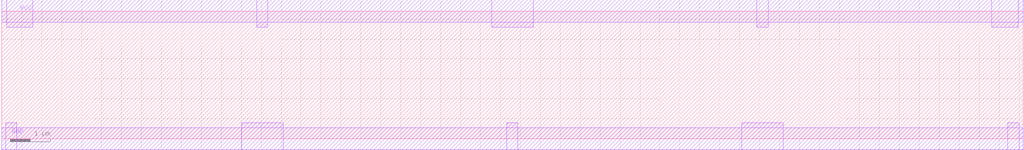
<source format=lef>
NAMESCASESENSITIVE ON ;
MACRO AN2B1CHD
    CLASS CORE ;
    FOREIGN AN2B1CHD 0.000 0.000 ;
    ORIGIN 0.000 0.000 ;
    SIZE 2.400 BY 3.200 ;
    SYMMETRY x y   ;
    SITE core ;
    PIN O
        DIRECTION OUTPUT ;
        PORT
        LAYER  ME1 ;
        RECT  2.100 0.620 2.300 2.740 ;
        RECT  2.080 2.460 2.300 2.740 ;
        RECT  1.460 0.620 2.300 0.820 ;
        END
    END O
    PIN I1
        DIRECTION INPUT ;
        PORT
        LAYER  ME1 ;
        RECT  0.380 1.280 0.700 1.560 ;
        RECT  0.500 1.100 0.700 1.560 ;
        END
    END I1
    PIN B1
        DIRECTION INPUT ;
        PORT
        LAYER  ME1 ;
        RECT  0.900 1.400 1.100 1.960 ;
        END
    END B1
    PIN GND
        DIRECTION INOUT ;
        USE ground ;
        SHAPE ABUTMENT ;
        PORT
        CLASS CORE ;
        LAYER  ME1 ;
        RECT  2.020 -0.280 2.300 0.420 ;
        RECT  0.000 -0.280 2.400 0.280 ;
        RECT  0.330 -0.280 0.610 0.420 ;
        END
    END GND
    PIN VCC
        DIRECTION INOUT ;
        USE power ;
        SHAPE ABUTMENT ;
        PORT
        CLASS CORE ;
        LAYER  ME1 ;
        RECT  0.000 2.920 2.400 3.480 ;
        RECT  0.670 2.800 1.310 3.480 ;
        END
    END VCC
    OBS
        LAYER  ME1 ;
        RECT  0.440 2.480 1.880 2.640 ;
        RECT  1.660 0.980 1.880 2.640 ;
        RECT  0.440 2.120 0.600 2.640 ;
        RECT  0.340 2.120 0.600 2.400 ;
        RECT  1.140 0.980 1.880 1.140 ;
        RECT  1.140 0.780 1.300 1.140 ;
        RECT  0.330 0.780 1.300 0.940 ;
    END
END AN2B1CHD

MACRO AN2B1EHD
    CLASS CORE ;
    FOREIGN AN2B1EHD 0.000 0.000 ;
    ORIGIN 0.000 0.000 ;
    SIZE 2.800 BY 3.200 ;
    SYMMETRY x y   ;
    SITE core ;
    PIN O
        DIRECTION OUTPUT ;
        PORT
        LAYER  ME1 ;
        RECT  2.500 0.460 2.700 2.740 ;
        RECT  2.480 2.460 2.700 2.740 ;
        RECT  2.480 0.460 2.700 0.740 ;
        END
    END O
    PIN I1
        DIRECTION INPUT ;
        PORT
        LAYER  ME1 ;
        RECT  1.700 1.320 1.900 1.960 ;
        RECT  1.650 1.520 1.900 1.800 ;
        END
    END I1
    PIN B1
        DIRECTION INPUT ;
        PORT
        LAYER  ME1 ;
        RECT  0.440 1.680 0.700 1.960 ;
        RECT  0.500 1.440 0.700 1.960 ;
        END
    END B1
    PIN GND
        DIRECTION INOUT ;
        USE ground ;
        SHAPE ABUTMENT ;
        PORT
        CLASS CORE ;
        LAYER  ME1 ;
        RECT  1.860 -0.280 2.140 0.440 ;
        RECT  0.000 -0.280 2.800 0.280 ;
        RECT  0.330 -0.280 0.610 0.420 ;
        END
    END GND
    PIN VCC
        DIRECTION INOUT ;
        USE power ;
        SHAPE ABUTMENT ;
        PORT
        CLASS CORE ;
        LAYER  ME1 ;
        RECT  0.000 2.920 2.800 3.480 ;
        RECT  0.890 2.800 1.530 3.480 ;
        END
    END VCC
    OBS
        LAYER  ME1 ;
        RECT  1.380 2.120 2.280 2.280 ;
        RECT  2.120 0.700 2.280 2.280 ;
        RECT  2.080 1.400 2.300 1.680 ;
        RECT  0.930 0.700 2.280 0.860 ;
        RECT  0.300 2.240 1.080 2.400 ;
        RECT  0.920 1.020 1.080 2.400 ;
        RECT  0.300 2.180 0.580 2.400 ;
        RECT  0.450 1.020 1.080 1.180 ;
        RECT  0.450 0.780 0.610 1.180 ;
        RECT  0.330 0.780 0.610 0.940 ;
    END
END AN2B1EHD

MACRO AN2B1HHD
    CLASS CORE ;
    FOREIGN AN2B1HHD 0.000 0.000 ;
    ORIGIN 0.000 0.000 ;
    SIZE 3.600 BY 3.200 ;
    SYMMETRY x y   ;
    SITE core ;
    PIN O
        DIRECTION OUTPUT ;
        PORT
        LAYER  ME1 ;
        RECT  2.500 0.460 2.700 2.740 ;
        RECT  2.500 2.460 2.760 2.740 ;
        RECT  2.440 0.460 2.700 0.740 ;
        END
    END O
    PIN I1
        DIRECTION INPUT ;
        PORT
        LAYER  ME1 ;
        RECT  1.700 1.320 1.900 1.960 ;
        RECT  1.650 1.520 1.900 1.800 ;
        END
    END I1
    PIN B1
        DIRECTION INPUT ;
        PORT
        LAYER  ME1 ;
        RECT  0.440 1.680 0.700 1.960 ;
        RECT  0.500 1.440 0.700 1.960 ;
        END
    END B1
    PIN GND
        DIRECTION INOUT ;
        USE ground ;
        SHAPE ABUTMENT ;
        PORT
        CLASS CORE ;
        LAYER  ME1 ;
        RECT  1.810 -0.280 2.090 0.440 ;
        RECT  3.140 -0.280 3.420 0.780 ;
        RECT  0.000 -0.280 3.600 0.280 ;
        RECT  0.330 -0.280 0.610 0.420 ;
        END
    END GND
    PIN VCC
        DIRECTION INOUT ;
        USE power ;
        SHAPE ABUTMENT ;
        PORT
        CLASS CORE ;
        LAYER  ME1 ;
        RECT  1.980 2.800 2.260 3.480 ;
        RECT  3.100 2.800 3.380 3.480 ;
        RECT  0.000 2.920 3.600 3.480 ;
        RECT  0.760 2.800 1.040 3.480 ;
        END
    END VCC
    OBS
        LAYER  ME1 ;
        RECT  1.380 2.120 2.280 2.280 ;
        RECT  2.120 0.700 2.280 2.280 ;
        RECT  2.080 1.400 2.300 1.680 ;
        RECT  0.930 0.700 2.280 0.860 ;
        RECT  0.300 2.240 1.080 2.400 ;
        RECT  0.920 1.020 1.080 2.400 ;
        RECT  0.300 2.180 0.580 2.400 ;
        RECT  0.450 1.020 1.080 1.180 ;
        RECT  0.450 0.780 0.610 1.180 ;
        RECT  0.330 0.780 0.610 0.940 ;
    END
END AN2B1HHD

MACRO AN2B1KHD
    CLASS CORE ;
    FOREIGN AN2B1KHD 0.000 0.000 ;
    ORIGIN 0.000 0.000 ;
    SIZE 6.400 BY 3.200 ;
    SYMMETRY x y   ;
    SITE core ;
    PIN O
        DIRECTION OUTPUT ;
        PORT
        LAYER  ME1 ;
        RECT  4.360 0.640 5.780 0.840 ;
        RECT  4.360 2.100 5.780 2.300 ;
        RECT  4.900 0.640 5.100 2.300 ;
        END
    END O
    PIN I1
        DIRECTION INPUT ;
        PORT
        LAYER  ME1 ;
        RECT  2.500 1.400 2.780 1.680 ;
        RECT  2.500 1.240 2.700 1.880 ;
        END
    END I1
    PIN B1
        DIRECTION INPUT ;
        PORT
        LAYER  ME1 ;
        RECT  0.500 1.100 0.700 1.660 ;
        RECT  0.400 1.280 0.700 1.560 ;
        END
    END B1
    PIN GND
        DIRECTION INOUT ;
        USE ground ;
        SHAPE ABUTMENT ;
        PORT
        CLASS CORE ;
        LAYER  ME1 ;
        RECT  2.790 -0.280 3.070 0.420 ;
        RECT  3.840 -0.280 4.120 0.580 ;
        RECT  4.940 -0.280 5.220 0.420 ;
        RECT  6.020 -0.280 6.300 0.580 ;
        RECT  0.000 -0.280 6.400 0.280 ;
        RECT  0.110 -0.280 0.390 0.460 ;
        END
    END GND
    PIN VCC
        DIRECTION INOUT ;
        USE power ;
        SHAPE ABUTMENT ;
        PORT
        CLASS CORE ;
        LAYER  ME1 ;
        RECT  1.040 2.800 1.320 3.480 ;
        RECT  2.280 2.560 2.560 3.480 ;
        RECT  3.740 2.100 3.900 3.480 ;
        RECT  4.940 2.560 5.220 3.480 ;
        RECT  6.020 2.560 6.300 3.480 ;
        RECT  0.000 2.920 6.400 3.480 ;
        RECT  0.100 2.800 0.380 3.480 ;
        END
    END VCC
    OBS
        LAYER  ME1 ;
        RECT  1.660 2.120 3.480 2.280 ;
        RECT  3.320 0.920 3.480 2.280 ;
        RECT  3.320 1.460 4.500 1.620 ;
        RECT  1.660 0.920 3.480 1.080 ;
        RECT  1.240 0.600 1.400 0.920 ;
        RECT  1.240 0.600 3.640 0.760 ;
        RECT  0.880 0.520 1.080 2.280 ;
        RECT  0.740 1.840 1.080 2.120 ;
        RECT  0.740 0.640 1.080 0.920 ;
    END
END AN2B1KHD

MACRO AN2CHD
    CLASS CORE ;
    FOREIGN AN2CHD 0.000 0.000 ;
    ORIGIN 0.000 0.000 ;
    SIZE 2.000 BY 3.200 ;
    SYMMETRY x y   ;
    SITE core ;
    PIN O
        DIRECTION OUTPUT ;
        PORT
        LAYER  ME1 ;
        RECT  1.700 0.720 1.900 2.440 ;
        RECT  1.680 2.160 1.900 2.440 ;
        RECT  1.680 0.720 1.900 1.000 ;
        END
    END O
    PIN I2
        DIRECTION INPUT ;
        PORT
        LAYER  ME1 ;
        RECT  0.840 1.680 1.100 1.960 ;
        RECT  0.900 1.320 1.100 1.960 ;
        END
    END I2
    PIN I1
        DIRECTION INPUT ;
        PORT
        LAYER  ME1 ;
        RECT  0.360 1.280 0.700 1.560 ;
        RECT  0.500 1.100 0.700 1.560 ;
        END
    END I1
    PIN GND
        DIRECTION INOUT ;
        USE ground ;
        SHAPE ABUTMENT ;
        PORT
        CLASS CORE ;
        LAYER  ME1 ;
        RECT  0.000 -0.280 2.000 0.280 ;
        RECT  1.050 -0.280 1.330 0.460 ;
        END
    END GND
    PIN VCC
        DIRECTION INOUT ;
        USE power ;
        SHAPE ABUTMENT ;
        PORT
        CLASS CORE ;
        LAYER  ME1 ;
        RECT  0.000 2.920 2.000 3.480 ;
        RECT  0.320 2.800 1.100 3.480 ;
        END
    END VCC
    OBS
        LAYER  ME1 ;
        RECT  0.540 2.120 1.460 2.280 ;
        RECT  1.300 0.740 1.460 2.280 ;
        RECT  1.300 1.400 1.500 1.680 ;
        RECT  0.120 0.740 1.460 0.900 ;
    END
END AN2CHD

MACRO AN2EHD
    CLASS CORE ;
    FOREIGN AN2EHD 0.000 0.000 ;
    ORIGIN 0.000 0.000 ;
    SIZE 2.000 BY 3.200 ;
    SYMMETRY x y   ;
    SITE core ;
    PIN O
        DIRECTION OUTPUT ;
        PORT
        LAYER  ME1 ;
        RECT  1.700 0.460 1.900 2.740 ;
        RECT  1.680 2.460 1.900 2.740 ;
        RECT  1.680 0.460 1.900 0.740 ;
        END
    END O
    PIN I2
        DIRECTION INPUT ;
        PORT
        LAYER  ME1 ;
        RECT  0.900 1.400 1.100 1.960 ;
        RECT  0.860 1.570 1.100 1.850 ;
        END
    END I2
    PIN I1
        DIRECTION INPUT ;
        PORT
        LAYER  ME1 ;
        RECT  0.360 1.280 0.700 1.560 ;
        RECT  0.500 1.060 0.700 1.560 ;
        END
    END I1
    PIN GND
        DIRECTION INOUT ;
        USE ground ;
        SHAPE ABUTMENT ;
        PORT
        CLASS CORE ;
        LAYER  ME1 ;
        RECT  0.000 -0.280 2.000 0.280 ;
        RECT  1.050 -0.280 1.330 0.460 ;
        END
    END GND
    PIN VCC
        DIRECTION INOUT ;
        USE power ;
        SHAPE ABUTMENT ;
        PORT
        CLASS CORE ;
        LAYER  ME1 ;
        RECT  0.000 2.920 2.000 3.480 ;
        RECT  0.320 2.800 0.600 3.480 ;
        END
    END VCC
    OBS
        LAYER  ME1 ;
        RECT  0.540 2.120 1.460 2.280 ;
        RECT  1.300 0.700 1.460 2.280 ;
        RECT  1.300 1.400 1.500 1.680 ;
        RECT  0.120 0.700 1.460 0.860 ;
    END
END AN2EHD

MACRO AN2HHD
    CLASS CORE ;
    FOREIGN AN2HHD 0.000 0.000 ;
    ORIGIN 0.000 0.000 ;
    SIZE 2.800 BY 3.200 ;
    SYMMETRY x y   ;
    SITE core ;
    PIN O
        DIRECTION OUTPUT ;
        PORT
        LAYER  ME1 ;
        RECT  1.460 0.440 2.300 0.640 ;
        RECT  2.100 0.440 2.300 2.300 ;
        RECT  1.760 2.100 2.300 2.300 ;
        RECT  1.760 2.100 1.920 2.380 ;
        END
    END O
    PIN I2
        DIRECTION INPUT ;
        PORT
        LAYER  ME1 ;
        RECT  0.900 1.320 1.100 1.960 ;
        RECT  0.820 1.400 1.100 1.680 ;
        END
    END I2
    PIN I1
        DIRECTION INPUT ;
        PORT
        LAYER  ME1 ;
        RECT  0.100 1.240 0.500 1.560 ;
        END
    END I1
    PIN GND
        DIRECTION INOUT ;
        USE ground ;
        SHAPE ABUTMENT ;
        PORT
        CLASS CORE ;
        LAYER  ME1 ;
        RECT  2.480 -0.280 2.640 0.920 ;
        RECT  0.000 -0.280 2.800 0.280 ;
        RECT  0.940 -0.280 1.220 0.580 ;
        END
    END GND
    PIN VCC
        DIRECTION INOUT ;
        USE power ;
        SHAPE ABUTMENT ;
        PORT
        CLASS CORE ;
        LAYER  ME1 ;
        RECT  1.180 2.620 1.460 3.480 ;
        RECT  2.260 2.800 2.540 3.480 ;
        RECT  0.000 2.920 2.800 3.480 ;
        RECT  0.160 2.300 0.320 3.480 ;
        END
    END VCC
    OBS
        LAYER  ME1 ;
        RECT  0.620 2.240 1.520 2.400 ;
        RECT  1.360 0.800 1.520 2.400 ;
        RECT  1.360 1.400 1.600 1.680 ;
        RECT  0.520 0.800 1.520 0.960 ;
        RECT  0.520 0.480 0.680 0.960 ;
        RECT  0.100 0.480 0.680 0.640 ;
        RECT  0.100 0.440 0.380 0.640 ;
    END
END AN2HHD

MACRO AN2KHD
    CLASS CORE ;
    FOREIGN AN2KHD 0.000 0.000 ;
    ORIGIN 0.000 0.000 ;
    SIZE 4.800 BY 3.200 ;
    SYMMETRY x y   ;
    SITE core ;
    PIN O
        DIRECTION OUTPUT ;
        PORT
        LAYER  ME1 ;
        RECT  2.900 0.440 3.100 2.380 ;
        RECT  2.900 1.300 3.900 1.500 ;
        RECT  3.700 0.440 3.900 2.400 ;
        RECT  3.700 2.200 4.160 2.400 ;
        RECT  3.960 2.200 4.160 2.760 ;
        RECT  3.700 0.440 4.180 0.640 ;
        RECT  2.620 0.440 3.100 0.640 ;
        END
    END O
    PIN I2
        DIRECTION INPUT ;
        PORT
        LAYER  ME1 ;
        RECT  2.100 1.320 2.300 1.960 ;
        RECT  2.020 1.400 2.300 1.680 ;
        END
    END I2
    PIN I1
        DIRECTION INPUT ;
        PORT
        LAYER  ME1 ;
        RECT  1.080 1.360 1.500 1.560 ;
        RECT  1.300 0.920 1.500 1.560 ;
        END
    END I1
    PIN GND
        DIRECTION INOUT ;
        USE ground ;
        SHAPE ABUTMENT ;
        PORT
        CLASS CORE ;
        LAYER  ME1 ;
        RECT  3.300 -0.280 3.460 0.680 ;
        RECT  4.420 -0.280 4.700 0.580 ;
        RECT  0.000 -0.280 4.800 0.280 ;
        RECT  2.100 -0.280 2.380 0.580 ;
        END
    END GND
    PIN VCC
        DIRECTION INOUT ;
        USE power ;
        SHAPE ABUTMENT ;
        PORT
        CLASS CORE ;
        LAYER  ME1 ;
        RECT  1.220 2.580 1.500 3.480 ;
        RECT  2.340 2.620 2.620 3.480 ;
        RECT  3.380 2.620 3.660 3.480 ;
        RECT  4.420 2.620 4.700 3.480 ;
        RECT  0.000 2.920 4.800 3.480 ;
        RECT  0.100 2.800 0.380 3.480 ;
        END
    END VCC
    OBS
        LAYER  ME1 ;
        RECT  0.620 2.120 2.740 2.280 ;
        RECT  2.580 0.800 2.740 2.280 ;
        RECT  1.760 0.800 2.740 0.960 ;
        RECT  1.760 0.520 1.920 0.960 ;
        RECT  0.130 0.520 1.920 0.680 ;
    END
END AN2KHD

MACRO AN3B1CHD
    CLASS CORE ;
    FOREIGN AN3B1CHD 0.000 0.000 ;
    ORIGIN 0.000 0.000 ;
    SIZE 4.000 BY 3.200 ;
    SYMMETRY x y   ;
    SITE core ;
    PIN O
        DIRECTION OUTPUT ;
        PORT
        LAYER  ME1 ;
        RECT  3.700 0.720 3.900 2.440 ;
        RECT  3.680 2.160 3.900 2.440 ;
        RECT  3.680 0.720 3.900 1.000 ;
        END
    END O
    PIN I2
        DIRECTION INPUT ;
        PORT
        LAYER  ME1 ;
        RECT  2.840 1.680 3.100 1.960 ;
        RECT  2.900 1.400 3.100 1.960 ;
        END
    END I2
    PIN I1
        DIRECTION INPUT ;
        PORT
        LAYER  ME1 ;
        RECT  2.100 1.240 2.460 1.520 ;
        RECT  2.100 1.240 2.300 1.760 ;
        END
    END I1
    PIN B1
        DIRECTION INPUT ;
        PORT
        LAYER  ME1 ;
        RECT  0.500 1.100 0.700 1.660 ;
        END
    END B1
    PIN GND
        DIRECTION INOUT ;
        USE ground ;
        SHAPE ABUTMENT ;
        PORT
        CLASS CORE ;
        LAYER  ME1 ;
        RECT  3.050 -0.280 3.330 0.440 ;
        RECT  0.000 -0.280 4.000 0.280 ;
        RECT  0.250 -0.280 0.530 0.460 ;
        END
    END GND
    PIN VCC
        DIRECTION INOUT ;
        USE power ;
        SHAPE ABUTMENT ;
        PORT
        CLASS CORE ;
        LAYER  ME1 ;
        RECT  1.860 2.560 2.140 3.480 ;
        RECT  3.030 2.560 3.310 3.480 ;
        RECT  0.000 2.920 4.000 3.480 ;
        RECT  0.240 2.800 0.520 3.480 ;
        END
    END VCC
    OBS
        LAYER  ME1 ;
        RECT  1.300 2.180 1.580 2.440 ;
        RECT  1.300 2.180 3.480 2.340 ;
        RECT  3.280 0.600 3.480 2.340 ;
        RECT  1.540 0.600 3.480 0.760 ;
        RECT  0.880 2.060 1.100 2.340 ;
        RECT  0.900 0.640 1.100 2.340 ;
        RECT  0.900 1.680 1.180 1.960 ;
        RECT  0.880 0.640 1.100 0.920 ;
    END
END AN3B1CHD

MACRO AN3B1EHD
    CLASS CORE ;
    FOREIGN AN3B1EHD 0.000 0.000 ;
    ORIGIN 0.000 0.000 ;
    SIZE 4.000 BY 3.200 ;
    SYMMETRY x y   ;
    SITE core ;
    PIN O
        DIRECTION OUTPUT ;
        PORT
        LAYER  ME1 ;
        RECT  3.700 0.460 3.900 2.740 ;
        RECT  3.680 2.460 3.900 2.740 ;
        RECT  3.680 0.460 3.900 0.740 ;
        END
    END O
    PIN I2
        DIRECTION INPUT ;
        PORT
        LAYER  ME1 ;
        RECT  2.900 1.400 3.100 1.960 ;
        RECT  2.840 1.620 3.100 1.900 ;
        END
    END I2
    PIN I1
        DIRECTION INPUT ;
        PORT
        LAYER  ME1 ;
        RECT  2.100 1.350 2.460 1.630 ;
        RECT  2.100 1.240 2.300 1.760 ;
        END
    END I1
    PIN B1
        DIRECTION INPUT ;
        PORT
        LAYER  ME1 ;
        RECT  0.500 1.100 0.700 1.660 ;
        END
    END B1
    PIN GND
        DIRECTION INOUT ;
        USE ground ;
        SHAPE ABUTMENT ;
        PORT
        CLASS CORE ;
        LAYER  ME1 ;
        RECT  3.050 -0.280 3.330 0.440 ;
        RECT  0.000 -0.280 4.000 0.280 ;
        RECT  0.250 -0.280 0.530 0.460 ;
        END
    END GND
    PIN VCC
        DIRECTION INOUT ;
        USE power ;
        SHAPE ABUTMENT ;
        PORT
        CLASS CORE ;
        LAYER  ME1 ;
        RECT  1.860 2.560 2.140 3.480 ;
        RECT  3.030 2.560 3.310 3.480 ;
        RECT  0.000 2.920 4.000 3.480 ;
        RECT  0.240 2.800 0.520 3.480 ;
        END
    END VCC
    OBS
        LAYER  ME1 ;
        RECT  1.300 2.120 1.580 2.400 ;
        RECT  1.300 2.180 3.480 2.340 ;
        RECT  3.280 0.600 3.480 2.340 ;
        RECT  1.540 0.600 3.480 0.760 ;
        RECT  0.880 2.060 1.100 2.340 ;
        RECT  0.900 0.640 1.100 2.340 ;
        RECT  0.900 1.620 1.180 1.900 ;
        RECT  0.880 0.640 1.100 0.920 ;
    END
END AN3B1EHD

MACRO AN3B1HHD
    CLASS CORE ;
    FOREIGN AN3B1HHD 0.000 0.000 ;
    ORIGIN 0.000 0.000 ;
    SIZE 4.800 BY 3.200 ;
    SYMMETRY x y   ;
    SITE core ;
    PIN O
        DIRECTION OUTPUT ;
        PORT
        LAYER  ME1 ;
        RECT  3.700 0.460 3.900 2.740 ;
        RECT  3.540 2.460 3.900 2.740 ;
        RECT  3.540 0.460 3.900 0.740 ;
        END
    END O
    PIN I2
        DIRECTION INPUT ;
        PORT
        LAYER  ME1 ;
        RECT  2.500 1.580 2.860 1.860 ;
        RECT  2.500 1.400 2.700 1.960 ;
        END
    END I2
    PIN I1
        DIRECTION INPUT ;
        PORT
        LAYER  ME1 ;
        RECT  2.100 1.350 2.320 1.630 ;
        RECT  2.100 1.240 2.300 1.760 ;
        END
    END I1
    PIN B1
        DIRECTION INPUT ;
        PORT
        LAYER  ME1 ;
        RECT  0.500 1.100 0.700 1.660 ;
        RECT  0.400 1.280 0.700 1.560 ;
        END
    END B1
    PIN GND
        DIRECTION INOUT ;
        USE ground ;
        SHAPE ABUTMENT ;
        PORT
        CLASS CORE ;
        LAYER  ME1 ;
        RECT  2.910 -0.280 3.190 0.440 ;
        RECT  4.240 -0.280 4.520 0.640 ;
        RECT  0.000 -0.280 4.800 0.280 ;
        RECT  0.110 -0.280 0.390 0.460 ;
        END
    END GND
    PIN VCC
        DIRECTION INOUT ;
        USE power ;
        SHAPE ABUTMENT ;
        PORT
        CLASS CORE ;
        LAYER  ME1 ;
        RECT  1.720 2.800 2.000 3.480 ;
        RECT  2.890 2.800 3.170 3.480 ;
        RECT  4.240 2.580 4.520 3.480 ;
        RECT  0.000 2.920 4.800 3.480 ;
        RECT  0.100 2.800 0.380 3.480 ;
        END
    END VCC
    OBS
        LAYER  ME1 ;
        RECT  1.220 2.480 1.480 2.760 ;
        RECT  1.220 2.480 3.340 2.640 ;
        RECT  3.180 0.600 3.340 2.640 ;
        RECT  3.180 1.400 3.360 1.680 ;
        RECT  1.400 0.600 3.340 0.760 ;
        RECT  0.740 2.060 1.100 2.340 ;
        RECT  0.900 0.640 1.100 2.340 ;
        RECT  0.740 0.640 1.100 0.920 ;
    END
END AN3B1HHD

MACRO AN3B2BHD
    CLASS CORE ;
    FOREIGN AN3B2BHD 0.000 0.000 ;
    ORIGIN 0.000 0.000 ;
    SIZE 3.200 BY 3.200 ;
    SYMMETRY x y   ;
    SITE core ;
    PIN O
        DIRECTION OUTPUT ;
        PORT
        LAYER  ME1 ;
        RECT  2.900 0.620 3.100 2.740 ;
        RECT  2.870 2.460 3.100 2.740 ;
        RECT  1.650 0.620 3.100 0.820 ;
        END
    END O
    PIN I1
        DIRECTION INPUT ;
        PORT
        LAYER  ME1 ;
        RECT  0.390 1.280 0.700 1.560 ;
        RECT  0.500 1.100 0.700 1.560 ;
        END
    END I1
    PIN B2
        DIRECTION INPUT ;
        PORT
        LAYER  ME1 ;
        RECT  1.300 1.320 1.500 1.960 ;
        END
    END B2
    PIN B1
        DIRECTION INPUT ;
        PORT
        LAYER  ME1 ;
        RECT  2.100 1.320 2.300 2.370 ;
        RECT  2.030 1.400 2.300 1.680 ;
        END
    END B1
    PIN GND
        DIRECTION INOUT ;
        USE ground ;
        SHAPE ABUTMENT ;
        PORT
        CLASS CORE ;
        LAYER  ME1 ;
        RECT  0.930 -0.280 1.210 0.420 ;
        RECT  2.250 -0.280 2.530 0.420 ;
        RECT  0.000 -0.280 3.200 0.280 ;
        RECT  0.330 -0.280 0.610 0.420 ;
        END
    END GND
    PIN VCC
        DIRECTION INOUT ;
        USE power ;
        SHAPE ABUTMENT ;
        PORT
        CLASS CORE ;
        LAYER  ME1 ;
        RECT  0.000 2.920 3.200 3.480 ;
        RECT  0.670 2.800 0.950 3.480 ;
        END
    END VCC
    OBS
        LAYER  ME1 ;
        RECT  1.110 2.600 2.690 2.760 ;
        RECT  2.530 0.980 2.690 2.760 ;
        RECT  0.420 2.480 1.270 2.640 ;
        RECT  0.420 2.120 0.580 2.640 ;
        RECT  0.360 2.120 0.580 2.400 ;
        RECT  1.330 0.980 2.690 1.140 ;
        RECT  1.330 0.780 1.490 1.140 ;
        RECT  0.330 0.780 1.490 0.940 ;
    END
END AN3B2BHD

MACRO AN3B2EHD
    CLASS CORE ;
    FOREIGN AN3B2EHD 0.000 0.000 ;
    ORIGIN 0.000 0.000 ;
    SIZE 4.400 BY 3.200 ;
    SYMMETRY x y   ;
    SITE core ;
    PIN O
        DIRECTION OUTPUT ;
        PORT
        LAYER  ME1 ;
        RECT  4.100 0.460 4.300 2.740 ;
        RECT  4.080 2.460 4.300 2.740 ;
        RECT  4.080 0.460 4.300 0.740 ;
        END
    END O
    PIN I1
        DIRECTION INPUT ;
        PORT
        LAYER  ME1 ;
        RECT  3.300 1.320 3.500 1.960 ;
        RECT  3.240 1.620 3.500 1.900 ;
        END
    END I1
    PIN B2
        DIRECTION INPUT ;
        PORT
        LAYER  ME1 ;
        RECT  0.500 1.320 0.700 1.960 ;
        END
    END B2
    PIN B1
        DIRECTION INPUT ;
        PORT
        LAYER  ME1 ;
        RECT  0.900 1.350 1.160 1.630 ;
        RECT  0.900 0.920 1.100 1.630 ;
        END
    END B1
    PIN GND
        DIRECTION INOUT ;
        USE ground ;
        SHAPE ABUTMENT ;
        PORT
        CLASS CORE ;
        LAYER  ME1 ;
        RECT  3.450 -0.280 3.730 0.440 ;
        RECT  0.000 -0.280 4.400 0.280 ;
        RECT  0.660 -0.280 0.940 0.420 ;
        END
    END GND
    PIN VCC
        DIRECTION INOUT ;
        USE power ;
        SHAPE ABUTMENT ;
        PORT
        CLASS CORE ;
        LAYER  ME1 ;
        RECT  2.260 2.560 2.540 3.480 ;
        RECT  3.430 2.560 3.710 3.480 ;
        RECT  0.000 2.920 4.400 3.480 ;
        RECT  0.660 2.560 0.940 3.480 ;
        END
    END VCC
    OBS
        LAYER  ME1 ;
        RECT  1.700 2.180 3.880 2.340 ;
        RECT  3.660 0.600 3.880 2.340 ;
        RECT  2.000 0.600 2.220 0.880 ;
        RECT  2.000 0.600 3.880 0.760 ;
        RECT  0.120 2.060 0.320 2.340 ;
        RECT  0.120 0.580 0.280 2.340 ;
        RECT  2.640 1.360 2.920 1.570 ;
        RECT  1.660 1.360 2.920 1.520 ;
        RECT  1.660 0.580 1.820 1.520 ;
        RECT  0.120 0.960 0.320 1.240 ;
        RECT  0.120 0.580 1.820 0.740 ;
        RECT  1.280 2.060 1.480 2.340 ;
        RECT  1.320 0.960 1.480 2.340 ;
        RECT  1.320 1.680 2.160 1.840 ;
        RECT  1.280 0.960 1.480 1.240 ;
    END
END AN3B2EHD

MACRO AN3B2HHD
    CLASS CORE ;
    FOREIGN AN3B2HHD 0.000 0.000 ;
    ORIGIN 0.000 0.000 ;
    SIZE 5.200 BY 3.200 ;
    SYMMETRY x y   ;
    SITE core ;
    PIN O
        DIRECTION OUTPUT ;
        PORT
        LAYER  ME1 ;
        RECT  4.100 0.460 4.300 2.740 ;
        RECT  4.020 2.460 4.300 2.740 ;
        RECT  4.020 0.460 4.300 0.740 ;
        END
    END O
    PIN I1
        DIRECTION INPUT ;
        PORT
        LAYER  ME1 ;
        RECT  3.300 1.320 3.500 1.960 ;
        RECT  3.240 1.520 3.500 1.800 ;
        END
    END I1
    PIN B2
        DIRECTION INPUT ;
        PORT
        LAYER  ME1 ;
        RECT  0.500 1.400 0.700 1.960 ;
        END
    END B2
    PIN B1
        DIRECTION INPUT ;
        PORT
        LAYER  ME1 ;
        RECT  0.900 1.350 1.160 1.630 ;
        RECT  0.900 0.920 1.100 1.630 ;
        END
    END B1
    PIN GND
        DIRECTION INOUT ;
        USE ground ;
        SHAPE ABUTMENT ;
        PORT
        CLASS CORE ;
        LAYER  ME1 ;
        RECT  3.400 -0.280 3.680 0.420 ;
        RECT  4.740 -0.280 5.020 0.780 ;
        RECT  0.000 -0.280 5.200 0.280 ;
        RECT  0.660 -0.280 0.940 0.420 ;
        END
    END GND
    PIN VCC
        DIRECTION INOUT ;
        USE power ;
        SHAPE ABUTMENT ;
        PORT
        CLASS CORE ;
        LAYER  ME1 ;
        RECT  2.260 2.560 2.540 3.480 ;
        RECT  3.400 2.560 3.680 3.480 ;
        RECT  4.740 2.420 5.020 3.480 ;
        RECT  0.000 2.920 5.200 3.480 ;
        RECT  0.660 2.560 0.940 3.480 ;
        END
    END VCC
    OBS
        LAYER  ME1 ;
        RECT  1.700 2.180 3.840 2.340 ;
        RECT  3.680 0.600 3.840 2.340 ;
        RECT  3.680 1.400 3.880 1.680 ;
        RECT  2.000 0.600 2.200 0.880 ;
        RECT  2.000 0.600 3.840 0.760 ;
        RECT  0.120 2.060 0.320 2.340 ;
        RECT  0.120 0.580 0.280 2.340 ;
        RECT  2.640 1.260 2.920 1.560 ;
        RECT  1.660 1.260 2.920 1.420 ;
        RECT  1.660 0.580 1.820 1.420 ;
        RECT  0.120 0.960 0.320 1.240 ;
        RECT  0.120 0.580 1.820 0.740 ;
        RECT  1.280 2.060 1.480 2.340 ;
        RECT  1.320 0.960 1.480 2.340 ;
        RECT  1.320 1.580 2.160 1.740 ;
        RECT  1.280 0.960 1.480 1.240 ;
    END
END AN3B2HHD

MACRO AN3CHD
    CLASS CORE ;
    FOREIGN AN3CHD 0.000 0.000 ;
    ORIGIN 0.000 0.000 ;
    SIZE 2.800 BY 3.200 ;
    SYMMETRY x y   ;
    SITE core ;
    PIN O
        DIRECTION OUTPUT ;
        PORT
        LAYER  ME1 ;
        RECT  2.500 0.720 2.700 2.440 ;
        RECT  2.480 2.160 2.700 2.440 ;
        RECT  2.480 0.720 2.700 1.000 ;
        END
    END O
    PIN I2
        DIRECTION INPUT ;
        PORT
        LAYER  ME1 ;
        RECT  0.900 1.240 1.260 1.520 ;
        RECT  0.900 1.240 1.100 1.880 ;
        END
    END I2
    PIN I1
        DIRECTION INPUT ;
        PORT
        LAYER  ME1 ;
        RECT  0.440 1.640 0.740 2.020 ;
        END
    END I1
    PIN I3
        DIRECTION INPUT ;
        PORT
        LAYER  ME1 ;
        RECT  1.640 1.680 1.900 1.960 ;
        RECT  1.700 1.320 1.900 1.960 ;
        END
    END I3
    PIN GND
        DIRECTION INOUT ;
        USE ground ;
        SHAPE ABUTMENT ;
        PORT
        CLASS CORE ;
        LAYER  ME1 ;
        RECT  0.000 -0.280 2.800 0.280 ;
        RECT  1.850 -0.280 2.130 0.440 ;
        END
    END GND
    PIN VCC
        DIRECTION INOUT ;
        USE power ;
        SHAPE ABUTMENT ;
        PORT
        CLASS CORE ;
        LAYER  ME1 ;
        RECT  1.830 2.560 2.110 3.480 ;
        RECT  0.000 2.920 2.800 3.480 ;
        RECT  0.660 2.560 0.940 3.480 ;
        END
    END VCC
    OBS
        LAYER  ME1 ;
        RECT  0.100 2.180 0.380 2.400 ;
        RECT  0.100 2.180 2.280 2.340 ;
        RECT  2.060 0.600 2.280 2.340 ;
        RECT  0.340 0.600 2.280 0.760 ;
    END
END AN3CHD

MACRO AN3EHD
    CLASS CORE ;
    FOREIGN AN3EHD 0.000 0.000 ;
    ORIGIN 0.000 0.000 ;
    SIZE 2.800 BY 3.200 ;
    SYMMETRY x y   ;
    SITE core ;
    PIN O
        DIRECTION OUTPUT ;
        PORT
        LAYER  ME1 ;
        RECT  2.500 0.440 2.700 2.760 ;
        RECT  2.480 2.480 2.700 2.760 ;
        RECT  2.480 0.440 2.700 0.720 ;
        END
    END O
    PIN I2
        DIRECTION INPUT ;
        PORT
        LAYER  ME1 ;
        RECT  0.900 1.680 1.260 1.960 ;
        RECT  0.900 1.320 1.100 2.020 ;
        END
    END I2
    PIN I1
        DIRECTION INPUT ;
        PORT
        LAYER  ME1 ;
        RECT  0.500 1.240 0.700 1.880 ;
        END
    END I1
    PIN I3
        DIRECTION INPUT ;
        PORT
        LAYER  ME1 ;
        RECT  1.640 1.680 1.900 1.960 ;
        RECT  1.700 1.240 1.900 1.960 ;
        END
    END I3
    PIN GND
        DIRECTION INOUT ;
        USE ground ;
        SHAPE ABUTMENT ;
        PORT
        CLASS CORE ;
        LAYER  ME1 ;
        RECT  0.000 -0.280 2.800 0.280 ;
        RECT  1.850 -0.280 2.130 0.440 ;
        END
    END GND
    PIN VCC
        DIRECTION INOUT ;
        USE power ;
        SHAPE ABUTMENT ;
        PORT
        CLASS CORE ;
        LAYER  ME1 ;
        RECT  1.830 2.560 2.110 3.480 ;
        RECT  0.000 2.920 2.800 3.480 ;
        RECT  0.660 2.560 0.940 3.480 ;
        END
    END VCC
    OBS
        LAYER  ME1 ;
        RECT  0.100 2.180 0.380 2.400 ;
        RECT  0.100 2.180 2.280 2.340 ;
        RECT  2.120 0.600 2.280 2.340 ;
        RECT  2.100 1.400 2.300 1.680 ;
        RECT  0.340 0.600 2.280 0.760 ;
    END
END AN3EHD

MACRO AN3HHD
    CLASS CORE ;
    FOREIGN AN3HHD 0.000 0.000 ;
    ORIGIN 0.000 0.000 ;
    SIZE 3.600 BY 3.200 ;
    SYMMETRY x y   ;
    SITE core ;
    PIN O
        DIRECTION OUTPUT ;
        PORT
        LAYER  ME1 ;
        RECT  2.500 0.440 2.700 2.760 ;
        RECT  2.480 2.480 2.700 2.760 ;
        RECT  2.480 0.440 2.700 0.720 ;
        END
    END O
    PIN I2
        DIRECTION INPUT ;
        PORT
        LAYER  ME1 ;
        RECT  0.900 1.660 1.120 1.940 ;
        RECT  0.900 1.560 1.100 2.080 ;
        END
    END I2
    PIN I1
        DIRECTION INPUT ;
        PORT
        LAYER  ME1 ;
        RECT  0.100 1.400 0.380 1.680 ;
        RECT  0.100 1.240 0.300 1.760 ;
        END
    END I1
    PIN I3
        DIRECTION INPUT ;
        PORT
        LAYER  ME1 ;
        RECT  1.700 1.240 1.900 1.890 ;
        RECT  1.640 1.340 1.900 1.620 ;
        END
    END I3
    PIN GND
        DIRECTION INOUT ;
        USE ground ;
        SHAPE ABUTMENT ;
        PORT
        CLASS CORE ;
        LAYER  ME1 ;
        RECT  3.010 -0.280 3.290 0.660 ;
        RECT  0.000 -0.280 3.600 0.280 ;
        RECT  1.640 -0.280 1.920 0.660 ;
        END
    END GND
    PIN VCC
        DIRECTION INOUT ;
        USE power ;
        SHAPE ABUTMENT ;
        PORT
        CLASS CORE ;
        LAYER  ME1 ;
        RECT  1.830 2.560 2.110 3.480 ;
        RECT  3.010 2.560 3.290 3.480 ;
        RECT  0.000 2.920 3.600 3.480 ;
        RECT  0.670 2.560 0.950 3.480 ;
        END
    END VCC
    OBS
        LAYER  ME1 ;
        RECT  0.100 2.240 0.380 2.460 ;
        RECT  0.100 2.240 2.280 2.400 ;
        RECT  2.120 0.820 2.280 2.400 ;
        RECT  2.100 1.400 2.300 1.680 ;
        RECT  1.320 0.820 2.280 0.980 ;
        RECT  1.320 0.520 1.480 0.980 ;
        RECT  0.100 0.520 0.380 0.740 ;
        RECT  0.100 0.520 1.480 0.680 ;
    END
END AN3HHD

MACRO AN4B1BHD
    CLASS CORE ;
    FOREIGN AN4B1BHD 0.000 0.000 ;
    ORIGIN 0.000 0.000 ;
    SIZE 3.600 BY 3.200 ;
    SYMMETRY x y   ;
    SITE core ;
    PIN O
        DIRECTION OUTPUT ;
        PORT
        LAYER  ME1 ;
        RECT  3.300 0.790 3.500 2.640 ;
        RECT  3.280 2.360 3.500 2.640 ;
        RECT  2.660 0.790 3.500 0.990 ;
        END
    END O
    PIN I2
        DIRECTION INPUT ;
        PORT
        LAYER  ME1 ;
        RECT  0.900 1.240 1.260 1.520 ;
        RECT  0.900 1.240 1.100 1.880 ;
        END
    END I2
    PIN I1
        DIRECTION INPUT ;
        PORT
        LAYER  ME1 ;
        RECT  0.440 1.640 0.740 2.020 ;
        END
    END I1
    PIN B1
        DIRECTION INPUT ;
        PORT
        LAYER  ME1 ;
        RECT  2.500 1.240 2.700 1.880 ;
        RECT  2.380 1.240 2.700 1.520 ;
        END
    END B1
    PIN I3
        DIRECTION INPUT ;
        PORT
        LAYER  ME1 ;
        RECT  1.640 1.680 1.900 1.960 ;
        RECT  1.700 1.320 1.900 1.960 ;
        END
    END I3
    PIN GND
        DIRECTION INOUT ;
        USE ground ;
        SHAPE ABUTMENT ;
        PORT
        CLASS CORE ;
        LAYER  ME1 ;
        RECT  3.220 -0.280 3.500 0.420 ;
        RECT  0.000 -0.280 3.600 0.280 ;
        RECT  1.850 -0.280 2.130 0.420 ;
        END
    END GND
    PIN VCC
        DIRECTION INOUT ;
        USE power ;
        SHAPE ABUTMENT ;
        PORT
        CLASS CORE ;
        LAYER  ME1 ;
        RECT  1.830 2.560 2.110 3.480 ;
        RECT  0.000 2.920 3.600 3.480 ;
        RECT  0.660 2.560 0.940 3.480 ;
        END
    END VCC
    OBS
        LAYER  ME1 ;
        RECT  0.100 2.180 0.380 2.400 ;
        RECT  0.100 2.180 3.060 2.340 ;
        RECT  2.900 1.240 3.060 2.340 ;
        RECT  2.060 0.600 2.220 2.340 ;
        RECT  0.340 0.600 2.220 0.760 ;
    END
END AN4B1BHD

MACRO AN4B1EHD
    CLASS CORE ;
    FOREIGN AN4B1EHD 0.000 0.000 ;
    ORIGIN 0.000 0.000 ;
    SIZE 4.800 BY 3.200 ;
    SYMMETRY x y   ;
    SITE core ;
    PIN O
        DIRECTION OUTPUT ;
        PORT
        LAYER  ME1 ;
        RECT  3.000 0.440 3.200 0.990 ;
        RECT  3.300 0.790 3.500 2.360 ;
        RECT  3.000 0.790 4.140 0.990 ;
        RECT  2.590 0.440 3.200 0.640 ;
        END
    END O
    PIN I2
        DIRECTION INPUT ;
        PORT
        LAYER  ME1 ;
        RECT  0.900 1.340 1.260 1.620 ;
        RECT  0.900 1.240 1.100 1.880 ;
        END
    END I2
    PIN I1
        DIRECTION INPUT ;
        PORT
        LAYER  ME1 ;
        RECT  0.440 1.640 0.740 2.020 ;
        END
    END I1
    PIN B1
        DIRECTION INPUT ;
        PORT
        LAYER  ME1 ;
        RECT  2.380 1.240 2.700 1.880 ;
        RECT  4.120 1.240 4.280 2.680 ;
        RECT  2.380 2.520 4.280 2.680 ;
        RECT  2.380 1.240 2.540 2.680 ;
        END
    END B1
    PIN I3
        DIRECTION INPUT ;
        PORT
        LAYER  ME1 ;
        RECT  1.640 1.680 1.900 1.960 ;
        RECT  1.700 1.320 1.900 1.960 ;
        END
    END I3
    PIN GND
        DIRECTION INOUT ;
        USE ground ;
        SHAPE ABUTMENT ;
        PORT
        CLASS CORE ;
        LAYER  ME1 ;
        RECT  3.360 -0.280 3.520 0.480 ;
        RECT  4.420 -0.280 4.700 0.420 ;
        RECT  0.000 -0.280 4.800 0.280 ;
        RECT  1.850 -0.280 2.130 0.420 ;
        END
    END GND
    PIN VCC
        DIRECTION INOUT ;
        USE power ;
        SHAPE ABUTMENT ;
        PORT
        CLASS CORE ;
        LAYER  ME1 ;
        RECT  1.830 2.560 2.110 3.480 ;
        RECT  4.420 2.780 4.700 3.480 ;
        RECT  0.000 2.920 4.800 3.480 ;
        RECT  0.660 2.560 0.940 3.480 ;
        END
    END VCC
    OBS
        LAYER  ME1 ;
        RECT  0.100 2.180 0.380 2.400 ;
        RECT  0.100 2.180 2.220 2.340 ;
        RECT  2.060 0.600 2.220 2.340 ;
        RECT  2.060 0.920 2.840 1.080 ;
        RECT  0.340 0.600 2.220 0.760 ;
    END
END AN4B1EHD

MACRO AN4B1HHD
    CLASS CORE ;
    FOREIGN AN4B1HHD 0.000 0.000 ;
    ORIGIN 0.000 0.000 ;
    SIZE 7.200 BY 3.200 ;
    SYMMETRY x y   ;
    SITE core ;
    PIN O
        DIRECTION OUTPUT ;
        PORT
        LAYER  ME1 ;
        RECT  2.460 0.600 4.890 0.800 ;
        RECT  4.690 0.440 5.540 0.640 ;
        RECT  5.340 0.440 5.540 0.990 ;
        RECT  5.700 0.790 5.900 2.360 ;
        RECT  5.340 0.790 6.540 0.990 ;
        RECT  3.020 0.600 3.220 2.360 ;
        END
    END O
    PIN I2
        DIRECTION INPUT ;
        PORT
        LAYER  ME1 ;
        RECT  0.900 1.340 1.260 1.620 ;
        RECT  0.900 1.240 1.100 1.880 ;
        END
    END I2
    PIN I1
        DIRECTION INPUT ;
        PORT
        LAYER  ME1 ;
        RECT  0.440 1.620 0.740 2.020 ;
        END
    END I1
    PIN B1
        DIRECTION INPUT ;
        PORT
        LAYER  ME1 ;
        RECT  3.380 1.520 3.540 2.680 ;
        RECT  2.380 2.520 3.540 2.680 ;
        RECT  4.500 1.520 4.700 2.280 ;
        RECT  3.380 1.520 5.480 1.680 ;
        RECT  5.320 1.520 5.480 2.680 ;
        RECT  6.520 1.240 6.680 2.680 ;
        RECT  5.320 2.520 6.680 2.680 ;
        RECT  2.380 1.460 2.540 2.680 ;
        END
    END B1
    PIN I3
        DIRECTION INPUT ;
        PORT
        LAYER  ME1 ;
        RECT  1.700 1.320 1.900 1.960 ;
        RECT  1.640 1.540 1.900 1.820 ;
        END
    END I3
    PIN GND
        DIRECTION INOUT ;
        USE ground ;
        SHAPE ABUTMENT ;
        PORT
        CLASS CORE ;
        LAYER  ME1 ;
        RECT  3.020 -0.280 3.300 0.420 ;
        RECT  4.140 -0.280 4.420 0.420 ;
        RECT  5.700 -0.280 5.980 0.420 ;
        RECT  6.820 -0.280 7.100 0.420 ;
        RECT  0.000 -0.280 7.200 0.280 ;
        RECT  1.850 -0.280 2.130 0.420 ;
        END
    END GND
    PIN VCC
        DIRECTION INOUT ;
        USE power ;
        SHAPE ABUTMENT ;
        PORT
        CLASS CORE ;
        LAYER  ME1 ;
        RECT  1.830 2.560 2.110 3.480 ;
        RECT  3.940 2.580 4.970 3.480 ;
        RECT  6.820 2.780 7.100 3.480 ;
        RECT  0.000 2.920 7.200 3.480 ;
        RECT  0.660 2.560 0.940 3.480 ;
        END
    END VCC
    OBS
        LAYER  ME1 ;
        RECT  5.020 0.980 5.180 1.260 ;
        RECT  3.400 1.040 5.180 1.200 ;
        RECT  0.100 2.180 0.380 2.400 ;
        RECT  0.100 2.180 2.220 2.340 ;
        RECT  2.060 0.600 2.220 2.340 ;
        RECT  2.560 1.040 2.840 1.260 ;
        RECT  2.060 1.040 2.840 1.200 ;
        RECT  0.340 0.600 2.220 0.760 ;
    END
END AN4B1HHD

MACRO AN4CHD
    CLASS CORE ;
    FOREIGN AN4CHD 0.000 0.000 ;
    ORIGIN 0.000 0.000 ;
    SIZE 4.000 BY 3.200 ;
    SYMMETRY x y   ;
    SITE core ;
    PIN O
        DIRECTION OUTPUT ;
        PORT
        LAYER  ME1 ;
        RECT  2.100 0.720 2.300 2.760 ;
        END
    END O
    PIN I2
        DIRECTION INPUT ;
        PORT
        LAYER  ME1 ;
        RECT  0.840 1.680 1.100 1.960 ;
        RECT  0.900 1.320 1.100 1.960 ;
        END
    END I2
    PIN I1
        DIRECTION INPUT ;
        PORT
        LAYER  ME1 ;
        RECT  0.360 1.280 0.700 1.560 ;
        RECT  0.500 1.100 0.700 1.560 ;
        END
    END I1
    PIN I4
        DIRECTION INPUT ;
        PORT
        LAYER  ME1 ;
        RECT  2.900 1.680 3.160 1.960 ;
        RECT  2.900 1.400 3.100 1.960 ;
        END
    END I4
    PIN I3
        DIRECTION INPUT ;
        PORT
        LAYER  ME1 ;
        RECT  3.300 1.280 3.640 1.560 ;
        RECT  3.300 1.100 3.500 1.560 ;
        END
    END I3
    PIN GND
        DIRECTION INOUT ;
        USE ground ;
        SHAPE ABUTMENT ;
        PORT
        CLASS CORE ;
        LAYER  ME1 ;
        RECT  2.670 -0.280 2.950 0.460 ;
        RECT  0.000 -0.280 4.000 0.280 ;
        RECT  1.050 -0.280 1.330 0.460 ;
        END
    END GND
    PIN VCC
        DIRECTION INOUT ;
        USE power ;
        SHAPE ABUTMENT ;
        PORT
        CLASS CORE ;
        LAYER  ME1 ;
        RECT  3.040 2.800 3.680 3.480 ;
        RECT  0.000 2.920 4.000 3.480 ;
        RECT  0.320 2.800 1.100 3.480 ;
        END
    END VCC
    OBS
        LAYER  ME1 ;
        RECT  2.520 2.120 3.460 2.280 ;
        RECT  2.520 0.740 2.680 2.280 ;
        RECT  2.520 0.740 3.880 0.900 ;
        RECT  0.540 2.120 1.480 2.280 ;
        RECT  1.320 0.740 1.480 2.280 ;
        RECT  1.300 1.400 1.500 1.680 ;
        RECT  0.120 0.740 1.480 0.900 ;
    END
END AN4CHD

MACRO AN4EHD
    CLASS CORE ;
    FOREIGN AN4EHD 0.000 0.000 ;
    ORIGIN 0.000 0.000 ;
    SIZE 4.400 BY 3.200 ;
    SYMMETRY x y   ;
    SITE core ;
    PIN O
        DIRECTION OUTPUT ;
        PORT
        LAYER  ME1 ;
        RECT  1.700 2.100 2.220 2.300 ;
        RECT  1.700 0.440 1.900 2.300 ;
        END
    END O
    PIN I2
        DIRECTION INPUT ;
        PORT
        LAYER  ME1 ;
        RECT  0.840 1.680 1.100 1.960 ;
        RECT  0.900 1.320 1.100 1.960 ;
        END
    END I2
    PIN I1
        DIRECTION INPUT ;
        PORT
        LAYER  ME1 ;
        RECT  0.120 1.360 0.700 1.560 ;
        RECT  0.500 1.100 0.700 1.560 ;
        END
    END I1
    PIN I4
        DIRECTION INPUT ;
        PORT
        LAYER  ME1 ;
        RECT  3.300 0.840 3.500 1.620 ;
        END
    END I4
    PIN I3
        DIRECTION INPUT ;
        PORT
        LAYER  ME1 ;
        RECT  3.700 1.400 4.040 1.680 ;
        RECT  3.700 1.240 3.900 1.760 ;
        END
    END I3
    PIN GND
        DIRECTION INOUT ;
        USE ground ;
        SHAPE ABUTMENT ;
        PORT
        CLASS CORE ;
        LAYER  ME1 ;
        RECT  2.340 -0.280 2.620 0.440 ;
        RECT  0.000 -0.280 4.400 0.280 ;
        RECT  1.050 -0.280 1.330 0.440 ;
        END
    END GND
    PIN VCC
        DIRECTION INOUT ;
        USE power ;
        SHAPE ABUTMENT ;
        PORT
        CLASS CORE ;
        LAYER  ME1 ;
        RECT  3.440 2.800 4.080 3.480 ;
        RECT  0.000 2.920 4.400 3.480 ;
        RECT  0.320 2.800 1.100 3.480 ;
        END
    END VCC
    OBS
        LAYER  ME1 ;
        RECT  2.980 2.020 3.860 2.180 ;
        RECT  2.980 0.440 3.140 2.180 ;
        RECT  2.120 0.920 2.280 1.660 ;
        RECT  2.120 0.920 3.140 1.080 ;
        RECT  4.000 0.440 4.280 0.660 ;
        RECT  2.980 0.440 4.280 0.600 ;
        RECT  1.320 2.520 2.680 2.680 ;
        RECT  2.520 1.460 2.680 2.680 ;
        RECT  1.320 0.740 1.480 2.680 ;
        RECT  0.540 2.120 1.480 2.280 ;
        RECT  2.520 1.460 2.820 1.740 ;
        RECT  0.120 0.740 1.480 0.900 ;
    END
END AN4EHD

MACRO AN4HHD
    CLASS CORE ;
    FOREIGN AN4HHD 0.000 0.000 ;
    ORIGIN 0.000 0.000 ;
    SIZE 6.400 BY 3.200 ;
    SYMMETRY x y   ;
    SITE core ;
    PIN O
        DIRECTION OUTPUT ;
        PORT
        LAYER  ME1 ;
        RECT  2.900 0.960 3.100 2.300 ;
        RECT  1.940 2.100 3.100 2.300 ;
        RECT  2.900 0.960 3.900 1.160 ;
        RECT  3.700 0.960 3.900 2.300 ;
        RECT  3.700 2.100 4.220 2.300 ;
        RECT  1.940 0.440 2.140 2.300 ;
        END
    END O
    PIN I2
        DIRECTION INPUT ;
        PORT
        LAYER  ME1 ;
        RECT  0.900 1.240 1.100 1.880 ;
        END
    END I2
    PIN I1
        DIRECTION INPUT ;
        PORT
        LAYER  ME1 ;
        RECT  0.120 1.380 0.700 1.580 ;
        RECT  0.500 1.100 0.700 1.580 ;
        END
    END I1
    PIN I4
        DIRECTION INPUT ;
        PORT
        LAYER  ME1 ;
        RECT  5.300 0.840 5.500 1.620 ;
        END
    END I4
    PIN I3
        DIRECTION INPUT ;
        PORT
        LAYER  ME1 ;
        RECT  5.700 1.400 6.040 1.680 ;
        RECT  5.700 1.240 5.900 1.760 ;
        END
    END I3
    PIN GND
        DIRECTION INOUT ;
        USE ground ;
        SHAPE ABUTMENT ;
        PORT
        CLASS CORE ;
        LAYER  ME1 ;
        RECT  2.500 -0.280 2.780 0.440 ;
        RECT  4.340 -0.280 4.620 0.440 ;
        RECT  0.000 -0.280 6.400 0.280 ;
        RECT  1.160 -0.280 1.440 0.440 ;
        END
    END GND
    PIN VCC
        DIRECTION INOUT ;
        USE power ;
        SHAPE ABUTMENT ;
        PORT
        CLASS CORE ;
        LAYER  ME1 ;
        RECT  0.200 2.800 1.380 3.480 ;
        RECT  3.060 2.800 3.340 3.480 ;
        RECT  5.080 2.360 5.240 3.480 ;
        RECT  5.080 2.800 6.200 3.480 ;
        RECT  0.000 2.920 6.400 3.480 ;
        RECT  1.100 2.420 1.380 3.480 ;
        END
    END VCC
    OBS
        LAYER  ME1 ;
        RECT  4.980 2.020 5.860 2.180 ;
        RECT  4.980 0.440 5.140 2.180 ;
        RECT  4.120 0.600 4.280 1.660 ;
        RECT  2.360 0.600 2.520 1.660 ;
        RECT  2.360 0.600 5.140 0.760 ;
        RECT  6.000 0.440 6.280 0.660 ;
        RECT  4.980 0.440 6.280 0.600 ;
        RECT  1.560 2.480 4.790 2.640 ;
        RECT  4.630 1.360 4.790 2.640 ;
        RECT  3.320 1.420 3.480 2.640 ;
        RECT  1.560 0.600 1.720 2.640 ;
        RECT  0.500 2.100 1.720 2.260 ;
        RECT  4.630 1.460 4.820 1.740 ;
        RECT  0.120 0.600 1.720 0.760 ;
    END
END AN4HHD

MACRO ANTHD
    CLASS CORE ANTENNACELL ;
    FOREIGN ANTHD 0.000 0.000 ;
    ORIGIN 0.000 0.000 ;
    SIZE 0.800 BY 3.200 ;
    SYMMETRY x y   ;
    SITE core ;
    PIN A
        DIRECTION INPUT ;
        PORT
        LAYER  ME1 ;
        RECT  0.100 0.540 0.580 1.160 ;
        END
    END A
    PIN GND
        DIRECTION INOUT ;
        USE ground ;
        SHAPE ABUTMENT ;
        PORT
        CLASS CORE ;
        LAYER  ME1 ;
        RECT  0.000 -0.280 0.800 0.280 ;
        END
    END GND
    PIN VCC
        DIRECTION INOUT ;
        USE power ;
        SHAPE ABUTMENT ;
        PORT
        CLASS CORE ;
        LAYER  ME1 ;
        RECT  0.000 2.920 0.800 3.480 ;
        END
    END VCC
END ANTHD

MACRO AO112CHD
    CLASS CORE ;
    FOREIGN AO112CHD 0.000 0.000 ;
    ORIGIN 0.000 0.000 ;
    SIZE 3.600 BY 3.200 ;
    SYMMETRY x y   ;
    SITE core ;
    PIN O
        DIRECTION OUTPUT ;
        PORT
        LAYER  ME1 ;
        RECT  3.300 0.720 3.500 2.440 ;
        RECT  3.280 2.160 3.500 2.440 ;
        RECT  3.280 0.720 3.500 1.000 ;
        END
    END O
    PIN B1
        DIRECTION INPUT ;
        PORT
        LAYER  ME1 ;
        RECT  1.240 1.280 1.500 1.560 ;
        RECT  1.300 1.060 1.500 1.560 ;
        END
    END B1
    PIN A1
        DIRECTION INPUT ;
        PORT
        LAYER  ME1 ;
        RECT  0.380 1.340 0.700 1.620 ;
        RECT  0.500 1.100 0.700 1.620 ;
        END
    END A1
    PIN C2
        DIRECTION INPUT ;
        PORT
        LAYER  ME1 ;
        RECT  2.500 1.320 2.700 1.960 ;
        RECT  2.380 1.400 2.700 1.680 ;
        END
    END C2
    PIN C1
        DIRECTION INPUT ;
        PORT
        LAYER  ME1 ;
        RECT  1.700 1.280 2.020 1.560 ;
        RECT  1.700 1.060 1.900 1.560 ;
        END
    END C1
    PIN GND
        DIRECTION INOUT ;
        USE ground ;
        SHAPE ABUTMENT ;
        PORT
        CLASS CORE ;
        LAYER  ME1 ;
        RECT  2.630 -0.280 2.930 0.460 ;
        RECT  0.000 -0.280 3.600 0.280 ;
        RECT  0.700 -0.280 0.980 0.420 ;
        END
    END GND
    PIN VCC
        DIRECTION INOUT ;
        USE power ;
        SHAPE ABUTMENT ;
        PORT
        CLASS CORE ;
        LAYER  ME1 ;
        RECT  2.660 2.800 2.940 3.480 ;
        RECT  0.000 2.920 3.600 3.480 ;
        RECT  1.540 2.800 1.820 3.480 ;
        END
    END VCC
    OBS
        LAYER  ME1 ;
        RECT  0.140 2.460 0.420 2.680 ;
        RECT  0.140 2.460 0.880 2.620 ;
        RECT  0.720 2.160 0.880 2.620 ;
        RECT  0.860 0.740 1.020 2.320 ;
        RECT  2.920 0.740 3.080 1.720 ;
        RECT  0.100 0.740 3.080 0.900 ;
        RECT  1.060 2.480 2.380 2.640 ;
    END
END AO112CHD

MACRO AO112EHD
    CLASS CORE ;
    FOREIGN AO112EHD 0.000 0.000 ;
    ORIGIN 0.000 0.000 ;
    SIZE 3.600 BY 3.200 ;
    SYMMETRY x y   ;
    SITE core ;
    PIN O
        DIRECTION OUTPUT ;
        PORT
        LAYER  ME1 ;
        RECT  3.300 0.460 3.500 2.740 ;
        RECT  3.280 2.460 3.500 2.740 ;
        RECT  3.280 0.460 3.500 0.740 ;
        END
    END O
    PIN B1
        DIRECTION INPUT ;
        PORT
        LAYER  ME1 ;
        RECT  1.240 1.280 1.500 1.560 ;
        RECT  1.300 1.060 1.500 1.560 ;
        END
    END B1
    PIN A1
        DIRECTION INPUT ;
        PORT
        LAYER  ME1 ;
        RECT  0.380 1.340 0.700 1.620 ;
        RECT  0.500 1.100 0.700 1.620 ;
        END
    END A1
    PIN C2
        DIRECTION INPUT ;
        PORT
        LAYER  ME1 ;
        RECT  2.500 1.320 2.700 1.960 ;
        RECT  2.380 1.400 2.700 1.680 ;
        END
    END C2
    PIN C1
        DIRECTION INPUT ;
        PORT
        LAYER  ME1 ;
        RECT  1.700 1.280 2.020 1.560 ;
        RECT  1.700 1.060 1.900 1.560 ;
        END
    END C1
    PIN GND
        DIRECTION INOUT ;
        USE ground ;
        SHAPE ABUTMENT ;
        PORT
        CLASS CORE ;
        LAYER  ME1 ;
        RECT  2.650 -0.280 2.930 0.400 ;
        RECT  0.000 -0.280 3.600 0.280 ;
        RECT  0.700 -0.280 0.980 0.420 ;
        END
    END GND
    PIN VCC
        DIRECTION INOUT ;
        USE power ;
        SHAPE ABUTMENT ;
        PORT
        CLASS CORE ;
        LAYER  ME1 ;
        RECT  2.660 2.800 2.940 3.480 ;
        RECT  0.000 2.920 3.600 3.480 ;
        RECT  1.540 2.800 1.820 3.480 ;
        END
    END VCC
    OBS
        LAYER  ME1 ;
        RECT  0.100 2.380 0.880 2.540 ;
        RECT  0.720 2.060 0.880 2.540 ;
        RECT  0.860 0.740 1.020 2.220 ;
        RECT  2.920 0.740 3.080 1.720 ;
        RECT  0.100 0.740 3.080 0.900 ;
        RECT  1.060 2.480 2.380 2.640 ;
    END
END AO112EHD

MACRO AO112HHD
    CLASS CORE ;
    FOREIGN AO112HHD 0.000 0.000 ;
    ORIGIN 0.000 0.000 ;
    SIZE 4.400 BY 3.200 ;
    SYMMETRY x y   ;
    SITE core ;
    PIN O
        DIRECTION OUTPUT ;
        PORT
        LAYER  ME1 ;
        RECT  3.300 0.460 3.500 2.740 ;
        RECT  3.280 2.460 3.500 2.740 ;
        RECT  3.280 0.460 3.500 0.740 ;
        END
    END O
    PIN B1
        DIRECTION INPUT ;
        PORT
        LAYER  ME1 ;
        RECT  1.240 1.280 1.500 1.560 ;
        RECT  1.300 1.060 1.500 1.560 ;
        END
    END B1
    PIN A1
        DIRECTION INPUT ;
        PORT
        LAYER  ME1 ;
        RECT  0.380 1.340 0.700 1.620 ;
        RECT  0.500 1.100 0.700 1.620 ;
        END
    END A1
    PIN C2
        DIRECTION INPUT ;
        PORT
        LAYER  ME1 ;
        RECT  2.500 1.320 2.700 1.960 ;
        RECT  2.380 1.400 2.700 1.680 ;
        END
    END C2
    PIN C1
        DIRECTION INPUT ;
        PORT
        LAYER  ME1 ;
        RECT  1.700 1.280 2.020 1.560 ;
        RECT  1.700 1.060 1.900 1.560 ;
        END
    END C1
    PIN GND
        DIRECTION INOUT ;
        USE ground ;
        SHAPE ABUTMENT ;
        PORT
        CLASS CORE ;
        LAYER  ME1 ;
        RECT  2.620 -0.280 2.900 0.400 ;
        RECT  3.790 -0.280 4.070 0.400 ;
        RECT  0.000 -0.280 4.400 0.280 ;
        RECT  0.700 -0.280 0.980 0.420 ;
        END
    END GND
    PIN VCC
        DIRECTION INOUT ;
        USE power ;
        SHAPE ABUTMENT ;
        PORT
        CLASS CORE ;
        LAYER  ME1 ;
        RECT  2.660 2.800 2.940 3.480 ;
        RECT  3.780 2.800 4.060 3.480 ;
        RECT  0.000 2.920 4.400 3.480 ;
        RECT  1.540 2.800 1.820 3.480 ;
        END
    END VCC
    OBS
        LAYER  ME1 ;
        RECT  0.100 2.380 0.680 2.540 ;
        RECT  0.520 1.980 0.680 2.540 ;
        RECT  0.520 1.980 1.020 2.140 ;
        RECT  0.860 0.740 1.020 2.140 ;
        RECT  2.920 0.740 3.080 1.720 ;
        RECT  0.100 0.740 3.080 0.900 ;
        RECT  1.020 2.480 2.420 2.640 ;
    END
END AO112HHD

MACRO AO112KHD
    CLASS CORE ;
    FOREIGN AO112KHD 0.000 0.000 ;
    ORIGIN 0.000 0.000 ;
    SIZE 5.600 BY 3.200 ;
    SYMMETRY x y   ;
    SITE core ;
    PIN O
        DIRECTION OUTPUT ;
        PORT
        LAYER  ME1 ;
        RECT  3.300 0.460 3.500 2.740 ;
        RECT  3.280 2.460 3.500 2.740 ;
        RECT  4.400 0.460 4.700 0.740 ;
        RECT  3.300 1.300 4.700 1.500 ;
        RECT  4.500 0.460 4.700 2.740 ;
        RECT  4.400 2.460 4.700 2.740 ;
        RECT  3.280 0.460 3.500 0.740 ;
        END
    END O
    PIN B1
        DIRECTION INPUT ;
        PORT
        LAYER  ME1 ;
        RECT  1.240 1.280 1.500 1.560 ;
        RECT  1.300 1.060 1.500 1.560 ;
        END
    END B1
    PIN A1
        DIRECTION INPUT ;
        PORT
        LAYER  ME1 ;
        RECT  0.380 1.340 0.700 1.620 ;
        RECT  0.500 1.100 0.700 1.620 ;
        END
    END A1
    PIN C2
        DIRECTION INPUT ;
        PORT
        LAYER  ME1 ;
        RECT  2.500 1.320 2.700 1.960 ;
        RECT  2.380 1.400 2.700 1.680 ;
        END
    END C2
    PIN C1
        DIRECTION INPUT ;
        PORT
        LAYER  ME1 ;
        RECT  1.700 1.280 2.020 1.560 ;
        RECT  1.700 1.060 1.900 1.560 ;
        END
    END C1
    PIN GND
        DIRECTION INOUT ;
        USE ground ;
        SHAPE ABUTMENT ;
        PORT
        CLASS CORE ;
        LAYER  ME1 ;
        RECT  2.620 -0.280 2.900 0.400 ;
        RECT  3.780 -0.280 4.060 0.400 ;
        RECT  5.100 -0.280 5.380 0.780 ;
        RECT  0.000 -0.280 5.600 0.280 ;
        RECT  0.700 -0.280 0.980 0.420 ;
        END
    END GND
    PIN VCC
        DIRECTION INOUT ;
        USE power ;
        SHAPE ABUTMENT ;
        PORT
        CLASS CORE ;
        LAYER  ME1 ;
        RECT  2.660 2.800 2.940 3.480 ;
        RECT  3.780 2.800 4.060 3.480 ;
        RECT  5.100 2.420 5.380 3.480 ;
        RECT  0.000 2.920 5.600 3.480 ;
        RECT  1.540 2.800 1.820 3.480 ;
        END
    END VCC
    OBS
        LAYER  ME1 ;
        RECT  0.100 2.380 0.880 2.540 ;
        RECT  0.720 2.060 0.880 2.540 ;
        RECT  0.860 0.740 1.020 2.220 ;
        RECT  2.920 0.740 3.080 1.720 ;
        RECT  0.100 0.740 3.080 0.900 ;
        RECT  1.060 2.480 2.380 2.640 ;
    END
END AO112KHD

MACRO AO12CHD
    CLASS CORE ;
    FOREIGN AO12CHD 0.000 0.000 ;
    ORIGIN 0.000 0.000 ;
    SIZE 2.800 BY 3.200 ;
    SYMMETRY x y   ;
    SITE core ;
    PIN O
        DIRECTION OUTPUT ;
        PORT
        LAYER  ME1 ;
        RECT  2.500 0.460 2.700 2.340 ;
        RECT  2.480 2.060 2.700 2.340 ;
        RECT  2.480 0.460 2.700 0.740 ;
        END
    END O
    PIN B2
        DIRECTION INPUT ;
        PORT
        LAYER  ME1 ;
        RECT  0.900 1.320 1.100 1.960 ;
        RECT  0.820 1.400 1.100 1.680 ;
        END
    END B2
    PIN B1
        DIRECTION INPUT ;
        PORT
        LAYER  ME1 ;
        RECT  0.100 1.240 0.500 1.560 ;
        END
    END B1
    PIN A1
        DIRECTION INPUT ;
        PORT
        LAYER  ME1 ;
        RECT  1.700 1.220 1.900 1.880 ;
        RECT  1.640 1.400 1.900 1.680 ;
        END
    END A1
    PIN GND
        DIRECTION INOUT ;
        USE ground ;
        SHAPE ABUTMENT ;
        PORT
        CLASS CORE ;
        LAYER  ME1 ;
        RECT  1.860 -0.280 2.140 0.400 ;
        RECT  0.000 -0.280 2.800 0.280 ;
        RECT  0.980 -0.280 1.260 0.400 ;
        END
    END GND
    PIN VCC
        DIRECTION INOUT ;
        USE power ;
        SHAPE ABUTMENT ;
        PORT
        CLASS CORE ;
        LAYER  ME1 ;
        RECT  0.000 2.920 2.800 3.480 ;
        RECT  1.820 2.800 2.100 3.480 ;
        END
    END VCC
    OBS
        LAYER  ME1 ;
        RECT  0.580 2.280 2.280 2.440 ;
        RECT  2.120 0.780 2.280 2.440 ;
        RECT  1.520 0.780 1.800 1.020 ;
        RECT  0.100 0.780 2.280 0.940 ;
        RECT  0.100 0.720 0.380 0.940 ;
        RECT  0.100 2.600 1.500 2.760 ;
        RECT  0.100 2.540 0.380 2.760 ;
    END
END AO12CHD

MACRO AO12EHD
    CLASS CORE ;
    FOREIGN AO12EHD 0.000 0.000 ;
    ORIGIN 0.000 0.000 ;
    SIZE 2.800 BY 3.200 ;
    SYMMETRY x y   ;
    SITE core ;
    PIN O
        DIRECTION OUTPUT ;
        PORT
        LAYER  ME1 ;
        RECT  2.500 0.460 2.700 2.740 ;
        RECT  2.480 2.460 2.700 2.740 ;
        RECT  2.480 0.460 2.700 0.740 ;
        END
    END O
    PIN B2
        DIRECTION INPUT ;
        PORT
        LAYER  ME1 ;
        RECT  0.900 1.320 1.100 1.960 ;
        END
    END B2
    PIN B1
        DIRECTION INPUT ;
        PORT
        LAYER  ME1 ;
        RECT  0.500 1.040 0.700 1.560 ;
        RECT  0.340 1.260 0.700 1.540 ;
        END
    END B1
    PIN A1
        DIRECTION INPUT ;
        PORT
        LAYER  ME1 ;
        RECT  1.700 1.220 1.900 1.880 ;
        RECT  1.640 1.340 1.900 1.620 ;
        END
    END A1
    PIN GND
        DIRECTION INOUT ;
        USE ground ;
        SHAPE ABUTMENT ;
        PORT
        CLASS CORE ;
        LAYER  ME1 ;
        RECT  1.860 -0.280 2.140 0.400 ;
        RECT  0.000 -0.280 2.800 0.280 ;
        RECT  1.140 -0.280 1.420 0.400 ;
        END
    END GND
    PIN VCC
        DIRECTION INOUT ;
        USE power ;
        SHAPE ABUTMENT ;
        PORT
        CLASS CORE ;
        LAYER  ME1 ;
        RECT  0.000 2.920 2.800 3.480 ;
        RECT  1.860 2.800 2.140 3.480 ;
        END
    END VCC
    OBS
        LAYER  ME1 ;
        RECT  0.740 2.280 2.280 2.440 ;
        RECT  2.120 0.780 2.280 2.440 ;
        RECT  1.520 0.780 1.800 0.960 ;
        RECT  1.520 0.780 2.280 0.940 ;
        RECT  1.520 0.560 1.680 0.960 ;
        RECT  0.100 0.560 1.680 0.720 ;
        RECT  0.100 0.500 0.380 0.720 ;
        RECT  0.220 2.600 1.580 2.760 ;
        RECT  0.100 2.380 0.380 2.700 ;
    END
END AO12EHD

MACRO AO12HHD
    CLASS CORE ;
    FOREIGN AO12HHD 0.000 0.000 ;
    ORIGIN 0.000 0.000 ;
    SIZE 3.600 BY 3.200 ;
    SYMMETRY x y   ;
    SITE core ;
    PIN O
        DIRECTION OUTPUT ;
        PORT
        LAYER  ME1 ;
        RECT  2.440 2.450 2.700 2.730 ;
        RECT  2.500 0.460 2.740 0.740 ;
        RECT  2.500 0.460 2.700 2.730 ;
        END
    END O
    PIN B2
        DIRECTION INPUT ;
        PORT
        LAYER  ME1 ;
        RECT  0.900 1.320 1.100 1.960 ;
        RECT  0.820 1.400 1.100 1.680 ;
        END
    END B2
    PIN B1
        DIRECTION INPUT ;
        PORT
        LAYER  ME1 ;
        RECT  0.100 1.240 0.500 1.560 ;
        END
    END B1
    PIN A1
        DIRECTION INPUT ;
        PORT
        LAYER  ME1 ;
        RECT  1.700 1.220 1.900 1.880 ;
        RECT  1.640 1.400 1.900 1.680 ;
        END
    END A1
    PIN GND
        DIRECTION INOUT ;
        USE ground ;
        SHAPE ABUTMENT ;
        PORT
        CLASS CORE ;
        LAYER  ME1 ;
        RECT  1.960 -0.280 2.240 0.400 ;
        RECT  3.140 -0.280 3.420 0.400 ;
        RECT  0.000 -0.280 3.600 0.280 ;
        RECT  0.980 -0.280 1.260 0.400 ;
        END
    END GND
    PIN VCC
        DIRECTION INOUT ;
        USE power ;
        SHAPE ABUTMENT ;
        PORT
        CLASS CORE ;
        LAYER  ME1 ;
        RECT  3.140 2.420 3.420 3.480 ;
        RECT  0.000 2.920 3.600 3.480 ;
        RECT  1.740 2.800 2.020 3.480 ;
        END
    END VCC
    OBS
        LAYER  ME1 ;
        RECT  0.580 2.480 2.280 2.640 ;
        RECT  2.120 0.780 2.280 2.640 ;
        RECT  2.100 1.400 2.300 1.680 ;
        RECT  1.520 0.780 1.800 1.020 ;
        RECT  0.100 0.780 2.280 0.940 ;
        RECT  0.100 0.720 0.380 0.940 ;
        RECT  0.100 2.140 0.380 2.360 ;
        RECT  0.100 2.140 1.460 2.300 ;
    END
END AO12HHD

MACRO AO12KHD
    CLASS CORE ;
    FOREIGN AO12KHD 0.000 0.000 ;
    ORIGIN 0.000 0.000 ;
    SIZE 4.800 BY 3.200 ;
    SYMMETRY x y   ;
    SITE core ;
    PIN O
        DIRECTION OUTPUT ;
        PORT
        LAYER  ME1 ;
        RECT  2.440 2.450 2.700 2.730 ;
        RECT  2.500 0.460 2.800 0.740 ;
        RECT  2.500 1.700 3.900 1.900 ;
        RECT  3.700 0.460 3.900 2.670 ;
        RECT  3.700 0.460 3.920 0.740 ;
        RECT  3.700 2.510 4.180 2.670 ;
        RECT  2.500 0.460 2.700 2.730 ;
        END
    END O
    PIN B2
        DIRECTION INPUT ;
        PORT
        LAYER  ME1 ;
        RECT  0.900 1.400 1.100 1.960 ;
        RECT  0.820 1.400 1.100 1.680 ;
        END
    END B2
    PIN B1
        DIRECTION INPUT ;
        PORT
        LAYER  ME1 ;
        RECT  0.100 1.240 0.500 1.560 ;
        END
    END B1
    PIN A1
        DIRECTION INPUT ;
        PORT
        LAYER  ME1 ;
        RECT  1.700 1.220 1.900 1.780 ;
        RECT  1.640 1.400 1.900 1.680 ;
        END
    END A1
    PIN GND
        DIRECTION INOUT ;
        USE ground ;
        SHAPE ABUTMENT ;
        PORT
        CLASS CORE ;
        LAYER  ME1 ;
        RECT  2.020 -0.280 2.300 0.400 ;
        RECT  3.140 -0.280 3.420 0.400 ;
        RECT  4.260 -0.280 4.540 0.400 ;
        RECT  0.000 -0.280 4.800 0.280 ;
        RECT  0.980 -0.280 1.260 0.400 ;
        END
    END GND
    PIN VCC
        DIRECTION INOUT ;
        USE power ;
        SHAPE ABUTMENT ;
        PORT
        CLASS CORE ;
        LAYER  ME1 ;
        RECT  3.140 2.420 3.420 3.480 ;
        RECT  4.420 2.620 4.700 3.480 ;
        RECT  0.000 2.920 4.800 3.480 ;
        RECT  1.740 2.800 2.020 3.480 ;
        END
    END VCC
    OBS
        LAYER  ME1 ;
        RECT  0.620 2.480 2.280 2.640 ;
        RECT  2.120 0.780 2.280 2.640 ;
        RECT  0.100 0.780 2.280 0.940 ;
        RECT  0.100 0.720 0.380 0.940 ;
        RECT  0.100 2.080 0.380 2.360 ;
        RECT  0.100 2.140 1.460 2.300 ;
    END
END AO12KHD

MACRO AO13CHD
    CLASS CORE ;
    FOREIGN AO13CHD 0.000 0.000 ;
    ORIGIN 0.000 0.000 ;
    SIZE 3.600 BY 3.200 ;
    SYMMETRY x y   ;
    SITE core ;
    PIN O
        DIRECTION OUTPUT ;
        PORT
        LAYER  ME1 ;
        RECT  3.300 0.720 3.500 2.440 ;
        RECT  3.280 2.160 3.500 2.440 ;
        RECT  3.280 0.720 3.500 1.000 ;
        END
    END O
    PIN B3
        DIRECTION INPUT ;
        PORT
        LAYER  ME1 ;
        RECT  2.500 1.400 2.700 1.960 ;
        RECT  2.380 1.400 2.700 1.680 ;
        END
    END B3
    PIN B2
        DIRECTION INPUT ;
        PORT
        LAYER  ME1 ;
        RECT  1.900 1.360 2.060 1.640 ;
        RECT  1.700 1.060 1.900 1.560 ;
        END
    END B2
    PIN B1
        DIRECTION INPUT ;
        PORT
        LAYER  ME1 ;
        RECT  1.300 1.060 1.500 1.560 ;
        RECT  1.220 1.360 1.380 1.640 ;
        END
    END B1
    PIN A1
        DIRECTION INPUT ;
        PORT
        LAYER  ME1 ;
        RECT  0.380 1.340 0.700 1.620 ;
        RECT  0.500 1.100 0.700 1.620 ;
        END
    END A1
    PIN GND
        DIRECTION INOUT ;
        USE ground ;
        SHAPE ABUTMENT ;
        PORT
        CLASS CORE ;
        LAYER  ME1 ;
        RECT  2.620 -0.280 2.900 0.400 ;
        RECT  0.000 -0.280 3.600 0.280 ;
        RECT  0.700 -0.280 0.980 0.420 ;
        END
    END GND
    PIN VCC
        DIRECTION INOUT ;
        USE power ;
        SHAPE ABUTMENT ;
        PORT
        CLASS CORE ;
        LAYER  ME1 ;
        RECT  2.660 2.800 2.940 3.480 ;
        RECT  0.000 2.920 3.600 3.480 ;
        RECT  1.540 2.800 1.820 3.480 ;
        END
    END VCC
    OBS
        LAYER  ME1 ;
        RECT  0.100 2.380 0.380 2.580 ;
        RECT  0.100 2.380 0.800 2.540 ;
        RECT  0.640 2.000 0.800 2.540 ;
        RECT  0.640 2.000 1.020 2.160 ;
        RECT  0.860 0.740 1.020 2.160 ;
        RECT  2.920 0.740 3.080 1.720 ;
        RECT  0.100 0.740 3.080 0.900 ;
        RECT  0.980 2.420 2.380 2.580 ;
    END
END AO13CHD

MACRO AO13EHD
    CLASS CORE ;
    FOREIGN AO13EHD 0.000 0.000 ;
    ORIGIN 0.000 0.000 ;
    SIZE 3.600 BY 3.200 ;
    SYMMETRY x y   ;
    SITE core ;
    PIN O
        DIRECTION OUTPUT ;
        PORT
        LAYER  ME1 ;
        RECT  3.300 0.460 3.500 2.740 ;
        RECT  3.280 2.460 3.500 2.740 ;
        RECT  3.280 0.460 3.500 0.740 ;
        END
    END O
    PIN B3
        DIRECTION INPUT ;
        PORT
        LAYER  ME1 ;
        RECT  2.500 1.400 2.700 1.960 ;
        RECT  2.380 1.400 2.700 1.680 ;
        END
    END B3
    PIN B2
        DIRECTION INPUT ;
        PORT
        LAYER  ME1 ;
        RECT  1.900 1.360 2.060 1.640 ;
        RECT  1.700 1.060 1.900 1.560 ;
        END
    END B2
    PIN B1
        DIRECTION INPUT ;
        PORT
        LAYER  ME1 ;
        RECT  1.300 1.060 1.500 1.560 ;
        RECT  1.220 1.360 1.380 1.640 ;
        END
    END B1
    PIN A1
        DIRECTION INPUT ;
        PORT
        LAYER  ME1 ;
        RECT  0.380 1.340 0.700 1.620 ;
        RECT  0.500 1.100 0.700 1.620 ;
        END
    END A1
    PIN GND
        DIRECTION INOUT ;
        USE ground ;
        SHAPE ABUTMENT ;
        PORT
        CLASS CORE ;
        LAYER  ME1 ;
        RECT  2.620 -0.280 2.900 0.400 ;
        RECT  0.000 -0.280 3.600 0.280 ;
        RECT  0.700 -0.280 0.980 0.420 ;
        END
    END GND
    PIN VCC
        DIRECTION INOUT ;
        USE power ;
        SHAPE ABUTMENT ;
        PORT
        CLASS CORE ;
        LAYER  ME1 ;
        RECT  2.660 2.800 2.940 3.480 ;
        RECT  0.000 2.920 3.600 3.480 ;
        RECT  1.540 2.800 1.820 3.480 ;
        END
    END VCC
    OBS
        LAYER  ME1 ;
        RECT  0.100 2.380 0.800 2.540 ;
        RECT  0.640 2.060 0.800 2.540 ;
        RECT  0.640 2.060 1.020 2.220 ;
        RECT  0.860 0.740 1.020 2.220 ;
        RECT  2.920 0.740 3.080 1.720 ;
        RECT  0.100 0.740 3.080 0.900 ;
        RECT  0.980 2.480 2.380 2.640 ;
    END
END AO13EHD

MACRO AO13HHD
    CLASS CORE ;
    FOREIGN AO13HHD 0.000 0.000 ;
    ORIGIN 0.000 0.000 ;
    SIZE 4.400 BY 3.200 ;
    SYMMETRY x y   ;
    SITE core ;
    PIN O
        DIRECTION OUTPUT ;
        PORT
        LAYER  ME1 ;
        RECT  3.300 0.460 3.500 2.740 ;
        RECT  3.280 2.460 3.500 2.740 ;
        RECT  3.280 0.460 3.500 0.740 ;
        END
    END O
    PIN B3
        DIRECTION INPUT ;
        PORT
        LAYER  ME1 ;
        RECT  2.500 1.400 2.700 1.960 ;
        RECT  2.380 1.400 2.700 1.680 ;
        END
    END B3
    PIN B2
        DIRECTION INPUT ;
        PORT
        LAYER  ME1 ;
        RECT  1.900 1.360 2.060 1.640 ;
        RECT  1.700 1.060 1.900 1.560 ;
        END
    END B2
    PIN B1
        DIRECTION INPUT ;
        PORT
        LAYER  ME1 ;
        RECT  1.300 1.060 1.500 1.560 ;
        RECT  1.220 1.360 1.380 1.640 ;
        END
    END B1
    PIN A1
        DIRECTION INPUT ;
        PORT
        LAYER  ME1 ;
        RECT  0.380 1.340 0.700 1.620 ;
        RECT  0.500 1.100 0.700 1.620 ;
        END
    END A1
    PIN GND
        DIRECTION INOUT ;
        USE ground ;
        SHAPE ABUTMENT ;
        PORT
        CLASS CORE ;
        LAYER  ME1 ;
        RECT  2.620 -0.280 2.900 0.400 ;
        RECT  3.780 -0.280 4.060 0.400 ;
        RECT  0.000 -0.280 4.400 0.280 ;
        RECT  0.700 -0.280 0.980 0.420 ;
        END
    END GND
    PIN VCC
        DIRECTION INOUT ;
        USE power ;
        SHAPE ABUTMENT ;
        PORT
        CLASS CORE ;
        LAYER  ME1 ;
        RECT  2.660 2.800 2.940 3.480 ;
        RECT  3.780 2.800 4.060 3.480 ;
        RECT  0.000 2.920 4.400 3.480 ;
        RECT  1.540 2.800 1.820 3.480 ;
        END
    END VCC
    OBS
        LAYER  ME1 ;
        RECT  0.100 2.380 0.800 2.540 ;
        RECT  0.640 2.060 0.800 2.540 ;
        RECT  0.640 2.060 1.020 2.220 ;
        RECT  0.860 0.740 1.020 2.220 ;
        RECT  2.920 0.740 3.080 1.720 ;
        RECT  0.100 0.740 3.080 0.900 ;
        RECT  0.980 2.480 2.380 2.640 ;
    END
END AO13HHD

MACRO AO13KHD
    CLASS CORE ;
    FOREIGN AO13KHD 0.000 0.000 ;
    ORIGIN 0.000 0.000 ;
    SIZE 5.600 BY 3.200 ;
    SYMMETRY x y   ;
    SITE core ;
    PIN O
        DIRECTION OUTPUT ;
        PORT
        LAYER  ME1 ;
        RECT  3.300 0.460 3.500 2.740 ;
        RECT  3.280 2.460 3.500 2.740 ;
        RECT  4.400 0.460 4.700 0.740 ;
        RECT  3.300 1.300 4.700 1.500 ;
        RECT  4.500 0.460 4.700 2.740 ;
        RECT  4.400 2.460 4.700 2.740 ;
        RECT  3.280 0.460 3.500 0.740 ;
        END
    END O
    PIN B3
        DIRECTION INPUT ;
        PORT
        LAYER  ME1 ;
        RECT  2.500 1.400 2.700 1.960 ;
        RECT  2.380 1.400 2.700 1.680 ;
        END
    END B3
    PIN B2
        DIRECTION INPUT ;
        PORT
        LAYER  ME1 ;
        RECT  1.900 1.360 2.060 1.640 ;
        RECT  1.700 1.060 1.900 1.560 ;
        END
    END B2
    PIN B1
        DIRECTION INPUT ;
        PORT
        LAYER  ME1 ;
        RECT  1.300 1.060 1.500 1.560 ;
        RECT  1.220 1.360 1.380 1.640 ;
        END
    END B1
    PIN A1
        DIRECTION INPUT ;
        PORT
        LAYER  ME1 ;
        RECT  0.380 1.340 0.700 1.620 ;
        RECT  0.500 1.100 0.700 1.620 ;
        END
    END A1
    PIN GND
        DIRECTION INOUT ;
        USE ground ;
        SHAPE ABUTMENT ;
        PORT
        CLASS CORE ;
        LAYER  ME1 ;
        RECT  2.620 -0.280 2.900 0.400 ;
        RECT  3.780 -0.280 4.060 0.400 ;
        RECT  5.100 -0.280 5.380 0.780 ;
        RECT  0.000 -0.280 5.600 0.280 ;
        RECT  0.700 -0.280 0.980 0.420 ;
        END
    END GND
    PIN VCC
        DIRECTION INOUT ;
        USE power ;
        SHAPE ABUTMENT ;
        PORT
        CLASS CORE ;
        LAYER  ME1 ;
        RECT  2.660 2.800 2.940 3.480 ;
        RECT  3.780 2.800 4.060 3.480 ;
        RECT  5.100 2.420 5.380 3.480 ;
        RECT  0.000 2.920 5.600 3.480 ;
        RECT  1.540 2.800 1.820 3.480 ;
        END
    END VCC
    OBS
        LAYER  ME1 ;
        RECT  0.100 2.480 0.800 2.640 ;
        RECT  0.640 2.060 0.800 2.640 ;
        RECT  0.640 2.060 1.020 2.220 ;
        RECT  0.860 0.740 1.020 2.220 ;
        RECT  2.920 0.740 3.080 1.720 ;
        RECT  0.100 0.740 3.080 0.900 ;
        RECT  0.980 2.480 2.380 2.640 ;
    END
END AO13KHD

MACRO AO2222BHD
    CLASS CORE ;
    FOREIGN AO2222BHD 0.000 0.000 ;
    ORIGIN 0.000 0.000 ;
    SIZE 6.400 BY 3.200 ;
    SYMMETRY x y   ;
    SITE core ;
    PIN O
        DIRECTION OUTPUT ;
        PORT
        LAYER  ME1 ;
        RECT  6.100 0.560 6.300 2.280 ;
        RECT  5.510 2.080 6.300 2.280 ;
        RECT  5.020 0.560 6.300 0.760 ;
        END
    END O
    PIN B2
        DIRECTION INPUT ;
        PORT
        LAYER  ME1 ;
        RECT  1.300 1.240 1.500 1.900 ;
        END
    END B2
    PIN B1
        DIRECTION INPUT ;
        PORT
        LAYER  ME1 ;
        RECT  0.900 1.240 1.100 1.900 ;
        RECT  0.860 1.340 1.100 1.620 ;
        END
    END B1
    PIN A2
        DIRECTION INPUT ;
        PORT
        LAYER  ME1 ;
        RECT  2.100 1.370 2.340 1.650 ;
        RECT  2.100 1.240 2.300 1.900 ;
        END
    END A2
    PIN A1
        DIRECTION INPUT ;
        PORT
        LAYER  ME1 ;
        RECT  0.100 1.390 0.320 1.670 ;
        RECT  0.100 1.240 0.300 1.880 ;
        END
    END A1
    PIN D2
        DIRECTION INPUT ;
        PORT
        LAYER  ME1 ;
        RECT  3.700 1.340 3.940 1.620 ;
        RECT  3.700 1.240 3.900 1.760 ;
        END
    END D2
    PIN D1
        DIRECTION INPUT ;
        PORT
        LAYER  ME1 ;
        RECT  3.300 1.240 3.500 1.760 ;
        RECT  3.260 1.340 3.500 1.620 ;
        END
    END D1
    PIN C2
        DIRECTION INPUT ;
        PORT
        LAYER  ME1 ;
        RECT  4.500 1.240 4.700 1.760 ;
        END
    END C2
    PIN C1
        DIRECTION INPUT ;
        PORT
        LAYER  ME1 ;
        RECT  2.900 1.240 3.100 1.760 ;
        RECT  2.780 1.390 3.100 1.670 ;
        END
    END C1
    PIN GND
        DIRECTION INOUT ;
        USE ground ;
        SHAPE ABUTMENT ;
        PORT
        CLASS CORE ;
        LAYER  ME1 ;
        RECT  3.940 -0.280 4.220 0.400 ;
        RECT  6.020 -0.280 6.300 0.400 ;
        RECT  0.000 -0.280 6.400 0.280 ;
        RECT  1.500 -0.280 1.780 0.400 ;
        END
    END GND
    PIN VCC
        DIRECTION INOUT ;
        USE power ;
        SHAPE ABUTMENT ;
        PORT
        CLASS CORE ;
        LAYER  ME1 ;
        RECT  2.240 2.440 2.520 3.480 ;
        RECT  4.910 2.800 5.190 3.480 ;
        RECT  6.020 2.800 6.300 3.480 ;
        RECT  0.000 2.920 6.400 3.480 ;
        RECT  0.100 2.440 0.380 3.480 ;
        END
    END VCC
    OBS
        LAYER  ME1 ;
        RECT  2.720 2.600 4.740 2.760 ;
        RECT  4.580 2.300 4.740 2.760 ;
        RECT  2.720 2.120 2.880 2.760 ;
        RECT  4.580 2.300 5.350 2.460 ;
        RECT  5.190 1.740 5.350 2.460 ;
        RECT  1.100 2.120 2.880 2.280 ;
        RECT  1.720 0.920 1.880 2.280 ;
        RECT  5.190 1.740 5.900 1.900 ;
        RECT  5.740 1.460 5.900 1.900 ;
        RECT  0.620 0.920 1.880 1.080 ;
        RECT  3.540 1.960 5.020 2.120 ;
        RECT  4.860 0.920 5.020 2.120 ;
        RECT  4.860 1.400 5.480 1.560 ;
        RECT  3.060 0.920 5.020 1.080 ;
        RECT  2.600 0.600 2.760 1.020 ;
        RECT  2.600 0.600 4.820 0.760 ;
        RECT  3.060 2.280 4.420 2.440 ;
        RECT  3.060 2.220 3.340 2.440 ;
        RECT  2.120 0.600 2.280 1.020 ;
        RECT  0.160 0.600 0.320 1.020 ;
        RECT  0.160 0.600 2.280 0.760 ;
        RECT  0.580 2.440 1.980 2.600 ;
    END
END AO2222BHD

MACRO AO2222CHD
    CLASS CORE ;
    FOREIGN AO2222CHD 0.000 0.000 ;
    ORIGIN 0.000 0.000 ;
    SIZE 6.400 BY 3.200 ;
    SYMMETRY x y   ;
    SITE core ;
    PIN O
        DIRECTION OUTPUT ;
        PORT
        LAYER  ME1 ;
        RECT  6.100 0.560 6.300 2.300 ;
        RECT  5.510 2.100 6.300 2.300 ;
        RECT  5.020 0.560 6.300 0.760 ;
        END
    END O
    PIN B2
        DIRECTION INPUT ;
        PORT
        LAYER  ME1 ;
        RECT  1.300 1.240 1.500 1.900 ;
        END
    END B2
    PIN B1
        DIRECTION INPUT ;
        PORT
        LAYER  ME1 ;
        RECT  0.900 1.240 1.100 1.900 ;
        RECT  0.860 1.340 1.100 1.620 ;
        END
    END B1
    PIN A2
        DIRECTION INPUT ;
        PORT
        LAYER  ME1 ;
        RECT  2.100 1.370 2.340 1.650 ;
        RECT  2.100 1.240 2.300 1.760 ;
        END
    END A2
    PIN A1
        DIRECTION INPUT ;
        PORT
        LAYER  ME1 ;
        RECT  0.100 1.390 0.320 1.670 ;
        RECT  0.100 1.240 0.300 1.880 ;
        END
    END A1
    PIN D2
        DIRECTION INPUT ;
        PORT
        LAYER  ME1 ;
        RECT  3.700 1.340 3.940 1.620 ;
        RECT  3.700 1.240 3.900 1.760 ;
        END
    END D2
    PIN D1
        DIRECTION INPUT ;
        PORT
        LAYER  ME1 ;
        RECT  3.300 1.240 3.500 1.760 ;
        RECT  3.260 1.340 3.500 1.620 ;
        END
    END D1
    PIN C2
        DIRECTION INPUT ;
        PORT
        LAYER  ME1 ;
        RECT  4.500 1.240 4.700 1.760 ;
        END
    END C2
    PIN C1
        DIRECTION INPUT ;
        PORT
        LAYER  ME1 ;
        RECT  2.900 1.240 3.100 1.760 ;
        RECT  2.780 1.390 3.100 1.670 ;
        END
    END C1
    PIN GND
        DIRECTION INOUT ;
        USE ground ;
        SHAPE ABUTMENT ;
        PORT
        CLASS CORE ;
        LAYER  ME1 ;
        RECT  3.940 -0.280 4.220 0.400 ;
        RECT  6.020 -0.280 6.300 0.400 ;
        RECT  0.000 -0.280 6.400 0.280 ;
        RECT  1.500 -0.280 1.780 0.400 ;
        END
    END GND
    PIN VCC
        DIRECTION INOUT ;
        USE power ;
        SHAPE ABUTMENT ;
        PORT
        CLASS CORE ;
        LAYER  ME1 ;
        RECT  2.240 2.440 2.520 3.480 ;
        RECT  4.900 2.800 5.180 3.480 ;
        RECT  6.020 2.800 6.300 3.480 ;
        RECT  0.000 2.920 6.400 3.480 ;
        RECT  0.100 2.440 0.380 3.480 ;
        END
    END VCC
    OBS
        LAYER  ME1 ;
        RECT  2.680 2.600 4.740 2.760 ;
        RECT  4.580 2.300 4.740 2.760 ;
        RECT  2.680 2.120 2.840 2.760 ;
        RECT  4.580 2.300 5.350 2.460 ;
        RECT  5.190 1.740 5.350 2.460 ;
        RECT  1.100 2.120 2.840 2.280 ;
        RECT  1.720 0.880 1.880 2.280 ;
        RECT  5.190 1.740 5.900 1.900 ;
        RECT  5.740 1.460 5.900 1.900 ;
        RECT  0.620 0.880 1.880 1.040 ;
        RECT  3.540 1.960 5.020 2.120 ;
        RECT  4.860 0.920 5.020 2.120 ;
        RECT  4.860 1.400 5.480 1.560 ;
        RECT  3.020 0.920 5.020 1.080 ;
        RECT  2.600 0.600 2.760 0.920 ;
        RECT  2.600 0.600 4.820 0.760 ;
        RECT  3.020 2.280 4.420 2.440 ;
        RECT  2.120 0.560 2.280 0.920 ;
        RECT  0.160 0.560 0.320 0.920 ;
        RECT  0.160 0.560 2.280 0.720 ;
        RECT  0.620 2.440 1.940 2.600 ;
    END
END AO2222CHD

MACRO AO2222EHD
    CLASS CORE ;
    FOREIGN AO2222EHD 0.000 0.000 ;
    ORIGIN 0.000 0.000 ;
    SIZE 8.000 BY 3.200 ;
    SYMMETRY x y   ;
    SITE core ;
    PIN O
        DIRECTION OUTPUT ;
        PORT
        LAYER  ME1 ;
        RECT  7.700 0.600 7.900 2.280 ;
        RECT  5.360 2.120 7.900 2.280 ;
        RECT  5.900 0.600 7.900 0.760 ;
        END
    END O
    PIN B2
        DIRECTION INPUT ;
        PORT
        LAYER  ME1 ;
        RECT  1.300 1.240 1.500 1.900 ;
        END
    END B2
    PIN B1
        DIRECTION INPUT ;
        PORT
        LAYER  ME1 ;
        RECT  0.900 1.240 1.100 1.900 ;
        RECT  0.860 1.340 1.100 1.620 ;
        END
    END B1
    PIN A2
        DIRECTION INPUT ;
        PORT
        LAYER  ME1 ;
        RECT  2.100 1.370 2.340 1.650 ;
        RECT  2.100 1.240 2.300 1.760 ;
        END
    END A2
    PIN A1
        DIRECTION INPUT ;
        PORT
        LAYER  ME1 ;
        RECT  0.100 1.390 0.320 1.670 ;
        RECT  0.100 1.320 0.300 1.880 ;
        END
    END A1
    PIN D2
        DIRECTION INPUT ;
        PORT
        LAYER  ME1 ;
        RECT  3.700 1.340 3.940 1.620 ;
        RECT  3.700 1.240 3.900 1.760 ;
        END
    END D2
    PIN D1
        DIRECTION INPUT ;
        PORT
        LAYER  ME1 ;
        RECT  3.300 1.240 3.500 1.760 ;
        END
    END D1
    PIN C2
        DIRECTION INPUT ;
        PORT
        LAYER  ME1 ;
        RECT  4.500 1.370 4.740 1.650 ;
        RECT  4.500 1.240 4.700 1.760 ;
        END
    END C2
    PIN C1
        DIRECTION INPUT ;
        PORT
        LAYER  ME1 ;
        RECT  2.900 1.240 3.100 1.760 ;
        RECT  2.780 1.390 3.100 1.670 ;
        END
    END C1
    PIN GND
        DIRECTION INOUT ;
        USE ground ;
        SHAPE ABUTMENT ;
        PORT
        CLASS CORE ;
        LAYER  ME1 ;
        RECT  3.940 -0.280 4.220 0.400 ;
        RECT  5.020 -0.280 5.300 0.760 ;
        RECT  7.500 -0.280 7.780 0.400 ;
        RECT  0.000 -0.280 8.000 0.280 ;
        RECT  1.500 -0.280 1.780 0.400 ;
        END
    END GND
    PIN VCC
        DIRECTION INOUT ;
        USE power ;
        SHAPE ABUTMENT ;
        PORT
        CLASS CORE ;
        LAYER  ME1 ;
        RECT  2.240 2.440 2.520 3.480 ;
        RECT  4.720 2.740 4.880 3.480 ;
        RECT  5.960 2.800 6.240 3.480 ;
        RECT  7.500 2.800 7.780 3.480 ;
        RECT  0.000 2.920 8.000 3.480 ;
        RECT  0.100 2.480 0.380 3.480 ;
        END
    END VCC
    OBS
        LAYER  ME1 ;
        RECT  1.100 2.120 2.780 2.280 ;
        RECT  5.040 1.460 5.200 2.120 ;
        RECT  2.620 1.960 5.200 2.120 ;
        RECT  1.720 0.920 1.880 2.280 ;
        RECT  5.040 1.780 6.880 1.940 ;
        RECT  6.720 1.340 6.880 1.940 ;
        RECT  5.080 1.340 5.240 1.620 ;
        RECT  0.580 0.920 1.880 1.080 ;
        RECT  6.400 2.480 6.680 2.760 ;
        RECT  5.040 2.480 6.680 2.640 ;
        RECT  5.040 2.280 5.200 2.640 ;
        RECT  3.440 2.280 5.200 2.440 ;
        RECT  6.220 0.920 6.380 1.620 ;
        RECT  3.020 0.920 6.380 1.080 ;
        RECT  2.540 0.600 4.820 0.760 ;
        RECT  2.960 2.600 4.320 2.760 ;
        RECT  0.100 0.600 2.340 0.760 ;
        RECT  0.620 2.440 1.980 2.600 ;
    END
END AO2222EHD

MACRO AO2222HHD
    CLASS CORE ;
    FOREIGN AO2222HHD 0.000 0.000 ;
    ORIGIN 0.000 0.000 ;
    SIZE 9.600 BY 3.200 ;
    SYMMETRY x y   ;
    SITE core ;
    PIN O
        DIRECTION OUTPUT ;
        PORT
        LAYER  ME1 ;
        RECT  9.300 0.600 9.500 2.280 ;
        RECT  5.320 2.120 9.500 2.280 ;
        RECT  5.860 0.600 9.500 0.760 ;
        END
    END O
    PIN B2
        DIRECTION INPUT ;
        PORT
        LAYER  ME1 ;
        RECT  1.300 1.240 1.500 1.900 ;
        END
    END B2
    PIN B1
        DIRECTION INPUT ;
        PORT
        LAYER  ME1 ;
        RECT  0.900 1.240 1.100 1.900 ;
        RECT  0.860 1.340 1.100 1.620 ;
        END
    END B1
    PIN A2
        DIRECTION INPUT ;
        PORT
        LAYER  ME1 ;
        RECT  2.100 1.370 2.340 1.650 ;
        RECT  2.100 1.240 2.300 1.760 ;
        END
    END A2
    PIN A1
        DIRECTION INPUT ;
        PORT
        LAYER  ME1 ;
        RECT  0.100 1.390 0.320 1.670 ;
        RECT  0.100 1.240 0.300 1.880 ;
        END
    END A1
    PIN D2
        DIRECTION INPUT ;
        PORT
        LAYER  ME1 ;
        RECT  3.700 1.340 3.940 1.620 ;
        RECT  3.700 1.240 3.900 1.760 ;
        END
    END D2
    PIN D1
        DIRECTION INPUT ;
        PORT
        LAYER  ME1 ;
        RECT  3.300 1.240 3.500 1.760 ;
        END
    END D1
    PIN C2
        DIRECTION INPUT ;
        PORT
        LAYER  ME1 ;
        RECT  4.500 1.240 4.700 1.760 ;
        END
    END C2
    PIN C1
        DIRECTION INPUT ;
        PORT
        LAYER  ME1 ;
        RECT  2.900 1.240 3.100 1.760 ;
        RECT  2.780 1.390 3.100 1.670 ;
        END
    END C1
    PIN GND
        DIRECTION INOUT ;
        USE ground ;
        SHAPE ABUTMENT ;
        PORT
        CLASS CORE ;
        LAYER  ME1 ;
        RECT  3.940 -0.280 4.220 0.400 ;
        RECT  5.020 -0.280 5.300 0.760 ;
        RECT  6.740 -0.280 7.020 0.400 ;
        RECT  9.220 -0.280 9.500 0.400 ;
        RECT  0.000 -0.280 9.600 0.280 ;
        RECT  1.500 -0.280 1.780 0.400 ;
        END
    END GND
    PIN VCC
        DIRECTION INOUT ;
        USE power ;
        SHAPE ABUTMENT ;
        PORT
        CLASS CORE ;
        LAYER  ME1 ;
        RECT  2.290 2.440 2.570 3.480 ;
        RECT  4.580 2.800 4.860 3.480 ;
        RECT  5.920 2.800 6.200 3.480 ;
        RECT  7.060 2.800 7.340 3.480 ;
        RECT  7.980 2.800 8.260 3.480 ;
        RECT  9.220 2.800 9.500 3.480 ;
        RECT  0.000 2.920 9.600 3.480 ;
        RECT  0.100 2.480 0.380 3.480 ;
        END
    END VCC
    OBS
        LAYER  ME1 ;
        RECT  1.100 2.120 2.780 2.280 ;
        RECT  5.000 1.340 5.160 2.120 ;
        RECT  2.620 1.960 5.160 2.120 ;
        RECT  1.720 0.920 1.880 2.280 ;
        RECT  5.000 1.780 9.060 1.940 ;
        RECT  8.900 1.340 9.060 1.940 ;
        RECT  7.520 1.340 7.680 1.940 ;
        RECT  6.580 1.340 6.740 1.940 ;
        RECT  5.000 1.340 5.200 1.620 ;
        RECT  0.580 0.920 1.880 1.080 ;
        RECT  8.420 2.480 8.700 2.760 ;
        RECT  6.360 2.480 6.640 2.760 ;
        RECT  4.500 2.480 8.700 2.640 ;
        RECT  4.500 2.280 4.660 2.640 ;
        RECT  3.440 2.280 4.660 2.440 ;
        RECT  8.300 0.920 8.460 1.620 ;
        RECT  6.100 0.920 6.260 1.620 ;
        RECT  3.020 0.920 8.460 1.080 ;
        RECT  2.540 0.600 4.820 0.760 ;
        RECT  2.920 2.600 4.320 2.760 ;
        RECT  0.100 0.600 2.340 0.760 ;
        RECT  0.620 2.440 1.980 2.600 ;
    END
END AO2222HHD

MACRO AO222CHD
    CLASS CORE ;
    FOREIGN AO222CHD 0.000 0.000 ;
    ORIGIN 0.000 0.000 ;
    SIZE 4.800 BY 3.200 ;
    SYMMETRY x y   ;
    SITE core ;
    PIN O
        DIRECTION OUTPUT ;
        PORT
        LAYER  ME1 ;
        RECT  4.480 0.920 4.700 2.280 ;
        END
    END O
    PIN B2
        DIRECTION INPUT ;
        PORT
        LAYER  ME1 ;
        RECT  0.900 1.250 1.100 1.880 ;
        RECT  0.860 1.370 1.100 1.650 ;
        END
    END B2
    PIN B1
        DIRECTION INPUT ;
        PORT
        LAYER  ME1 ;
        RECT  0.100 1.370 0.340 1.650 ;
        RECT  0.100 1.320 0.300 1.880 ;
        END
    END B1
    PIN A2
        DIRECTION INPUT ;
        PORT
        LAYER  ME1 ;
        RECT  3.300 1.340 3.580 1.620 ;
        RECT  3.300 1.240 3.500 1.760 ;
        END
    END A2
    PIN A1
        DIRECTION INPUT ;
        PORT
        LAYER  ME1 ;
        RECT  2.900 1.240 3.100 1.760 ;
        END
    END A1
    PIN C2
        DIRECTION INPUT ;
        PORT
        LAYER  ME1 ;
        RECT  1.300 1.370 1.540 1.650 ;
        RECT  1.300 1.250 1.500 1.880 ;
        END
    END C2
    PIN C1
        DIRECTION INPUT ;
        PORT
        LAYER  ME1 ;
        RECT  2.100 1.250 2.300 1.770 ;
        END
    END C1
    PIN GND
        DIRECTION INOUT ;
        USE ground ;
        SHAPE ABUTMENT ;
        PORT
        CLASS CORE ;
        LAYER  ME1 ;
        RECT  3.710 -0.280 3.990 0.400 ;
        RECT  0.000 -0.280 4.800 0.280 ;
        RECT  1.020 -0.280 1.300 0.400 ;
        END
    END GND
    PIN VCC
        DIRECTION INOUT ;
        USE power ;
        SHAPE ABUTMENT ;
        PORT
        CLASS CORE ;
        LAYER  ME1 ;
        RECT  3.840 2.600 4.120 3.480 ;
        RECT  0.000 2.920 4.800 3.480 ;
        RECT  2.660 2.600 2.940 3.480 ;
        END
    END VCC
    OBS
        LAYER  ME1 ;
        RECT  1.660 1.960 4.300 2.120 ;
        RECT  4.140 0.780 4.300 2.120 ;
        RECT  1.660 1.900 1.940 2.120 ;
        RECT  0.100 0.780 4.300 0.940 ;
        RECT  0.580 2.280 3.500 2.440 ;
        RECT  0.100 2.600 2.500 2.760 ;
        RECT  0.100 2.540 0.380 2.760 ;
    END
END AO222CHD

MACRO AO222EHD
    CLASS CORE ;
    FOREIGN AO222EHD 0.000 0.000 ;
    ORIGIN 0.000 0.000 ;
    SIZE 4.800 BY 3.200 ;
    SYMMETRY x y   ;
    SITE core ;
    PIN O
        DIRECTION OUTPUT ;
        PORT
        LAYER  ME1 ;
        RECT  4.480 0.520 4.700 2.680 ;
        END
    END O
    PIN B2
        DIRECTION INPUT ;
        PORT
        LAYER  ME1 ;
        RECT  0.900 1.250 1.100 1.880 ;
        RECT  0.860 1.370 1.100 1.650 ;
        END
    END B2
    PIN B1
        DIRECTION INPUT ;
        PORT
        LAYER  ME1 ;
        RECT  0.100 1.370 0.340 1.650 ;
        RECT  0.100 1.320 0.300 1.880 ;
        END
    END B1
    PIN A2
        DIRECTION INPUT ;
        PORT
        LAYER  ME1 ;
        RECT  3.700 1.240 3.900 1.760 ;
        RECT  3.660 1.340 3.900 1.620 ;
        END
    END A2
    PIN A1
        DIRECTION INPUT ;
        PORT
        LAYER  ME1 ;
        RECT  2.900 1.240 3.100 1.760 ;
        END
    END A1
    PIN C2
        DIRECTION INPUT ;
        PORT
        LAYER  ME1 ;
        RECT  1.300 1.370 1.540 1.650 ;
        RECT  1.300 1.250 1.500 1.880 ;
        END
    END C2
    PIN C1
        DIRECTION INPUT ;
        PORT
        LAYER  ME1 ;
        RECT  2.100 1.250 2.300 1.770 ;
        END
    END C1
    PIN GND
        DIRECTION INOUT ;
        USE ground ;
        SHAPE ABUTMENT ;
        PORT
        CLASS CORE ;
        LAYER  ME1 ;
        RECT  3.710 -0.280 3.990 0.400 ;
        RECT  0.000 -0.280 4.800 0.280 ;
        RECT  1.020 -0.280 1.300 0.400 ;
        END
    END GND
    PIN VCC
        DIRECTION INOUT ;
        USE power ;
        SHAPE ABUTMENT ;
        PORT
        CLASS CORE ;
        LAYER  ME1 ;
        RECT  3.860 2.620 4.140 3.480 ;
        RECT  0.000 2.920 4.800 3.480 ;
        RECT  2.780 2.620 3.060 3.480 ;
        END
    END VCC
    OBS
        LAYER  ME1 ;
        RECT  1.660 1.840 1.880 2.120 ;
        RECT  1.720 0.700 1.880 2.120 ;
        RECT  4.140 0.700 4.300 1.660 ;
        RECT  0.100 0.700 4.300 0.860 ;
        RECT  0.580 2.280 2.200 2.440 ;
        RECT  2.040 2.060 2.200 2.440 ;
        RECT  2.040 2.060 3.620 2.220 ;
        RECT  0.100 2.600 2.600 2.760 ;
        RECT  2.360 2.380 2.600 2.760 ;
        RECT  0.100 2.540 0.380 2.760 ;
    END
END AO222EHD

MACRO AO222HHD
    CLASS CORE ;
    FOREIGN AO222HHD 0.000 0.000 ;
    ORIGIN 0.000 0.000 ;
    SIZE 5.200 BY 3.200 ;
    SYMMETRY x y   ;
    SITE core ;
    PIN O
        DIRECTION OUTPUT ;
        PORT
        LAYER  ME1 ;
        RECT  4.300 0.900 5.100 1.100 ;
        RECT  4.900 0.900 5.100 2.300 ;
        RECT  4.310 2.100 5.100 2.300 ;
        RECT  4.300 2.100 5.100 2.260 ;
        END
    END O
    PIN B2
        DIRECTION INPUT ;
        PORT
        LAYER  ME1 ;
        RECT  1.700 1.240 1.900 1.760 ;
        RECT  1.540 1.370 1.900 1.650 ;
        END
    END B2
    PIN B1
        DIRECTION INPUT ;
        PORT
        LAYER  ME1 ;
        RECT  2.100 1.240 2.300 1.760 ;
        END
    END B1
    PIN A2
        DIRECTION INPUT ;
        PORT
        LAYER  ME1 ;
        RECT  3.300 1.340 3.620 1.620 ;
        RECT  3.300 1.240 3.500 1.760 ;
        END
    END A2
    PIN A1
        DIRECTION INPUT ;
        PORT
        LAYER  ME1 ;
        RECT  2.900 1.240 3.100 1.760 ;
        END
    END A1
    PIN C2
        DIRECTION INPUT ;
        PORT
        LAYER  ME1 ;
        RECT  0.900 1.240 1.100 1.760 ;
        RECT  0.860 1.370 1.100 1.650 ;
        END
    END C2
    PIN C1
        DIRECTION INPUT ;
        PORT
        LAYER  ME1 ;
        RECT  0.100 1.370 0.360 1.650 ;
        RECT  0.100 1.320 0.300 1.880 ;
        END
    END C1
    PIN GND
        DIRECTION INOUT ;
        USE ground ;
        SHAPE ABUTMENT ;
        PORT
        CLASS CORE ;
        LAYER  ME1 ;
        RECT  3.690 -0.280 3.970 0.400 ;
        RECT  4.820 -0.280 5.100 0.600 ;
        RECT  0.000 -0.280 5.200 0.280 ;
        RECT  1.260 -0.280 1.540 0.400 ;
        END
    END GND
    PIN VCC
        DIRECTION INOUT ;
        USE power ;
        SHAPE ABUTMENT ;
        PORT
        CLASS CORE ;
        LAYER  ME1 ;
        RECT  3.780 2.620 4.060 3.480 ;
        RECT  4.820 2.620 5.100 3.480 ;
        RECT  0.000 2.920 5.200 3.480 ;
        RECT  2.740 2.620 3.020 3.480 ;
        END
    END VCC
    OBS
        LAYER  ME1 ;
        RECT  0.520 2.120 0.900 2.280 ;
        RECT  0.520 0.600 0.680 2.280 ;
        RECT  3.980 0.600 4.140 1.630 ;
        RECT  0.100 0.600 4.140 0.760 ;
        RECT  1.620 2.120 3.600 2.280 ;
        RECT  0.100 2.440 2.460 2.600 ;
    END
END AO222HHD

MACRO AO222KHD
    CLASS CORE ;
    FOREIGN AO222KHD 0.000 0.000 ;
    ORIGIN 0.000 0.000 ;
    SIZE 6.400 BY 3.200 ;
    SYMMETRY x y   ;
    SITE core ;
    PIN O
        DIRECTION OUTPUT ;
        PORT
        LAYER  ME1 ;
        RECT  4.300 0.900 6.300 1.100 ;
        RECT  6.100 0.900 6.300 2.300 ;
        RECT  4.310 2.100 6.300 2.300 ;
        RECT  4.300 2.100 6.300 2.260 ;
        END
    END O
    PIN B2
        DIRECTION INPUT ;
        PORT
        LAYER  ME1 ;
        RECT  1.700 1.250 1.900 1.770 ;
        RECT  1.540 1.370 1.900 1.650 ;
        END
    END B2
    PIN B1
        DIRECTION INPUT ;
        PORT
        LAYER  ME1 ;
        RECT  2.100 1.250 2.300 1.770 ;
        END
    END B1
    PIN A2
        DIRECTION INPUT ;
        PORT
        LAYER  ME1 ;
        RECT  3.300 1.340 3.620 1.620 ;
        RECT  3.300 1.240 3.500 1.760 ;
        END
    END A2
    PIN A1
        DIRECTION INPUT ;
        PORT
        LAYER  ME1 ;
        RECT  2.900 1.240 3.100 1.760 ;
        END
    END A1
    PIN C2
        DIRECTION INPUT ;
        PORT
        LAYER  ME1 ;
        RECT  0.900 1.250 1.100 1.770 ;
        RECT  0.860 1.370 1.100 1.650 ;
        END
    END C2
    PIN C1
        DIRECTION INPUT ;
        PORT
        LAYER  ME1 ;
        RECT  0.100 1.370 0.360 1.650 ;
        RECT  0.100 1.320 0.300 1.880 ;
        END
    END C1
    PIN GND
        DIRECTION INOUT ;
        USE ground ;
        SHAPE ABUTMENT ;
        PORT
        CLASS CORE ;
        LAYER  ME1 ;
        RECT  3.690 -0.280 3.970 0.400 ;
        RECT  4.820 -0.280 5.100 0.600 ;
        RECT  5.860 -0.280 6.140 0.600 ;
        RECT  0.000 -0.280 6.400 0.280 ;
        RECT  1.260 -0.280 1.540 0.400 ;
        END
    END GND
    PIN VCC
        DIRECTION INOUT ;
        USE power ;
        SHAPE ABUTMENT ;
        PORT
        CLASS CORE ;
        LAYER  ME1 ;
        RECT  3.780 2.620 4.060 3.480 ;
        RECT  4.820 2.620 5.100 3.480 ;
        RECT  5.860 2.620 6.140 3.480 ;
        RECT  0.000 2.920 6.400 3.480 ;
        RECT  2.740 2.620 3.020 3.480 ;
        END
    END VCC
    OBS
        LAYER  ME1 ;
        RECT  0.520 2.120 0.900 2.280 ;
        RECT  0.520 0.600 0.680 2.280 ;
        RECT  3.980 0.600 4.140 1.630 ;
        RECT  0.100 0.600 4.140 0.760 ;
        RECT  1.620 2.120 3.600 2.280 ;
        RECT  0.100 2.440 2.460 2.600 ;
    END
END AO222KHD

MACRO AO22CHD
    CLASS CORE ;
    FOREIGN AO22CHD 0.000 0.000 ;
    ORIGIN 0.000 0.000 ;
    SIZE 3.600 BY 3.200 ;
    SYMMETRY x y   ;
    SITE core ;
    PIN O
        DIRECTION OUTPUT ;
        PORT
        LAYER  ME1 ;
        RECT  3.280 0.920 3.500 2.280 ;
        END
    END O
    PIN B2
        DIRECTION INPUT ;
        PORT
        LAYER  ME1 ;
        RECT  0.500 1.240 0.700 1.760 ;
        END
    END B2
    PIN B1
        DIRECTION INPUT ;
        PORT
        LAYER  ME1 ;
        RECT  0.900 1.340 1.140 1.620 ;
        RECT  0.900 1.240 1.100 1.760 ;
        END
    END B1
    PIN A2
        DIRECTION INPUT ;
        PORT
        LAYER  ME1 ;
        RECT  2.500 1.240 2.700 1.760 ;
        RECT  2.480 1.390 2.700 1.670 ;
        END
    END A2
    PIN A1
        DIRECTION INPUT ;
        PORT
        LAYER  ME1 ;
        RECT  1.700 1.340 1.940 1.620 ;
        RECT  1.700 1.240 1.900 1.760 ;
        END
    END A1
    PIN GND
        DIRECTION INOUT ;
        USE ground ;
        SHAPE ABUTMENT ;
        PORT
        CLASS CORE ;
        LAYER  ME1 ;
        RECT  2.640 -0.280 2.920 0.400 ;
        RECT  0.000 -0.280 3.600 0.280 ;
        RECT  0.100 -0.280 0.380 0.400 ;
        END
    END GND
    PIN VCC
        DIRECTION INOUT ;
        USE power ;
        SHAPE ABUTMENT ;
        PORT
        CLASS CORE ;
        LAYER  ME1 ;
        RECT  2.700 2.330 2.980 3.480 ;
        RECT  0.000 2.920 3.600 3.480 ;
        RECT  1.620 2.800 1.900 3.480 ;
        END
    END VCC
    OBS
        LAYER  ME1 ;
        RECT  0.620 2.010 3.120 2.170 ;
        RECT  2.960 1.370 3.120 2.170 ;
        RECT  1.320 0.880 1.480 2.170 ;
        RECT  0.100 2.330 2.460 2.490 ;
    END
END AO22CHD

MACRO AO22EHD
    CLASS CORE ;
    FOREIGN AO22EHD 0.000 0.000 ;
    ORIGIN 0.000 0.000 ;
    SIZE 4.000 BY 3.200 ;
    SYMMETRY x y   ;
    SITE core ;
    PIN O
        DIRECTION OUTPUT ;
        PORT
        LAYER  ME1 ;
        RECT  3.680 0.520 3.900 2.680 ;
        END
    END O
    PIN B2
        DIRECTION INPUT ;
        PORT
        LAYER  ME1 ;
        RECT  0.900 1.340 1.140 1.620 ;
        RECT  0.900 1.240 1.100 1.760 ;
        END
    END B2
    PIN B1
        DIRECTION INPUT ;
        PORT
        LAYER  ME1 ;
        RECT  0.100 1.370 0.380 1.650 ;
        RECT  0.100 1.240 0.300 1.880 ;
        END
    END B1
    PIN A2
        DIRECTION INPUT ;
        PORT
        LAYER  ME1 ;
        RECT  2.900 1.240 3.100 1.760 ;
        RECT  2.880 1.390 3.100 1.670 ;
        END
    END A2
    PIN A1
        DIRECTION INPUT ;
        PORT
        LAYER  ME1 ;
        RECT  2.100 1.340 2.340 1.620 ;
        RECT  2.100 1.240 2.300 1.760 ;
        END
    END A1
    PIN GND
        DIRECTION INOUT ;
        USE ground ;
        SHAPE ABUTMENT ;
        PORT
        CLASS CORE ;
        LAYER  ME1 ;
        RECT  3.040 -0.280 3.320 0.400 ;
        RECT  0.000 -0.280 4.000 0.280 ;
        RECT  1.140 -0.280 1.420 0.400 ;
        END
    END GND
    PIN VCC
        DIRECTION INOUT ;
        USE power ;
        SHAPE ABUTMENT ;
        PORT
        CLASS CORE ;
        LAYER  ME1 ;
        RECT  3.100 2.480 3.380 3.480 ;
        RECT  0.000 2.920 4.000 3.480 ;
        RECT  2.020 2.800 2.300 3.480 ;
        END
    END VCC
    OBS
        LAYER  ME1 ;
        RECT  0.560 2.160 3.520 2.320 ;
        RECT  3.360 0.560 3.520 2.320 ;
        RECT  0.560 0.920 0.720 2.320 ;
        RECT  0.100 0.920 0.720 1.080 ;
        RECT  0.100 0.860 0.380 1.080 ;
        RECT  2.060 0.560 3.520 0.720 ;
        RECT  0.100 2.480 2.860 2.640 ;
    END
END AO22EHD

MACRO AO22HHD
    CLASS CORE ;
    FOREIGN AO22HHD 0.000 0.000 ;
    ORIGIN 0.000 0.000 ;
    SIZE 4.400 BY 3.200 ;
    SYMMETRY x y   ;
    SITE core ;
    PIN O
        DIRECTION OUTPUT ;
        PORT
        LAYER  ME1 ;
        RECT  4.100 0.900 4.300 2.300 ;
        RECT  3.500 2.100 4.300 2.300 ;
        RECT  3.500 0.900 4.300 1.100 ;
        END
    END O
    PIN B2
        DIRECTION INPUT ;
        PORT
        LAYER  ME1 ;
        RECT  0.900 1.340 1.140 1.620 ;
        RECT  0.900 1.240 1.100 1.760 ;
        END
    END B2
    PIN B1
        DIRECTION INPUT ;
        PORT
        LAYER  ME1 ;
        RECT  0.100 1.370 0.380 1.650 ;
        RECT  0.100 1.240 0.300 1.880 ;
        END
    END B1
    PIN A2
        DIRECTION INPUT ;
        PORT
        LAYER  ME1 ;
        RECT  2.500 1.390 2.820 1.670 ;
        RECT  2.500 1.240 2.700 1.760 ;
        END
    END A2
    PIN A1
        DIRECTION INPUT ;
        PORT
        LAYER  ME1 ;
        RECT  2.100 1.240 2.300 1.760 ;
        END
    END A1
    PIN GND
        DIRECTION INOUT ;
        USE ground ;
        SHAPE ABUTMENT ;
        PORT
        CLASS CORE ;
        LAYER  ME1 ;
        RECT  2.920 -0.280 3.200 0.400 ;
        RECT  4.020 -0.280 4.300 0.580 ;
        RECT  0.000 -0.280 4.400 0.280 ;
        RECT  1.260 -0.280 1.540 0.620 ;
        END
    END GND
    PIN VCC
        DIRECTION INOUT ;
        USE power ;
        SHAPE ABUTMENT ;
        PORT
        CLASS CORE ;
        LAYER  ME1 ;
        RECT  2.980 2.620 3.260 3.480 ;
        RECT  4.020 2.620 4.300 3.480 ;
        RECT  0.000 2.920 4.400 3.480 ;
        RECT  1.900 2.580 2.180 3.480 ;
        END
    END VCC
    OBS
        LAYER  ME1 ;
        RECT  0.560 1.940 3.340 2.100 ;
        RECT  3.180 0.560 3.340 2.100 ;
        RECT  0.560 0.920 0.720 2.100 ;
        RECT  0.100 0.920 0.720 1.080 ;
        RECT  0.100 0.860 0.380 1.080 ;
        RECT  1.940 0.560 3.340 0.720 ;
        RECT  0.100 2.260 2.780 2.420 ;
    END
END AO22HHD

MACRO AO22KHD
    CLASS CORE ;
    FOREIGN AO22KHD 0.000 0.000 ;
    ORIGIN 0.000 0.000 ;
    SIZE 5.600 BY 3.200 ;
    SYMMETRY x y   ;
    SITE core ;
    PIN O
        DIRECTION OUTPUT ;
        PORT
        LAYER  ME1 ;
        RECT  5.300 0.900 5.500 2.300 ;
        RECT  3.500 2.100 5.500 2.300 ;
        RECT  3.500 0.900 5.500 1.100 ;
        END
    END O
    PIN B2
        DIRECTION INPUT ;
        PORT
        LAYER  ME1 ;
        RECT  0.900 1.340 1.140 1.620 ;
        RECT  0.900 1.240 1.100 1.760 ;
        END
    END B2
    PIN B1
        DIRECTION INPUT ;
        PORT
        LAYER  ME1 ;
        RECT  0.100 1.370 0.380 1.650 ;
        RECT  0.100 1.240 0.300 1.880 ;
        END
    END B1
    PIN A2
        DIRECTION INPUT ;
        PORT
        LAYER  ME1 ;
        RECT  2.500 1.390 2.820 1.670 ;
        RECT  2.500 1.240 2.700 1.880 ;
        END
    END A2
    PIN A1
        DIRECTION INPUT ;
        PORT
        LAYER  ME1 ;
        RECT  2.100 1.240 2.300 1.880 ;
        END
    END A1
    PIN GND
        DIRECTION INOUT ;
        USE ground ;
        SHAPE ABUTMENT ;
        PORT
        CLASS CORE ;
        LAYER  ME1 ;
        RECT  2.920 -0.280 3.200 0.400 ;
        RECT  4.020 -0.280 4.300 0.580 ;
        RECT  5.060 -0.280 5.340 0.580 ;
        RECT  0.000 -0.280 5.600 0.280 ;
        RECT  1.260 -0.280 1.540 0.620 ;
        END
    END GND
    PIN VCC
        DIRECTION INOUT ;
        USE power ;
        SHAPE ABUTMENT ;
        PORT
        CLASS CORE ;
        LAYER  ME1 ;
        RECT  2.980 2.620 3.260 3.480 ;
        RECT  4.020 2.620 4.300 3.480 ;
        RECT  5.060 2.620 5.340 3.480 ;
        RECT  0.000 2.920 5.600 3.480 ;
        RECT  1.900 2.580 2.180 3.480 ;
        END
    END VCC
    OBS
        LAYER  ME1 ;
        RECT  0.560 1.940 0.940 2.100 ;
        RECT  0.560 0.780 0.720 2.100 ;
        RECT  3.180 0.560 3.340 1.650 ;
        RECT  0.100 0.780 1.880 0.940 ;
        RECT  1.720 0.560 1.880 0.940 ;
        RECT  1.720 0.560 3.340 0.720 ;
        RECT  0.100 2.600 1.080 2.760 ;
        RECT  0.920 2.260 1.080 2.760 ;
        RECT  0.100 2.540 0.380 2.760 ;
        RECT  0.920 2.260 2.780 2.420 ;
    END
END AO22KHD

MACRO AOI112BHD
    CLASS CORE ;
    FOREIGN AOI112BHD 0.000 0.000 ;
    ORIGIN 0.000 0.000 ;
    SIZE 3.200 BY 3.200 ;
    SYMMETRY x y   ;
    SITE core ;
    PIN O
        DIRECTION OUTPUT ;
        PORT
        LAYER  ME1 ;
        RECT  0.100 2.380 0.880 2.540 ;
        RECT  0.860 0.700 1.020 2.220 ;
        RECT  0.100 0.700 3.100 0.900 ;
        RECT  2.900 0.700 3.100 2.600 ;
        RECT  0.720 2.060 0.880 2.540 ;
        END
    END O
    PIN B1
        DIRECTION INPUT ;
        PORT
        LAYER  ME1 ;
        RECT  1.240 1.280 1.500 1.560 ;
        RECT  1.300 1.060 1.500 1.560 ;
        END
    END B1
    PIN A1
        DIRECTION INPUT ;
        PORT
        LAYER  ME1 ;
        RECT  0.380 1.340 0.700 1.620 ;
        RECT  0.500 1.100 0.700 1.620 ;
        END
    END A1
    PIN C2
        DIRECTION INPUT ;
        PORT
        LAYER  ME1 ;
        RECT  2.500 1.400 2.700 1.960 ;
        RECT  2.380 1.400 2.700 1.680 ;
        END
    END C2
    PIN C1
        DIRECTION INPUT ;
        PORT
        LAYER  ME1 ;
        RECT  1.700 1.280 2.020 1.560 ;
        RECT  1.700 1.060 1.900 1.560 ;
        END
    END C1
    PIN GND
        DIRECTION INOUT ;
        USE ground ;
        SHAPE ABUTMENT ;
        PORT
        CLASS CORE ;
        LAYER  ME1 ;
        RECT  2.650 -0.280 2.930 0.400 ;
        RECT  0.000 -0.280 3.200 0.280 ;
        RECT  0.700 -0.280 0.980 0.420 ;
        END
    END GND
    PIN VCC
        DIRECTION INOUT ;
        USE power ;
        SHAPE ABUTMENT ;
        PORT
        CLASS CORE ;
        LAYER  ME1 ;
        RECT  2.660 2.800 2.940 3.480 ;
        RECT  0.000 2.920 3.200 3.480 ;
        RECT  1.540 2.800 1.820 3.480 ;
        END
    END VCC
    OBS
        LAYER  ME1 ;
        RECT  1.060 2.480 2.380 2.640 ;
    END
END AOI112BHD

MACRO AOI112EHD
    CLASS CORE ;
    FOREIGN AOI112EHD 0.000 0.000 ;
    ORIGIN 0.000 0.000 ;
    SIZE 4.800 BY 3.200 ;
    SYMMETRY x y   ;
    SITE core ;
    PIN O
        DIRECTION OUTPUT ;
        PORT
        LAYER  ME1 ;
        RECT  4.500 0.460 4.700 2.740 ;
        RECT  4.480 2.460 4.700 2.740 ;
        RECT  4.480 0.460 4.700 0.740 ;
        END
    END O
    PIN B1
        DIRECTION INPUT ;
        PORT
        LAYER  ME1 ;
        RECT  1.240 1.280 1.500 1.560 ;
        RECT  1.300 1.060 1.500 1.560 ;
        END
    END B1
    PIN A1
        DIRECTION INPUT ;
        PORT
        LAYER  ME1 ;
        RECT  0.380 1.340 0.700 1.620 ;
        RECT  0.500 1.100 0.700 1.620 ;
        END
    END A1
    PIN C2
        DIRECTION INPUT ;
        PORT
        LAYER  ME1 ;
        RECT  2.500 1.400 2.700 1.960 ;
        RECT  2.380 1.400 2.700 1.680 ;
        END
    END C2
    PIN C1
        DIRECTION INPUT ;
        PORT
        LAYER  ME1 ;
        RECT  1.700 1.280 2.020 1.560 ;
        RECT  1.700 1.060 1.900 1.560 ;
        END
    END C1
    PIN GND
        DIRECTION INOUT ;
        USE ground ;
        SHAPE ABUTMENT ;
        PORT
        CLASS CORE ;
        LAYER  ME1 ;
        RECT  2.620 -0.280 2.900 0.400 ;
        RECT  3.860 -0.280 4.140 0.400 ;
        RECT  0.000 -0.280 4.800 0.280 ;
        RECT  0.700 -0.280 0.980 0.420 ;
        END
    END GND
    PIN VCC
        DIRECTION INOUT ;
        USE power ;
        SHAPE ABUTMENT ;
        PORT
        CLASS CORE ;
        LAYER  ME1 ;
        RECT  2.660 2.800 2.940 3.480 ;
        RECT  3.860 2.800 4.140 3.480 ;
        RECT  0.000 2.920 4.800 3.480 ;
        RECT  1.540 2.800 1.820 3.480 ;
        END
    END VCC
    OBS
        LAYER  ME1 ;
        RECT  3.280 1.840 3.500 2.120 ;
        RECT  3.300 0.960 3.500 2.120 ;
        RECT  3.300 1.400 4.300 1.680 ;
        RECT  3.280 0.960 3.500 1.240 ;
        RECT  0.100 2.380 0.880 2.540 ;
        RECT  0.720 2.060 0.880 2.540 ;
        RECT  0.860 0.740 1.020 2.220 ;
        RECT  2.920 0.740 3.080 1.720 ;
        RECT  0.100 0.740 3.080 0.900 ;
        RECT  1.060 2.480 2.380 2.640 ;
    END
END AOI112EHD

MACRO AOI112HHD
    CLASS CORE ;
    FOREIGN AOI112HHD 0.000 0.000 ;
    ORIGIN 0.000 0.000 ;
    SIZE 5.600 BY 3.200 ;
    SYMMETRY x y   ;
    SITE core ;
    PIN O
        DIRECTION OUTPUT ;
        PORT
        LAYER  ME1 ;
        RECT  4.500 0.460 4.700 2.740 ;
        RECT  4.340 2.460 4.700 2.740 ;
        RECT  4.340 0.460 4.700 0.740 ;
        END
    END O
    PIN B1
        DIRECTION INPUT ;
        PORT
        LAYER  ME1 ;
        RECT  1.240 1.280 1.500 1.560 ;
        RECT  1.300 1.060 1.500 1.560 ;
        END
    END B1
    PIN A1
        DIRECTION INPUT ;
        PORT
        LAYER  ME1 ;
        RECT  0.380 1.340 0.700 1.620 ;
        RECT  0.500 1.100 0.700 1.620 ;
        END
    END A1
    PIN C2
        DIRECTION INPUT ;
        PORT
        LAYER  ME1 ;
        RECT  2.500 1.400 2.700 1.960 ;
        RECT  2.380 1.400 2.700 1.680 ;
        END
    END C2
    PIN C1
        DIRECTION INPUT ;
        PORT
        LAYER  ME1 ;
        RECT  1.700 1.280 2.020 1.560 ;
        RECT  1.700 1.060 1.900 1.560 ;
        END
    END C1
    PIN GND
        DIRECTION INOUT ;
        USE ground ;
        SHAPE ABUTMENT ;
        PORT
        CLASS CORE ;
        LAYER  ME1 ;
        RECT  2.620 -0.280 2.900 0.400 ;
        RECT  3.700 -0.280 3.980 0.400 ;
        RECT  5.060 -0.280 5.340 0.780 ;
        RECT  0.000 -0.280 5.600 0.280 ;
        RECT  0.700 -0.280 0.980 0.420 ;
        END
    END GND
    PIN VCC
        DIRECTION INOUT ;
        USE power ;
        SHAPE ABUTMENT ;
        PORT
        CLASS CORE ;
        LAYER  ME1 ;
        RECT  2.660 2.800 2.940 3.480 ;
        RECT  3.700 2.800 3.980 3.480 ;
        RECT  5.060 2.420 5.340 3.480 ;
        RECT  0.000 2.920 5.600 3.480 ;
        RECT  1.540 2.800 1.820 3.480 ;
        END
    END VCC
    OBS
        LAYER  ME1 ;
        RECT  3.280 1.840 3.500 2.120 ;
        RECT  3.300 0.960 3.500 2.120 ;
        RECT  3.300 1.400 4.140 1.680 ;
        RECT  3.280 0.960 3.500 1.240 ;
        RECT  0.100 2.380 0.880 2.540 ;
        RECT  0.720 2.060 0.880 2.540 ;
        RECT  0.860 0.740 1.020 2.220 ;
        RECT  2.920 0.740 3.080 1.720 ;
        RECT  0.100 0.740 3.080 0.900 ;
        RECT  1.060 2.480 2.380 2.640 ;
    END
END AOI112HHD

MACRO AOI112KHD
    CLASS CORE ;
    FOREIGN AOI112KHD 0.000 0.000 ;
    ORIGIN 0.000 0.000 ;
    SIZE 6.800 BY 3.200 ;
    SYMMETRY x y   ;
    SITE core ;
    PIN O
        DIRECTION OUTPUT ;
        PORT
        LAYER  ME1 ;
        RECT  4.500 0.460 4.700 2.740 ;
        RECT  4.340 2.460 4.700 2.740 ;
        RECT  4.500 1.400 5.900 1.680 ;
        RECT  5.700 0.460 5.900 2.740 ;
        RECT  5.700 0.460 6.060 0.740 ;
        RECT  5.700 2.460 6.060 2.740 ;
        RECT  4.340 0.460 4.700 0.740 ;
        END
    END O
    PIN B1
        DIRECTION INPUT ;
        PORT
        LAYER  ME1 ;
        RECT  1.240 1.280 1.500 1.560 ;
        RECT  1.300 1.060 1.500 1.560 ;
        END
    END B1
    PIN A1
        DIRECTION INPUT ;
        PORT
        LAYER  ME1 ;
        RECT  0.380 1.340 0.700 1.620 ;
        RECT  0.500 1.100 0.700 1.620 ;
        END
    END A1
    PIN C2
        DIRECTION INPUT ;
        PORT
        LAYER  ME1 ;
        RECT  2.500 1.400 2.700 1.960 ;
        RECT  2.380 1.400 2.700 1.680 ;
        END
    END C2
    PIN C1
        DIRECTION INPUT ;
        PORT
        LAYER  ME1 ;
        RECT  1.700 1.280 2.020 1.560 ;
        RECT  1.700 1.060 1.900 1.560 ;
        END
    END C1
    PIN GND
        DIRECTION INOUT ;
        USE ground ;
        SHAPE ABUTMENT ;
        PORT
        CLASS CORE ;
        LAYER  ME1 ;
        RECT  2.620 -0.280 2.900 0.400 ;
        RECT  3.700 -0.280 3.980 0.400 ;
        RECT  5.060 -0.280 5.340 0.780 ;
        RECT  6.420 -0.280 6.700 0.400 ;
        RECT  0.000 -0.280 6.800 0.280 ;
        RECT  0.700 -0.280 0.980 0.420 ;
        END
    END GND
    PIN VCC
        DIRECTION INOUT ;
        USE power ;
        SHAPE ABUTMENT ;
        PORT
        CLASS CORE ;
        LAYER  ME1 ;
        RECT  2.660 2.800 2.940 3.480 ;
        RECT  3.700 2.800 3.980 3.480 ;
        RECT  5.060 2.420 5.340 3.480 ;
        RECT  6.420 2.800 6.700 3.480 ;
        RECT  0.000 2.920 6.800 3.480 ;
        RECT  1.540 2.800 1.820 3.480 ;
        END
    END VCC
    OBS
        LAYER  ME1 ;
        RECT  3.280 1.840 3.500 2.120 ;
        RECT  3.300 0.960 3.500 2.120 ;
        RECT  3.300 1.400 4.140 1.680 ;
        RECT  3.280 0.960 3.500 1.240 ;
        RECT  0.100 2.380 0.880 2.540 ;
        RECT  0.720 2.060 0.880 2.540 ;
        RECT  0.860 0.740 1.020 2.220 ;
        RECT  2.920 0.740 3.080 1.720 ;
        RECT  0.100 0.740 3.080 0.900 ;
        RECT  1.060 2.480 2.380 2.640 ;
    END
END AOI112KHD

MACRO AOI12CHD
    CLASS CORE ;
    FOREIGN AOI12CHD 0.000 0.000 ;
    ORIGIN 0.000 0.000 ;
    SIZE 2.800 BY 3.200 ;
    SYMMETRY x y   ;
    SITE core ;
    PIN O
        DIRECTION OUTPUT ;
        PORT
        LAYER  ME1 ;
        RECT  1.140 0.500 2.700 0.700 ;
        RECT  2.500 0.500 2.700 2.280 ;
        RECT  0.100 2.120 2.700 2.280 ;
        RECT  0.100 0.620 1.340 0.820 ;
        END
    END O
    PIN B2
        DIRECTION INPUT ;
        PORT
        LAYER  ME1 ;
        RECT  1.300 1.400 1.640 1.560 ;
        RECT  1.300 1.040 1.500 1.560 ;
        END
    END B2
    PIN B1
        DIRECTION INPUT ;
        PORT
        LAYER  ME1 ;
        RECT  2.100 1.400 2.300 1.960 ;
        END
    END B1
    PIN A1
        DIRECTION INPUT ;
        PORT
        LAYER  ME1 ;
        RECT  0.440 1.280 0.700 1.560 ;
        RECT  0.500 1.040 0.700 1.560 ;
        END
    END A1
    PIN GND
        DIRECTION INOUT ;
        USE ground ;
        SHAPE ABUTMENT ;
        PORT
        CLASS CORE ;
        LAYER  ME1 ;
        RECT  0.000 -0.280 2.800 0.280 ;
        RECT  0.700 -0.280 0.980 0.420 ;
        END
    END GND
    PIN VCC
        DIRECTION INOUT ;
        USE power ;
        SHAPE ABUTMENT ;
        PORT
        CLASS CORE ;
        LAYER  ME1 ;
        RECT  2.320 2.800 2.600 3.480 ;
        RECT  0.000 2.920 2.800 3.480 ;
        RECT  1.200 2.800 1.480 3.480 ;
        END
    END VCC
    OBS
        LAYER  ME1 ;
        RECT  0.720 2.480 2.040 2.640 ;
    END
END AOI12CHD

MACRO AOI12EHD
    CLASS CORE ;
    FOREIGN AOI12EHD 0.000 0.000 ;
    ORIGIN 0.000 0.000 ;
    SIZE 4.000 BY 3.200 ;
    SYMMETRY x y   ;
    SITE core ;
    PIN O
        DIRECTION OUTPUT ;
        PORT
        LAYER  ME1 ;
        RECT  3.300 0.560 3.780 0.720 ;
        RECT  3.300 2.480 3.780 2.640 ;
        RECT  3.300 0.560 3.500 2.640 ;
        END
    END O
    PIN B2
        DIRECTION INPUT ;
        PORT
        LAYER  ME1 ;
        RECT  0.900 1.400 1.100 1.960 ;
        RECT  0.820 1.400 1.100 1.680 ;
        END
    END B2
    PIN B1
        DIRECTION INPUT ;
        PORT
        LAYER  ME1 ;
        RECT  0.100 1.240 0.500 1.560 ;
        END
    END B1
    PIN A1
        DIRECTION INPUT ;
        PORT
        LAYER  ME1 ;
        RECT  1.700 1.220 1.900 1.780 ;
        RECT  1.640 1.400 1.900 1.680 ;
        END
    END A1
    PIN GND
        DIRECTION INOUT ;
        USE ground ;
        SHAPE ABUTMENT ;
        PORT
        CLASS CORE ;
        LAYER  ME1 ;
        RECT  1.860 -0.280 2.140 0.400 ;
        RECT  2.900 -0.280 3.180 0.400 ;
        RECT  0.000 -0.280 4.000 0.280 ;
        RECT  0.980 -0.280 1.260 0.400 ;
        END
    END GND
    PIN VCC
        DIRECTION INOUT ;
        USE power ;
        SHAPE ABUTMENT ;
        PORT
        CLASS CORE ;
        LAYER  ME1 ;
        RECT  2.900 2.800 3.180 3.480 ;
        RECT  0.000 2.920 4.000 3.480 ;
        RECT  1.820 2.800 2.100 3.480 ;
        END
    END VCC
    OBS
        LAYER  ME1 ;
        RECT  2.480 0.480 2.640 2.600 ;
        RECT  2.480 1.400 3.100 1.680 ;
        RECT  0.580 2.280 2.280 2.440 ;
        RECT  2.120 0.720 2.280 2.440 ;
        RECT  1.520 0.720 1.800 1.020 ;
        RECT  0.100 0.720 2.280 0.880 ;
        RECT  0.100 0.660 0.380 0.880 ;
        RECT  0.100 2.600 1.500 2.760 ;
        RECT  0.100 2.540 0.380 2.760 ;
    END
END AOI12EHD

MACRO AOI12HHD
    CLASS CORE ;
    FOREIGN AOI12HHD 0.000 0.000 ;
    ORIGIN 0.000 0.000 ;
    SIZE 4.800 BY 3.200 ;
    SYMMETRY x y   ;
    SITE core ;
    PIN O
        DIRECTION OUTPUT ;
        PORT
        LAYER  ME1 ;
        RECT  3.700 0.520 3.900 2.680 ;
        RECT  3.440 2.400 3.900 2.680 ;
        RECT  3.440 0.520 3.900 0.800 ;
        END
    END O
    PIN B2
        DIRECTION INPUT ;
        PORT
        LAYER  ME1 ;
        RECT  0.900 1.400 1.100 1.960 ;
        RECT  0.820 1.400 1.100 1.680 ;
        END
    END B2
    PIN B1
        DIRECTION INPUT ;
        PORT
        LAYER  ME1 ;
        RECT  0.100 1.240 0.500 1.560 ;
        END
    END B1
    PIN A1
        DIRECTION INPUT ;
        PORT
        LAYER  ME1 ;
        RECT  1.700 1.220 1.900 1.780 ;
        RECT  1.640 1.400 1.900 1.680 ;
        END
    END A1
    PIN GND
        DIRECTION INOUT ;
        USE ground ;
        SHAPE ABUTMENT ;
        PORT
        CLASS CORE ;
        LAYER  ME1 ;
        RECT  1.840 -0.280 2.120 0.400 ;
        RECT  2.880 -0.280 3.160 0.400 ;
        RECT  4.200 -0.280 4.480 0.800 ;
        RECT  0.000 -0.280 4.800 0.280 ;
        RECT  0.980 -0.280 1.260 0.400 ;
        END
    END GND
    PIN VCC
        DIRECTION INOUT ;
        USE power ;
        SHAPE ABUTMENT ;
        PORT
        CLASS CORE ;
        LAYER  ME1 ;
        RECT  2.880 2.800 3.160 3.480 ;
        RECT  4.200 2.420 4.480 3.480 ;
        RECT  0.000 2.920 4.800 3.480 ;
        RECT  1.740 2.800 2.020 3.480 ;
        END
    END VCC
    OBS
        LAYER  ME1 ;
        RECT  2.440 0.960 2.640 2.120 ;
        RECT  2.440 1.400 2.760 1.680 ;
        RECT  0.620 2.480 2.280 2.640 ;
        RECT  2.120 0.780 2.280 2.640 ;
        RECT  1.460 0.780 1.740 1.020 ;
        RECT  0.100 0.780 2.280 0.940 ;
        RECT  0.100 0.720 0.380 0.940 ;
        RECT  0.100 2.080 0.380 2.360 ;
        RECT  0.100 2.140 1.460 2.300 ;
    END
END AOI12HHD

MACRO AOI12KHD
    CLASS CORE ;
    FOREIGN AOI12KHD 0.000 0.000 ;
    ORIGIN 0.000 0.000 ;
    SIZE 6.000 BY 3.200 ;
    SYMMETRY x y   ;
    SITE core ;
    PIN O
        DIRECTION OUTPUT ;
        PORT
        LAYER  ME1 ;
        RECT  3.700 0.520 3.900 2.680 ;
        RECT  3.440 2.400 3.900 2.680 ;
        RECT  3.700 1.720 5.100 1.880 ;
        RECT  4.900 0.520 5.100 2.680 ;
        RECT  4.900 0.520 5.260 0.800 ;
        RECT  4.900 2.400 5.260 2.680 ;
        RECT  3.440 0.520 3.900 0.800 ;
        END
    END O
    PIN B2
        DIRECTION INPUT ;
        PORT
        LAYER  ME1 ;
        RECT  0.900 1.400 1.100 1.960 ;
        RECT  0.820 1.400 1.100 1.680 ;
        END
    END B2
    PIN B1
        DIRECTION INPUT ;
        PORT
        LAYER  ME1 ;
        RECT  0.100 1.240 0.500 1.560 ;
        END
    END B1
    PIN A1
        DIRECTION INPUT ;
        PORT
        LAYER  ME1 ;
        RECT  1.700 1.220 1.900 1.780 ;
        RECT  1.640 1.400 1.900 1.680 ;
        END
    END A1
    PIN GND
        DIRECTION INOUT ;
        USE ground ;
        SHAPE ABUTMENT ;
        PORT
        CLASS CORE ;
        LAYER  ME1 ;
        RECT  1.840 -0.280 2.120 0.400 ;
        RECT  2.880 -0.280 3.160 0.400 ;
        RECT  4.200 -0.280 4.480 0.620 ;
        RECT  5.540 -0.280 5.820 0.400 ;
        RECT  0.000 -0.280 6.000 0.280 ;
        RECT  0.980 -0.280 1.260 0.400 ;
        END
    END GND
    PIN VCC
        DIRECTION INOUT ;
        USE power ;
        SHAPE ABUTMENT ;
        PORT
        CLASS CORE ;
        LAYER  ME1 ;
        RECT  2.880 2.800 3.160 3.480 ;
        RECT  4.200 2.580 4.480 3.480 ;
        RECT  5.540 2.800 5.820 3.480 ;
        RECT  0.000 2.920 6.000 3.480 ;
        RECT  1.740 2.800 2.020 3.480 ;
        END
    END VCC
    OBS
        LAYER  ME1 ;
        RECT  2.440 0.960 2.640 2.120 ;
        RECT  2.440 1.400 2.760 1.680 ;
        RECT  0.620 2.480 2.280 2.640 ;
        RECT  2.120 0.780 2.280 2.640 ;
        RECT  1.460 0.780 1.740 1.020 ;
        RECT  0.100 0.780 2.280 0.940 ;
        RECT  0.100 0.720 0.380 0.940 ;
        RECT  0.100 2.080 0.380 2.360 ;
        RECT  0.100 2.140 1.460 2.300 ;
    END
END AOI12KHD

MACRO AOI13BHD
    CLASS CORE ;
    FOREIGN AOI13BHD 0.000 0.000 ;
    ORIGIN 0.000 0.000 ;
    SIZE 3.200 BY 3.200 ;
    SYMMETRY x y   ;
    SITE core ;
    PIN O
        DIRECTION OUTPUT ;
        PORT
        LAYER  ME1 ;
        RECT  0.100 2.120 1.020 2.280 ;
        RECT  0.100 0.740 3.100 0.900 ;
        RECT  2.900 0.740 3.100 2.360 ;
        RECT  0.860 0.740 1.020 2.280 ;
        END
    END O
    PIN B3
        DIRECTION INPUT ;
        PORT
        LAYER  ME1 ;
        RECT  2.500 1.400 2.700 1.960 ;
        RECT  2.380 1.400 2.700 1.680 ;
        END
    END B3
    PIN B2
        DIRECTION INPUT ;
        PORT
        LAYER  ME1 ;
        RECT  1.900 1.360 2.060 1.640 ;
        RECT  1.700 1.060 1.900 1.560 ;
        END
    END B2
    PIN B1
        DIRECTION INPUT ;
        PORT
        LAYER  ME1 ;
        RECT  1.300 1.060 1.500 1.560 ;
        RECT  1.220 1.360 1.380 1.640 ;
        END
    END B1
    PIN A1
        DIRECTION INPUT ;
        PORT
        LAYER  ME1 ;
        RECT  0.380 1.340 0.700 1.620 ;
        RECT  0.500 1.100 0.700 1.620 ;
        END
    END A1
    PIN GND
        DIRECTION INOUT ;
        USE ground ;
        SHAPE ABUTMENT ;
        PORT
        CLASS CORE ;
        LAYER  ME1 ;
        RECT  2.620 -0.280 2.900 0.400 ;
        RECT  0.000 -0.280 3.200 0.280 ;
        RECT  0.700 -0.280 0.980 0.420 ;
        END
    END GND
    PIN VCC
        DIRECTION INOUT ;
        USE power ;
        SHAPE ABUTMENT ;
        PORT
        CLASS CORE ;
        LAYER  ME1 ;
        RECT  2.660 2.800 2.940 3.480 ;
        RECT  0.000 2.920 3.200 3.480 ;
        RECT  1.540 2.800 1.820 3.480 ;
        END
    END VCC
    OBS
        LAYER  ME1 ;
        RECT  0.980 2.480 2.380 2.640 ;
    END
END AOI13BHD

MACRO AOI13EHD
    CLASS CORE ;
    FOREIGN AOI13EHD 0.000 0.000 ;
    ORIGIN 0.000 0.000 ;
    SIZE 4.800 BY 3.200 ;
    SYMMETRY x y   ;
    SITE core ;
    PIN O
        DIRECTION OUTPUT ;
        PORT
        LAYER  ME1 ;
        RECT  4.500 0.460 4.700 2.740 ;
        RECT  4.480 2.460 4.700 2.740 ;
        RECT  4.480 0.460 4.700 0.740 ;
        END
    END O
    PIN B3
        DIRECTION INPUT ;
        PORT
        LAYER  ME1 ;
        RECT  2.500 1.400 2.700 1.960 ;
        RECT  2.380 1.400 2.700 1.680 ;
        END
    END B3
    PIN B2
        DIRECTION INPUT ;
        PORT
        LAYER  ME1 ;
        RECT  1.900 1.360 2.060 1.640 ;
        RECT  1.700 1.060 1.900 1.560 ;
        END
    END B2
    PIN B1
        DIRECTION INPUT ;
        PORT
        LAYER  ME1 ;
        RECT  1.300 1.060 1.500 1.560 ;
        RECT  1.220 1.360 1.380 1.640 ;
        END
    END B1
    PIN A1
        DIRECTION INPUT ;
        PORT
        LAYER  ME1 ;
        RECT  0.380 1.340 0.700 1.620 ;
        RECT  0.500 1.100 0.700 1.620 ;
        END
    END A1
    PIN GND
        DIRECTION INOUT ;
        USE ground ;
        SHAPE ABUTMENT ;
        PORT
        CLASS CORE ;
        LAYER  ME1 ;
        RECT  2.620 -0.280 2.900 0.400 ;
        RECT  3.860 -0.280 4.140 0.400 ;
        RECT  0.000 -0.280 4.800 0.280 ;
        RECT  0.700 -0.280 0.980 0.420 ;
        END
    END GND
    PIN VCC
        DIRECTION INOUT ;
        USE power ;
        SHAPE ABUTMENT ;
        PORT
        CLASS CORE ;
        LAYER  ME1 ;
        RECT  2.660 2.800 2.940 3.480 ;
        RECT  3.860 2.800 4.140 3.480 ;
        RECT  0.000 2.920 4.800 3.480 ;
        RECT  1.540 2.800 1.820 3.480 ;
        END
    END VCC
    OBS
        LAYER  ME1 ;
        RECT  3.280 2.060 3.500 2.340 ;
        RECT  3.300 0.860 3.500 2.340 ;
        RECT  3.300 1.400 3.580 1.680 ;
        RECT  3.280 0.860 3.500 1.140 ;
        RECT  0.100 2.120 1.020 2.280 ;
        RECT  0.860 0.740 1.020 2.280 ;
        RECT  2.920 0.740 3.080 1.720 ;
        RECT  0.100 0.740 3.080 0.900 ;
        RECT  0.980 2.480 2.380 2.640 ;
    END
END AOI13EHD

MACRO AOI13HHD
    CLASS CORE ;
    FOREIGN AOI13HHD 0.000 0.000 ;
    ORIGIN 0.000 0.000 ;
    SIZE 5.200 BY 3.200 ;
    SYMMETRY x y   ;
    SITE core ;
    PIN O
        DIRECTION OUTPUT ;
        PORT
        LAYER  ME1 ;
        RECT  4.500 0.520 4.700 2.680 ;
        RECT  4.260 2.400 4.700 2.680 ;
        RECT  4.260 0.520 4.700 0.800 ;
        END
    END O
    PIN B3
        DIRECTION INPUT ;
        PORT
        LAYER  ME1 ;
        RECT  2.500 1.400 2.700 1.960 ;
        RECT  2.380 1.400 2.700 1.680 ;
        END
    END B3
    PIN B2
        DIRECTION INPUT ;
        PORT
        LAYER  ME1 ;
        RECT  1.900 1.360 2.060 1.640 ;
        RECT  1.700 1.060 1.900 1.560 ;
        END
    END B2
    PIN B1
        DIRECTION INPUT ;
        PORT
        LAYER  ME1 ;
        RECT  1.300 1.060 1.500 1.560 ;
        RECT  1.220 1.360 1.380 1.640 ;
        END
    END B1
    PIN A1
        DIRECTION INPUT ;
        PORT
        LAYER  ME1 ;
        RECT  0.380 1.340 0.700 1.620 ;
        RECT  0.500 1.100 0.700 1.620 ;
        END
    END A1
    PIN GND
        DIRECTION INOUT ;
        USE ground ;
        SHAPE ABUTMENT ;
        PORT
        CLASS CORE ;
        LAYER  ME1 ;
        RECT  2.620 -0.280 2.900 0.400 ;
        RECT  3.700 -0.280 3.980 0.400 ;
        RECT  4.820 -0.280 5.100 0.400 ;
        RECT  0.000 -0.280 5.200 0.280 ;
        RECT  0.700 -0.280 0.980 0.420 ;
        END
    END GND
    PIN VCC
        DIRECTION INOUT ;
        USE power ;
        SHAPE ABUTMENT ;
        PORT
        CLASS CORE ;
        LAYER  ME1 ;
        RECT  2.660 2.800 2.940 3.480 ;
        RECT  3.700 2.800 3.980 3.480 ;
        RECT  4.820 2.800 5.100 3.480 ;
        RECT  0.000 2.920 5.200 3.480 ;
        RECT  1.540 2.800 1.820 3.480 ;
        END
    END VCC
    OBS
        LAYER  ME1 ;
        RECT  3.280 2.460 3.500 2.740 ;
        RECT  3.300 0.460 3.500 2.740 ;
        RECT  3.300 1.400 3.580 1.680 ;
        RECT  3.280 0.460 3.500 0.740 ;
        RECT  0.100 2.120 1.020 2.280 ;
        RECT  0.860 0.740 1.020 2.280 ;
        RECT  2.920 0.740 3.080 1.720 ;
        RECT  0.100 0.740 3.080 0.900 ;
        RECT  0.980 2.480 2.380 2.640 ;
    END
END AOI13HHD

MACRO AOI13KHD
    CLASS CORE ;
    FOREIGN AOI13KHD 0.000 0.000 ;
    ORIGIN 0.000 0.000 ;
    SIZE 6.400 BY 3.200 ;
    SYMMETRY x y   ;
    SITE core ;
    PIN O
        DIRECTION OUTPUT ;
        PORT
        LAYER  ME1 ;
        RECT  4.500 0.520 4.700 2.680 ;
        RECT  4.260 2.400 4.700 2.680 ;
        RECT  4.500 1.300 5.500 1.500 ;
        RECT  5.300 0.520 5.500 2.680 ;
        RECT  5.300 0.520 5.660 0.800 ;
        RECT  5.300 2.400 5.660 2.680 ;
        RECT  4.260 0.520 4.700 0.800 ;
        END
    END O
    PIN B3
        DIRECTION INPUT ;
        PORT
        LAYER  ME1 ;
        RECT  2.500 1.400 2.700 1.960 ;
        RECT  2.380 1.400 2.700 1.680 ;
        END
    END B3
    PIN B2
        DIRECTION INPUT ;
        PORT
        LAYER  ME1 ;
        RECT  1.900 1.360 2.060 1.640 ;
        RECT  1.700 1.060 1.900 1.560 ;
        END
    END B2
    PIN B1
        DIRECTION INPUT ;
        PORT
        LAYER  ME1 ;
        RECT  1.300 1.060 1.500 1.560 ;
        RECT  1.220 1.360 1.380 1.640 ;
        END
    END B1
    PIN A1
        DIRECTION INPUT ;
        PORT
        LAYER  ME1 ;
        RECT  0.380 1.340 0.700 1.620 ;
        RECT  0.500 1.100 0.700 1.620 ;
        END
    END A1
    PIN GND
        DIRECTION INOUT ;
        USE ground ;
        SHAPE ABUTMENT ;
        PORT
        CLASS CORE ;
        LAYER  ME1 ;
        RECT  2.620 -0.280 2.900 0.400 ;
        RECT  3.700 -0.280 3.980 0.400 ;
        RECT  4.820 -0.280 5.100 0.400 ;
        RECT  5.940 -0.280 6.220 0.400 ;
        RECT  0.000 -0.280 6.400 0.280 ;
        RECT  0.700 -0.280 0.980 0.420 ;
        END
    END GND
    PIN VCC
        DIRECTION INOUT ;
        USE power ;
        SHAPE ABUTMENT ;
        PORT
        CLASS CORE ;
        LAYER  ME1 ;
        RECT  2.660 2.800 2.940 3.480 ;
        RECT  3.700 2.800 3.980 3.480 ;
        RECT  4.820 2.800 5.100 3.480 ;
        RECT  5.940 2.800 6.220 3.480 ;
        RECT  0.000 2.920 6.400 3.480 ;
        RECT  1.540 2.800 1.820 3.480 ;
        END
    END VCC
    OBS
        LAYER  ME1 ;
        RECT  3.280 2.460 3.500 2.740 ;
        RECT  3.300 0.460 3.500 2.740 ;
        RECT  3.300 1.400 3.580 1.680 ;
        RECT  3.280 0.460 3.500 0.740 ;
        RECT  0.100 2.120 1.020 2.280 ;
        RECT  0.860 0.740 1.020 2.280 ;
        RECT  2.920 0.740 3.080 1.720 ;
        RECT  0.100 0.740 3.080 0.900 ;
        RECT  0.980 2.480 2.380 2.640 ;
    END
END AOI13KHD

MACRO AOI2222CHD
    CLASS CORE ;
    FOREIGN AOI2222CHD 0.000 0.000 ;
    ORIGIN 0.000 0.000 ;
    SIZE 7.200 BY 3.200 ;
    SYMMETRY x y   ;
    SITE core ;
    PIN O
        DIRECTION OUTPUT ;
        PORT
        LAYER  ME1 ;
        RECT  6.880 0.860 7.100 2.280 ;
        END
    END O
    PIN B2
        DIRECTION INPUT ;
        PORT
        LAYER  ME1 ;
        RECT  1.300 1.240 1.500 1.760 ;
        END
    END B2
    PIN B1
        DIRECTION INPUT ;
        PORT
        LAYER  ME1 ;
        RECT  0.900 1.240 1.100 1.880 ;
        RECT  0.860 1.340 1.100 1.620 ;
        END
    END B1
    PIN A2
        DIRECTION INPUT ;
        PORT
        LAYER  ME1 ;
        RECT  2.100 1.370 2.340 1.650 ;
        RECT  2.100 1.240 2.300 1.760 ;
        END
    END A2
    PIN A1
        DIRECTION INPUT ;
        PORT
        LAYER  ME1 ;
        RECT  0.100 1.390 0.320 1.670 ;
        RECT  0.100 1.320 0.300 1.880 ;
        END
    END A1
    PIN D2
        DIRECTION INPUT ;
        PORT
        LAYER  ME1 ;
        RECT  3.700 1.340 3.940 1.620 ;
        RECT  3.700 1.240 3.900 1.760 ;
        END
    END D2
    PIN D1
        DIRECTION INPUT ;
        PORT
        LAYER  ME1 ;
        RECT  3.300 1.240 3.500 1.760 ;
        RECT  3.260 1.340 3.500 1.620 ;
        END
    END D1
    PIN C2
        DIRECTION INPUT ;
        PORT
        LAYER  ME1 ;
        RECT  4.500 1.370 4.740 1.650 ;
        RECT  4.500 1.240 4.700 1.760 ;
        END
    END C2
    PIN C1
        DIRECTION INPUT ;
        PORT
        LAYER  ME1 ;
        RECT  2.900 1.240 3.100 1.760 ;
        RECT  2.780 1.390 3.100 1.670 ;
        END
    END C1
    PIN GND
        DIRECTION INOUT ;
        USE ground ;
        SHAPE ABUTMENT ;
        PORT
        CLASS CORE ;
        LAYER  ME1 ;
        RECT  3.940 -0.280 4.220 0.400 ;
        RECT  6.100 -0.280 6.380 0.400 ;
        RECT  0.000 -0.280 7.200 0.280 ;
        RECT  1.500 -0.280 1.780 0.400 ;
        END
    END GND
    PIN VCC
        DIRECTION INOUT ;
        USE power ;
        SHAPE ABUTMENT ;
        PORT
        CLASS CORE ;
        LAYER  ME1 ;
        RECT  2.240 2.440 2.520 3.480 ;
        RECT  4.930 2.800 5.210 3.480 ;
        RECT  6.260 2.800 6.540 3.480 ;
        RECT  0.000 2.920 7.200 3.480 ;
        RECT  0.100 2.480 0.380 3.480 ;
        END
    END VCC
    OBS
        LAYER  ME1 ;
        RECT  5.650 2.120 6.700 2.280 ;
        RECT  6.540 0.600 6.700 2.280 ;
        RECT  5.650 1.960 5.930 2.280 ;
        RECT  5.020 0.600 6.700 0.760 ;
        RECT  2.720 2.600 4.740 2.760 ;
        RECT  4.580 2.300 4.740 2.760 ;
        RECT  2.720 2.120 2.880 2.760 ;
        RECT  4.580 2.300 5.490 2.460 ;
        RECT  5.330 1.640 5.490 2.460 ;
        RECT  1.100 2.120 2.880 2.280 ;
        RECT  1.720 0.920 1.880 2.280 ;
        RECT  5.330 1.640 6.010 1.800 ;
        RECT  5.730 1.520 6.010 1.800 ;
        RECT  0.580 0.920 1.880 1.080 ;
        RECT  3.540 1.960 5.160 2.120 ;
        RECT  5.000 0.920 5.160 2.120 ;
        RECT  5.000 1.200 5.410 1.460 ;
        RECT  3.020 0.920 5.160 1.080 ;
        RECT  2.540 0.600 4.820 0.760 ;
        RECT  3.060 2.280 4.420 2.440 ;
        RECT  3.060 2.220 3.340 2.440 ;
        RECT  0.100 0.600 2.340 0.760 ;
        RECT  0.620 2.440 1.940 2.600 ;
    END
END AOI2222CHD

MACRO AOI2222EHD
    CLASS CORE ;
    FOREIGN AOI2222EHD 0.000 0.000 ;
    ORIGIN 0.000 0.000 ;
    SIZE 7.200 BY 3.200 ;
    SYMMETRY x y   ;
    SITE core ;
    PIN O
        DIRECTION OUTPUT ;
        PORT
        LAYER  ME1 ;
        RECT  6.880 0.920 7.100 2.280 ;
        END
    END O
    PIN B2
        DIRECTION INPUT ;
        PORT
        LAYER  ME1 ;
        RECT  1.300 1.240 1.500 1.760 ;
        END
    END B2
    PIN B1
        DIRECTION INPUT ;
        PORT
        LAYER  ME1 ;
        RECT  0.900 1.240 1.100 1.760 ;
        RECT  0.860 1.340 1.100 1.620 ;
        END
    END B1
    PIN A2
        DIRECTION INPUT ;
        PORT
        LAYER  ME1 ;
        RECT  2.100 1.370 2.340 1.650 ;
        RECT  2.100 1.240 2.300 1.760 ;
        END
    END A2
    PIN A1
        DIRECTION INPUT ;
        PORT
        LAYER  ME1 ;
        RECT  0.100 1.390 0.320 1.670 ;
        RECT  0.100 1.320 0.300 1.880 ;
        END
    END A1
    PIN D2
        DIRECTION INPUT ;
        PORT
        LAYER  ME1 ;
        RECT  3.700 1.340 3.940 1.620 ;
        RECT  3.700 1.240 3.900 1.760 ;
        END
    END D2
    PIN D1
        DIRECTION INPUT ;
        PORT
        LAYER  ME1 ;
        RECT  3.300 1.240 3.500 1.760 ;
        RECT  3.260 1.340 3.500 1.620 ;
        END
    END D1
    PIN C2
        DIRECTION INPUT ;
        PORT
        LAYER  ME1 ;
        RECT  4.500 1.370 4.740 1.650 ;
        RECT  4.500 1.240 4.700 1.760 ;
        END
    END C2
    PIN C1
        DIRECTION INPUT ;
        PORT
        LAYER  ME1 ;
        RECT  2.900 1.240 3.100 1.760 ;
        RECT  2.780 1.390 3.100 1.670 ;
        END
    END C1
    PIN GND
        DIRECTION INOUT ;
        USE ground ;
        SHAPE ABUTMENT ;
        PORT
        CLASS CORE ;
        LAYER  ME1 ;
        RECT  3.940 -0.280 4.220 0.400 ;
        RECT  6.100 -0.280 6.380 0.400 ;
        RECT  0.000 -0.280 7.200 0.280 ;
        RECT  1.500 -0.280 1.780 0.400 ;
        END
    END GND
    PIN VCC
        DIRECTION INOUT ;
        USE power ;
        SHAPE ABUTMENT ;
        PORT
        CLASS CORE ;
        LAYER  ME1 ;
        RECT  2.240 2.440 2.520 3.480 ;
        RECT  4.890 2.800 5.170 3.480 ;
        RECT  6.260 2.800 6.540 3.480 ;
        RECT  0.000 2.920 7.200 3.480 ;
        RECT  0.100 2.480 0.380 3.480 ;
        END
    END VCC
    OBS
        LAYER  ME1 ;
        RECT  5.650 2.320 6.700 2.480 ;
        RECT  6.540 0.600 6.700 2.480 ;
        RECT  5.650 2.160 5.930 2.480 ;
        RECT  5.020 0.600 6.700 0.760 ;
        RECT  2.720 2.280 5.490 2.440 ;
        RECT  5.330 1.830 5.490 2.440 ;
        RECT  1.100 2.120 2.880 2.280 ;
        RECT  1.720 0.920 1.880 2.280 ;
        RECT  5.330 1.830 5.950 1.990 ;
        RECT  5.790 1.460 5.950 1.990 ;
        RECT  0.580 0.920 1.880 1.080 ;
        RECT  3.540 1.960 5.160 2.120 ;
        RECT  5.000 0.920 5.160 2.120 ;
        RECT  5.000 1.400 5.410 1.560 ;
        RECT  3.020 0.920 5.160 1.080 ;
        RECT  2.540 0.600 4.820 0.760 ;
        RECT  3.020 2.600 4.420 2.760 ;
        RECT  0.100 0.600 2.340 0.760 ;
        RECT  0.620 2.440 1.940 2.600 ;
    END
END AOI2222EHD

MACRO AOI2222HHD
    CLASS CORE ;
    FOREIGN AOI2222HHD 0.000 0.000 ;
    ORIGIN 0.000 0.000 ;
    SIZE 7.600 BY 3.200 ;
    SYMMETRY x y   ;
    SITE core ;
    PIN O
        DIRECTION OUTPUT ;
        PORT
        LAYER  ME1 ;
        RECT  7.300 0.900 7.500 2.300 ;
        RECT  6.700 2.100 7.500 2.300 ;
        RECT  6.700 0.900 7.500 1.100 ;
        END
    END O
    PIN B2
        DIRECTION INPUT ;
        PORT
        LAYER  ME1 ;
        RECT  1.300 1.240 1.500 1.760 ;
        END
    END B2
    PIN B1
        DIRECTION INPUT ;
        PORT
        LAYER  ME1 ;
        RECT  0.900 1.240 1.100 1.880 ;
        RECT  0.860 1.340 1.100 1.620 ;
        END
    END B1
    PIN A2
        DIRECTION INPUT ;
        PORT
        LAYER  ME1 ;
        RECT  2.100 1.370 2.340 1.650 ;
        RECT  2.100 1.240 2.300 1.760 ;
        END
    END A2
    PIN A1
        DIRECTION INPUT ;
        PORT
        LAYER  ME1 ;
        RECT  0.100 1.390 0.320 1.670 ;
        RECT  0.100 1.320 0.300 1.880 ;
        END
    END A1
    PIN D2
        DIRECTION INPUT ;
        PORT
        LAYER  ME1 ;
        RECT  3.700 1.340 3.940 1.620 ;
        RECT  3.700 1.240 3.900 1.760 ;
        END
    END D2
    PIN D1
        DIRECTION INPUT ;
        PORT
        LAYER  ME1 ;
        RECT  3.300 1.240 3.500 1.760 ;
        RECT  3.260 1.340 3.500 1.620 ;
        END
    END D1
    PIN C2
        DIRECTION INPUT ;
        PORT
        LAYER  ME1 ;
        RECT  4.500 1.370 4.740 1.650 ;
        RECT  4.500 1.240 4.700 1.760 ;
        END
    END C2
    PIN C1
        DIRECTION INPUT ;
        PORT
        LAYER  ME1 ;
        RECT  2.900 1.240 3.100 1.760 ;
        RECT  2.780 1.390 3.100 1.670 ;
        END
    END C1
    PIN GND
        DIRECTION INOUT ;
        USE ground ;
        SHAPE ABUTMENT ;
        PORT
        CLASS CORE ;
        LAYER  ME1 ;
        RECT  3.940 -0.280 4.220 0.400 ;
        RECT  6.040 -0.280 6.320 0.400 ;
        RECT  7.220 -0.280 7.500 0.580 ;
        RECT  0.000 -0.280 7.600 0.280 ;
        RECT  1.500 -0.280 1.780 0.400 ;
        END
    END GND
    PIN VCC
        DIRECTION INOUT ;
        USE power ;
        SHAPE ABUTMENT ;
        PORT
        CLASS CORE ;
        LAYER  ME1 ;
        RECT  2.240 2.440 2.520 3.480 ;
        RECT  4.940 2.800 5.220 3.480 ;
        RECT  6.140 2.800 6.420 3.480 ;
        RECT  7.220 2.620 7.500 3.480 ;
        RECT  0.000 2.920 7.600 3.480 ;
        RECT  0.100 2.480 0.380 3.480 ;
        END
    END VCC
    OBS
        LAYER  ME1 ;
        RECT  5.580 2.240 6.540 2.400 ;
        RECT  6.380 0.600 6.540 2.400 ;
        RECT  5.580 2.160 5.860 2.400 ;
        RECT  5.020 0.600 6.540 0.760 ;
        RECT  2.720 2.280 5.420 2.440 ;
        RECT  5.260 1.830 5.420 2.440 ;
        RECT  1.100 2.120 2.880 2.280 ;
        RECT  1.720 0.920 1.880 2.280 ;
        RECT  5.260 1.830 5.950 1.990 ;
        RECT  5.790 1.460 5.950 1.990 ;
        RECT  0.580 0.920 1.880 1.080 ;
        RECT  3.540 1.960 5.100 2.120 ;
        RECT  4.940 0.920 5.100 2.120 ;
        RECT  4.940 1.400 5.410 1.560 ;
        RECT  3.020 0.920 5.100 1.080 ;
        RECT  2.540 0.600 4.820 0.760 ;
        RECT  3.020 2.600 4.420 2.760 ;
        RECT  0.100 0.600 2.340 0.760 ;
        RECT  0.620 2.440 1.940 2.600 ;
    END
END AOI2222HHD

MACRO AOI2222KHD
    CLASS CORE ;
    FOREIGN AOI2222KHD 0.000 0.000 ;
    ORIGIN 0.000 0.000 ;
    SIZE 10.000 BY 3.200 ;
    SYMMETRY x y   ;
    SITE core ;
    PIN O
        DIRECTION OUTPUT ;
        PORT
        LAYER  ME1 ;
        RECT  9.700 0.900 9.900 2.300 ;
        RECT  8.060 2.100 9.900 2.300 ;
        RECT  8.060 0.900 9.900 1.100 ;
        END
    END O
    PIN B2
        DIRECTION INPUT ;
        PORT
        LAYER  ME1 ;
        RECT  1.300 1.240 1.500 1.880 ;
        END
    END B2
    PIN B1
        DIRECTION INPUT ;
        PORT
        LAYER  ME1 ;
        RECT  0.900 1.240 1.100 1.880 ;
        RECT  0.860 1.340 1.100 1.620 ;
        END
    END B1
    PIN A2
        DIRECTION INPUT ;
        PORT
        LAYER  ME1 ;
        RECT  2.100 1.370 2.340 1.650 ;
        RECT  2.100 1.240 2.300 1.760 ;
        END
    END A2
    PIN A1
        DIRECTION INPUT ;
        PORT
        LAYER  ME1 ;
        RECT  0.100 1.390 0.320 1.670 ;
        RECT  0.100 1.320 0.300 1.880 ;
        END
    END A1
    PIN D2
        DIRECTION INPUT ;
        PORT
        LAYER  ME1 ;
        RECT  3.700 1.340 3.940 1.620 ;
        RECT  3.700 1.240 3.900 1.760 ;
        END
    END D2
    PIN D1
        DIRECTION INPUT ;
        PORT
        LAYER  ME1 ;
        RECT  3.300 1.240 3.500 1.760 ;
        END
    END D1
    PIN C2
        DIRECTION INPUT ;
        PORT
        LAYER  ME1 ;
        RECT  4.500 1.370 4.740 1.650 ;
        RECT  4.500 1.240 4.700 1.760 ;
        END
    END C2
    PIN C1
        DIRECTION INPUT ;
        PORT
        LAYER  ME1 ;
        RECT  2.900 1.240 3.100 1.760 ;
        RECT  2.780 1.390 3.100 1.670 ;
        END
    END C1
    PIN GND
        DIRECTION INOUT ;
        USE ground ;
        SHAPE ABUTMENT ;
        PORT
        CLASS CORE ;
        LAYER  ME1 ;
        RECT  3.940 -0.280 4.220 0.400 ;
        RECT  5.020 -0.280 5.300 0.760 ;
        RECT  7.500 -0.280 7.780 0.400 ;
        RECT  8.580 -0.280 8.860 0.580 ;
        RECT  9.620 -0.280 9.900 0.580 ;
        RECT  0.000 -0.280 10.000 0.280 ;
        RECT  1.500 -0.280 1.780 0.400 ;
        END
    END GND
    PIN VCC
        DIRECTION INOUT ;
        USE power ;
        SHAPE ABUTMENT ;
        PORT
        CLASS CORE ;
        LAYER  ME1 ;
        RECT  2.240 2.440 2.520 3.480 ;
        RECT  4.640 2.740 4.800 3.480 ;
        RECT  5.960 2.800 6.240 3.480 ;
        RECT  7.500 2.800 7.780 3.480 ;
        RECT  8.580 2.620 8.860 3.480 ;
        RECT  9.620 2.620 9.900 3.480 ;
        RECT  0.000 2.920 10.000 3.480 ;
        RECT  0.100 2.480 0.380 3.480 ;
        END
    END VCC
    OBS
        LAYER  ME1 ;
        RECT  5.360 2.160 7.900 2.320 ;
        RECT  7.740 0.600 7.900 2.320 ;
        RECT  5.900 0.600 7.900 0.760 ;
        RECT  1.100 2.120 2.780 2.280 ;
        RECT  5.000 1.340 5.160 2.120 ;
        RECT  2.620 1.960 5.160 2.120 ;
        RECT  1.720 0.920 1.880 2.280 ;
        RECT  5.000 1.780 6.880 1.940 ;
        RECT  6.720 1.340 6.880 1.940 ;
        RECT  5.000 1.340 5.240 1.620 ;
        RECT  0.580 0.920 1.880 1.080 ;
        RECT  6.400 2.480 6.680 2.760 ;
        RECT  5.000 2.480 6.680 2.640 ;
        RECT  5.000 2.280 5.160 2.640 ;
        RECT  3.440 2.280 5.160 2.440 ;
        RECT  6.220 0.920 6.380 1.620 ;
        RECT  3.020 0.920 6.380 1.080 ;
        RECT  2.540 0.600 4.820 0.760 ;
        RECT  2.920 2.600 4.320 2.760 ;
        RECT  0.100 0.600 2.340 0.760 ;
        RECT  0.620 2.440 1.940 2.600 ;
    END
END AOI2222KHD

MACRO AOI222BHD
    CLASS CORE ;
    FOREIGN AOI222BHD 0.000 0.000 ;
    ORIGIN 0.000 0.000 ;
    SIZE 4.400 BY 3.200 ;
    SYMMETRY x y   ;
    SITE core ;
    PIN O
        DIRECTION OUTPUT ;
        PORT
        LAYER  ME1 ;
        RECT  4.100 0.820 4.300 2.320 ;
        RECT  3.500 2.120 4.300 2.320 ;
        RECT  0.100 0.820 4.300 0.980 ;
        END
    END O
    PIN B2
        DIRECTION INPUT ;
        PORT
        LAYER  ME1 ;
        RECT  2.500 1.370 2.820 1.650 ;
        RECT  2.500 1.250 2.700 1.890 ;
        END
    END B2
    PIN B1
        DIRECTION INPUT ;
        PORT
        LAYER  ME1 ;
        RECT  2.100 1.250 2.300 1.890 ;
        END
    END B1
    PIN A2
        DIRECTION INPUT ;
        PORT
        LAYER  ME1 ;
        RECT  0.900 1.240 1.100 1.880 ;
        RECT  0.860 1.340 1.100 1.620 ;
        END
    END A2
    PIN A1
        DIRECTION INPUT ;
        PORT
        LAYER  ME1 ;
        RECT  0.100 1.390 0.320 1.670 ;
        RECT  0.100 1.320 0.300 1.880 ;
        END
    END A1
    PIN C2
        DIRECTION INPUT ;
        PORT
        LAYER  ME1 ;
        RECT  3.300 1.250 3.500 1.890 ;
        RECT  3.220 1.370 3.500 1.650 ;
        END
    END C2
    PIN C1
        DIRECTION INPUT ;
        PORT
        LAYER  ME1 ;
        RECT  3.700 1.250 3.900 1.890 ;
        END
    END C1
    PIN GND
        DIRECTION INOUT ;
        USE ground ;
        SHAPE ABUTMENT ;
        PORT
        CLASS CORE ;
        LAYER  ME1 ;
        RECT  2.980 -0.280 3.260 0.660 ;
        RECT  0.000 -0.280 4.400 0.280 ;
        RECT  1.080 -0.280 1.720 0.620 ;
        END
    END GND
    PIN VCC
        DIRECTION INOUT ;
        USE power ;
        SHAPE ABUTMENT ;
        PORT
        CLASS CORE ;
        LAYER  ME1 ;
        RECT  1.290 2.440 1.570 3.480 ;
        RECT  0.000 2.920 4.400 3.480 ;
        RECT  0.100 2.620 0.380 3.480 ;
        END
    END VCC
    OBS
        LAYER  ME1 ;
        RECT  1.940 2.600 4.300 2.760 ;
        RECT  1.940 2.450 2.220 2.760 ;
        RECT  0.580 2.120 2.780 2.280 ;
    END
END AOI222BHD

MACRO AOI222EHD
    CLASS CORE ;
    FOREIGN AOI222EHD 0.000 0.000 ;
    ORIGIN 0.000 0.000 ;
    SIZE 6.000 BY 3.200 ;
    SYMMETRY x y   ;
    SITE core ;
    PIN O
        DIRECTION OUTPUT ;
        PORT
        LAYER  ME1 ;
        RECT  5.680 0.520 5.900 2.680 ;
        END
    END O
    PIN B2
        DIRECTION INPUT ;
        PORT
        LAYER  ME1 ;
        RECT  1.300 1.240 1.500 1.880 ;
        END
    END B2
    PIN B1
        DIRECTION INPUT ;
        PORT
        LAYER  ME1 ;
        RECT  0.900 1.240 1.100 1.880 ;
        RECT  0.860 1.340 1.100 1.620 ;
        END
    END B1
    PIN A2
        DIRECTION INPUT ;
        PORT
        LAYER  ME1 ;
        RECT  2.100 1.370 2.340 1.650 ;
        RECT  2.100 1.240 2.300 1.880 ;
        END
    END A2
    PIN A1
        DIRECTION INPUT ;
        PORT
        LAYER  ME1 ;
        RECT  0.100 1.390 0.320 1.670 ;
        RECT  0.100 1.320 0.300 1.880 ;
        END
    END A1
    PIN C2
        DIRECTION INPUT ;
        PORT
        LAYER  ME1 ;
        RECT  3.700 1.240 3.900 1.880 ;
        RECT  3.640 1.370 3.900 1.650 ;
        END
    END C2
    PIN C1
        DIRECTION INPUT ;
        PORT
        LAYER  ME1 ;
        RECT  2.900 1.240 3.100 1.880 ;
        END
    END C1
    PIN GND
        DIRECTION INOUT ;
        USE ground ;
        SHAPE ABUTMENT ;
        PORT
        CLASS CORE ;
        LAYER  ME1 ;
        RECT  3.860 -0.280 4.140 0.400 ;
        RECT  5.160 -0.280 5.320 0.640 ;
        RECT  0.000 -0.280 6.000 0.280 ;
        RECT  1.500 -0.280 1.780 0.400 ;
        END
    END GND
    PIN VCC
        DIRECTION INOUT ;
        USE power ;
        SHAPE ABUTMENT ;
        PORT
        CLASS CORE ;
        LAYER  ME1 ;
        RECT  2.220 2.800 2.940 3.480 ;
        RECT  3.880 2.800 4.160 3.480 ;
        RECT  5.060 2.800 5.340 3.480 ;
        RECT  0.000 2.920 6.000 3.480 ;
        RECT  0.100 2.600 0.380 3.480 ;
        END
    END VCC
    OBS
        LAYER  ME1 ;
        RECT  4.460 2.220 5.500 2.380 ;
        RECT  5.340 1.020 5.500 2.380 ;
        RECT  4.760 1.020 5.500 1.180 ;
        RECT  3.200 2.320 4.280 2.480 ;
        RECT  4.120 1.880 4.280 2.480 ;
        RECT  4.120 1.880 4.600 2.040 ;
        RECT  4.440 0.600 4.600 2.040 ;
        RECT  4.440 1.430 4.860 1.590 ;
        RECT  2.730 0.600 4.600 0.760 ;
        RECT  1.100 2.280 2.680 2.440 ;
        RECT  2.520 0.920 2.680 2.440 ;
        RECT  4.120 0.920 4.280 1.660 ;
        RECT  0.580 0.920 4.280 1.080 ;
        RECT  0.100 0.600 2.500 0.760 ;
        RECT  0.620 2.600 1.980 2.760 ;
        RECT  0.620 2.540 0.900 2.760 ;
    END
END AOI222EHD

MACRO AOI222HHD
    CLASS CORE ;
    FOREIGN AOI222HHD 0.000 0.000 ;
    ORIGIN 0.000 0.000 ;
    SIZE 6.400 BY 3.200 ;
    SYMMETRY x y   ;
    SITE core ;
    PIN O
        DIRECTION OUTPUT ;
        PORT
        LAYER  ME1 ;
        RECT  6.100 0.900 6.300 2.300 ;
        RECT  5.500 2.100 6.300 2.300 ;
        RECT  5.500 0.900 6.300 1.100 ;
        END
    END O
    PIN B2
        DIRECTION INPUT ;
        PORT
        LAYER  ME1 ;
        RECT  1.300 1.240 1.500 1.880 ;
        END
    END B2
    PIN B1
        DIRECTION INPUT ;
        PORT
        LAYER  ME1 ;
        RECT  0.900 1.240 1.100 1.880 ;
        RECT  0.860 1.340 1.100 1.620 ;
        END
    END B1
    PIN A2
        DIRECTION INPUT ;
        PORT
        LAYER  ME1 ;
        RECT  2.100 1.370 2.340 1.650 ;
        RECT  2.100 1.240 2.300 1.880 ;
        END
    END A2
    PIN A1
        DIRECTION INPUT ;
        PORT
        LAYER  ME1 ;
        RECT  0.100 1.390 0.320 1.670 ;
        RECT  0.100 1.320 0.300 1.880 ;
        END
    END A1
    PIN C2
        DIRECTION INPUT ;
        PORT
        LAYER  ME1 ;
        RECT  3.300 1.370 3.680 1.650 ;
        RECT  3.300 1.240 3.500 1.880 ;
        END
    END C2
    PIN C1
        DIRECTION INPUT ;
        PORT
        LAYER  ME1 ;
        RECT  2.900 1.240 3.100 1.880 ;
        END
    END C1
    PIN GND
        DIRECTION INOUT ;
        USE ground ;
        SHAPE ABUTMENT ;
        PORT
        CLASS CORE ;
        LAYER  ME1 ;
        RECT  3.760 -0.280 4.040 0.400 ;
        RECT  5.040 -0.280 5.200 0.640 ;
        RECT  6.020 -0.280 6.300 0.580 ;
        RECT  0.000 -0.280 6.400 0.280 ;
        RECT  1.500 -0.280 1.780 0.400 ;
        END
    END GND
    PIN VCC
        DIRECTION INOUT ;
        USE power ;
        SHAPE ABUTMENT ;
        PORT
        CLASS CORE ;
        LAYER  ME1 ;
        RECT  2.220 2.800 2.860 3.480 ;
        RECT  3.760 2.800 4.040 3.480 ;
        RECT  4.940 2.800 5.220 3.480 ;
        RECT  6.020 2.620 6.300 3.480 ;
        RECT  0.000 2.920 6.400 3.480 ;
        RECT  0.100 2.600 0.380 3.480 ;
        END
    END VCC
    OBS
        LAYER  ME1 ;
        RECT  4.340 2.480 5.300 2.640 ;
        RECT  5.140 1.020 5.300 2.640 ;
        RECT  4.640 1.020 5.300 1.180 ;
        RECT  3.160 2.160 4.480 2.320 ;
        RECT  4.320 0.600 4.480 2.320 ;
        RECT  4.320 1.430 4.740 1.590 ;
        RECT  2.730 0.600 4.480 0.760 ;
        RECT  1.100 2.280 2.680 2.440 ;
        RECT  2.520 0.920 2.680 2.440 ;
        RECT  4.000 0.920 4.160 1.690 ;
        RECT  0.580 0.920 4.160 1.080 ;
        RECT  0.100 0.600 2.500 0.760 ;
        RECT  0.580 2.600 1.980 2.760 ;
    END
END AOI222HHD

MACRO AOI222KHD
    CLASS CORE ;
    FOREIGN AOI222KHD 0.000 0.000 ;
    ORIGIN 0.000 0.000 ;
    SIZE 8.800 BY 3.200 ;
    SYMMETRY x y   ;
    SITE core ;
    PIN O
        DIRECTION OUTPUT ;
        PORT
        LAYER  ME1 ;
        RECT  8.500 0.900 8.700 2.300 ;
        RECT  6.860 2.100 8.700 2.300 ;
        RECT  6.860 0.900 8.700 1.100 ;
        END
    END O
    PIN B2
        DIRECTION INPUT ;
        PORT
        LAYER  ME1 ;
        RECT  1.300 1.240 1.500 1.880 ;
        END
    END B2
    PIN B1
        DIRECTION INPUT ;
        PORT
        LAYER  ME1 ;
        RECT  0.900 1.240 1.100 1.880 ;
        RECT  0.860 1.340 1.100 1.620 ;
        END
    END B1
    PIN A2
        DIRECTION INPUT ;
        PORT
        LAYER  ME1 ;
        RECT  2.100 1.370 2.340 1.650 ;
        RECT  2.100 1.240 2.300 1.880 ;
        END
    END A2
    PIN A1
        DIRECTION INPUT ;
        PORT
        LAYER  ME1 ;
        RECT  0.100 1.390 0.320 1.670 ;
        RECT  0.100 1.320 0.300 1.880 ;
        END
    END A1
    PIN C2
        DIRECTION INPUT ;
        PORT
        LAYER  ME1 ;
        RECT  3.300 1.370 3.680 1.650 ;
        RECT  3.300 1.240 3.500 1.880 ;
        END
    END C2
    PIN C1
        DIRECTION INPUT ;
        PORT
        LAYER  ME1 ;
        RECT  2.900 1.240 3.100 1.880 ;
        END
    END C1
    PIN GND
        DIRECTION INOUT ;
        USE ground ;
        SHAPE ABUTMENT ;
        PORT
        CLASS CORE ;
        LAYER  ME1 ;
        RECT  3.760 -0.280 4.040 0.400 ;
        RECT  5.700 -0.280 5.980 0.400 ;
        RECT  7.380 -0.280 7.660 0.580 ;
        RECT  8.420 -0.280 8.700 0.580 ;
        RECT  0.000 -0.280 8.800 0.280 ;
        RECT  1.500 -0.280 1.780 0.400 ;
        END
    END GND
    PIN VCC
        DIRECTION INOUT ;
        USE power ;
        SHAPE ABUTMENT ;
        PORT
        CLASS CORE ;
        LAYER  ME1 ;
        RECT  2.370 2.800 2.650 3.480 ;
        RECT  3.660 2.800 3.940 3.480 ;
        RECT  4.780 2.800 5.060 3.480 ;
        RECT  6.340 2.620 6.620 3.480 ;
        RECT  7.380 2.620 7.660 3.480 ;
        RECT  8.420 2.620 8.700 3.480 ;
        RECT  0.000 2.920 8.800 3.480 ;
        RECT  0.100 2.600 0.380 3.480 ;
        END
    END VCC
    OBS
        LAYER  ME1 ;
        RECT  4.180 2.100 6.700 2.260 ;
        RECT  6.540 0.620 6.700 2.260 ;
        RECT  4.640 0.620 6.700 0.780 ;
        RECT  1.100 2.120 2.680 2.280 ;
        RECT  2.520 0.920 2.680 2.280 ;
        RECT  4.000 1.780 5.700 1.940 ;
        RECT  5.540 1.340 5.700 1.940 ;
        RECT  4.000 0.920 4.160 1.940 ;
        RECT  0.580 0.920 4.160 1.080 ;
        RECT  5.220 2.480 5.500 2.760 ;
        RECT  3.720 2.480 5.500 2.640 ;
        RECT  3.100 2.380 3.880 2.540 ;
        RECT  4.960 1.010 5.120 1.620 ;
        RECT  4.320 1.010 5.120 1.170 ;
        RECT  4.320 0.600 4.480 1.170 ;
        RECT  2.700 0.600 4.480 0.760 ;
        RECT  0.100 0.600 2.500 0.760 ;
        RECT  0.620 2.600 1.980 2.760 ;
        RECT  0.620 2.540 0.900 2.760 ;
    END
END AOI222KHD

MACRO AOI22BHD
    CLASS CORE ;
    FOREIGN AOI22BHD 0.000 0.000 ;
    ORIGIN 0.000 0.000 ;
    SIZE 2.800 BY 3.200 ;
    SYMMETRY x y   ;
    SITE core ;
    PIN O
        DIRECTION OUTPUT ;
        PORT
        LAYER  ME1 ;
        RECT  2.500 0.920 2.700 2.280 ;
        RECT  1.100 2.120 2.700 2.280 ;
        RECT  0.580 0.920 2.700 1.080 ;
        END
    END O
    PIN B2
        DIRECTION INPUT ;
        PORT
        LAYER  ME1 ;
        RECT  1.300 1.240 1.500 1.880 ;
        END
    END B2
    PIN B1
        DIRECTION INPUT ;
        PORT
        LAYER  ME1 ;
        RECT  0.900 1.240 1.100 1.880 ;
        RECT  0.860 1.340 1.100 1.620 ;
        END
    END B1
    PIN A2
        DIRECTION INPUT ;
        PORT
        LAYER  ME1 ;
        RECT  2.100 1.370 2.340 1.650 ;
        RECT  2.100 1.240 2.300 1.880 ;
        END
    END A2
    PIN A1
        DIRECTION INPUT ;
        PORT
        LAYER  ME1 ;
        RECT  0.100 1.390 0.320 1.670 ;
        RECT  0.100 1.320 0.300 1.880 ;
        END
    END A1
    PIN GND
        DIRECTION INOUT ;
        USE ground ;
        SHAPE ABUTMENT ;
        PORT
        CLASS CORE ;
        LAYER  ME1 ;
        RECT  0.000 -0.280 2.800 0.280 ;
        RECT  1.560 -0.280 1.840 0.400 ;
        END
    END GND
    PIN VCC
        DIRECTION INOUT ;
        USE power ;
        SHAPE ABUTMENT ;
        PORT
        CLASS CORE ;
        LAYER  ME1 ;
        RECT  2.340 2.440 2.620 3.480 ;
        RECT  0.000 2.920 2.800 3.480 ;
        RECT  0.100 2.480 0.380 3.480 ;
        END
    END VCC
    OBS
        LAYER  ME1 ;
        RECT  0.100 0.600 2.620 0.760 ;
        RECT  0.620 2.440 1.940 2.600 ;
    END
END AOI22BHD

MACRO AOI22EHD
    CLASS CORE ;
    FOREIGN AOI22EHD 0.000 0.000 ;
    ORIGIN 0.000 0.000 ;
    SIZE 4.400 BY 3.200 ;
    SYMMETRY x y   ;
    SITE core ;
    PIN O
        DIRECTION OUTPUT ;
        PORT
        LAYER  ME1 ;
        RECT  4.080 0.520 4.300 2.680 ;
        END
    END O
    PIN B2
        DIRECTION INPUT ;
        PORT
        LAYER  ME1 ;
        RECT  1.300 1.240 1.500 1.880 ;
        END
    END B2
    PIN B1
        DIRECTION INPUT ;
        PORT
        LAYER  ME1 ;
        RECT  0.900 1.240 1.100 1.880 ;
        RECT  0.860 1.340 1.100 1.620 ;
        END
    END B1
    PIN A2
        DIRECTION INPUT ;
        PORT
        LAYER  ME1 ;
        RECT  2.100 1.240 2.300 1.880 ;
        END
    END A2
    PIN A1
        DIRECTION INPUT ;
        PORT
        LAYER  ME1 ;
        RECT  0.100 1.390 0.320 1.670 ;
        RECT  0.100 1.320 0.300 1.880 ;
        END
    END A1
    PIN GND
        DIRECTION INOUT ;
        USE ground ;
        SHAPE ABUTMENT ;
        PORT
        CLASS CORE ;
        LAYER  ME1 ;
        RECT  3.520 -0.280 3.680 0.820 ;
        RECT  0.000 -0.280 4.400 0.280 ;
        RECT  1.560 -0.280 1.840 0.400 ;
        END
    END GND
    PIN VCC
        DIRECTION INOUT ;
        USE power ;
        SHAPE ABUTMENT ;
        PORT
        CLASS CORE ;
        LAYER  ME1 ;
        RECT  2.200 2.620 2.480 3.480 ;
        RECT  3.520 2.380 3.680 3.480 ;
        RECT  0.000 2.920 4.400 3.480 ;
        RECT  0.100 2.620 0.380 3.480 ;
        END
    END VCC
    OBS
        LAYER  ME1 ;
        RECT  2.860 1.900 3.020 2.540 ;
        RECT  2.860 1.900 3.900 2.060 ;
        RECT  3.740 1.020 3.900 2.060 ;
        RECT  2.800 1.020 3.900 1.180 ;
        RECT  1.100 2.280 2.640 2.440 ;
        RECT  2.480 0.880 2.640 2.440 ;
        RECT  2.480 1.430 3.260 1.590 ;
        RECT  0.580 0.880 2.640 1.040 ;
        RECT  0.100 0.560 2.600 0.720 ;
        RECT  0.620 2.600 1.940 2.760 ;
        RECT  0.620 2.540 0.900 2.760 ;
    END
END AOI22EHD

MACRO AOI22HHD
    CLASS CORE ;
    FOREIGN AOI22HHD 0.000 0.000 ;
    ORIGIN 0.000 0.000 ;
    SIZE 4.800 BY 3.200 ;
    SYMMETRY x y   ;
    SITE core ;
    PIN O
        DIRECTION OUTPUT ;
        PORT
        LAYER  ME1 ;
        RECT  4.500 0.900 4.700 2.300 ;
        RECT  3.900 2.100 4.700 2.300 ;
        RECT  3.900 0.900 4.700 1.100 ;
        END
    END O
    PIN B2
        DIRECTION INPUT ;
        PORT
        LAYER  ME1 ;
        RECT  1.300 1.240 1.500 1.880 ;
        END
    END B2
    PIN B1
        DIRECTION INPUT ;
        PORT
        LAYER  ME1 ;
        RECT  0.900 1.240 1.100 1.880 ;
        RECT  0.860 1.340 1.100 1.620 ;
        END
    END B1
    PIN A2
        DIRECTION INPUT ;
        PORT
        LAYER  ME1 ;
        RECT  2.100 1.240 2.300 1.880 ;
        END
    END A2
    PIN A1
        DIRECTION INPUT ;
        PORT
        LAYER  ME1 ;
        RECT  0.100 1.390 0.320 1.670 ;
        RECT  0.100 1.320 0.300 1.880 ;
        END
    END A1
    PIN GND
        DIRECTION INOUT ;
        USE ground ;
        SHAPE ABUTMENT ;
        PORT
        CLASS CORE ;
        LAYER  ME1 ;
        RECT  3.380 -0.280 3.660 0.580 ;
        RECT  4.420 -0.280 4.700 0.580 ;
        RECT  0.000 -0.280 4.800 0.280 ;
        RECT  1.560 -0.280 1.840 0.400 ;
        END
    END GND
    PIN VCC
        DIRECTION INOUT ;
        USE power ;
        SHAPE ABUTMENT ;
        PORT
        CLASS CORE ;
        LAYER  ME1 ;
        RECT  2.200 2.420 2.480 3.480 ;
        RECT  3.440 2.380 3.600 3.480 ;
        RECT  4.420 2.620 4.700 3.480 ;
        RECT  0.000 2.920 4.800 3.480 ;
        RECT  0.100 2.620 0.380 3.480 ;
        END
    END VCC
    OBS
        LAYER  ME1 ;
        RECT  2.920 1.900 3.080 2.540 ;
        RECT  2.920 1.900 3.740 2.060 ;
        RECT  3.580 1.020 3.740 2.060 ;
        RECT  2.860 1.020 3.740 1.180 ;
        RECT  1.100 2.100 2.700 2.260 ;
        RECT  2.540 0.920 2.700 2.260 ;
        RECT  2.540 1.430 3.320 1.590 ;
        RECT  0.580 0.920 2.700 1.080 ;
        RECT  0.100 0.600 2.600 0.760 ;
        RECT  0.620 2.420 1.980 2.580 ;
    END
END AOI22HHD

MACRO AOI22KHD
    CLASS CORE ;
    FOREIGN AOI22KHD 0.000 0.000 ;
    ORIGIN 0.000 0.000 ;
    SIZE 6.000 BY 3.200 ;
    SYMMETRY x y   ;
    SITE core ;
    PIN O
        DIRECTION OUTPUT ;
        PORT
        LAYER  ME1 ;
        RECT  5.700 0.860 5.900 2.300 ;
        RECT  4.050 2.100 5.900 2.300 ;
        RECT  4.050 0.860 5.900 1.060 ;
        END
    END O
    PIN B2
        DIRECTION INPUT ;
        PORT
        LAYER  ME1 ;
        RECT  1.300 1.240 1.500 1.880 ;
        END
    END B2
    PIN B1
        DIRECTION INPUT ;
        PORT
        LAYER  ME1 ;
        RECT  0.900 1.240 1.100 1.880 ;
        RECT  0.860 1.340 1.100 1.620 ;
        END
    END B1
    PIN A2
        DIRECTION INPUT ;
        PORT
        LAYER  ME1 ;
        RECT  2.100 1.240 2.300 1.880 ;
        END
    END A2
    PIN A1
        DIRECTION INPUT ;
        PORT
        LAYER  ME1 ;
        RECT  0.100 1.390 0.320 1.670 ;
        RECT  0.100 1.320 0.300 1.880 ;
        END
    END A1
    PIN GND
        DIRECTION INOUT ;
        USE ground ;
        SHAPE ABUTMENT ;
        PORT
        CLASS CORE ;
        LAYER  ME1 ;
        RECT  3.530 -0.280 3.810 0.580 ;
        RECT  4.580 -0.280 4.860 0.580 ;
        RECT  5.620 -0.280 5.900 0.580 ;
        RECT  0.000 -0.280 6.000 0.280 ;
        RECT  1.560 -0.280 1.840 0.400 ;
        END
    END GND
    PIN VCC
        DIRECTION INOUT ;
        USE power ;
        SHAPE ABUTMENT ;
        PORT
        CLASS CORE ;
        LAYER  ME1 ;
        RECT  2.320 2.420 2.600 3.480 ;
        RECT  3.530 2.620 3.810 3.480 ;
        RECT  4.580 2.620 4.860 3.480 ;
        RECT  5.620 2.620 5.900 3.480 ;
        RECT  0.000 2.920 6.000 3.480 ;
        RECT  0.100 2.620 0.380 3.480 ;
        END
    END VCC
    OBS
        LAYER  ME1 ;
        RECT  3.070 1.900 3.230 2.540 ;
        RECT  3.070 1.900 3.890 2.060 ;
        RECT  3.730 1.020 3.890 2.060 ;
        RECT  3.010 1.020 3.890 1.180 ;
        RECT  1.100 2.100 2.700 2.260 ;
        RECT  2.540 0.920 2.700 2.260 ;
        RECT  2.540 1.430 3.470 1.590 ;
        RECT  0.580 0.920 2.700 1.080 ;
        RECT  0.100 0.600 2.600 0.760 ;
        RECT  0.100 0.560 0.380 0.760 ;
        RECT  0.580 2.420 1.980 2.580 ;
    END
END AOI22KHD

MACRO BHD1HD
    CLASS CORE ;
    FOREIGN BHD1HD 0.000 0.000 ;
    ORIGIN 0.000 0.000 ;
    SIZE 3.200 BY 3.200 ;
    SYMMETRY x y   ;
    SITE core ;
    PIN H
        DIRECTION INOUT ;
        PORT
        LAYER  ME1 ;
        RECT  0.800 1.240 1.000 2.450 ;
        RECT  2.780 0.960 3.100 1.240 ;
        RECT  2.780 1.840 3.100 2.120 ;
        RECT  2.900 0.920 3.100 2.450 ;
        RECT  0.800 2.290 3.100 2.450 ;
        RECT  0.720 1.370 1.000 1.650 ;
        END
    END H
    PIN GND
        DIRECTION INOUT ;
        USE ground ;
        SHAPE ABUTMENT ;
        PORT
        CLASS CORE ;
        LAYER  ME1 ;
        RECT  0.000 -0.280 3.200 0.280 ;
        RECT  0.620 -0.280 2.060 0.580 ;
        END
    END GND
    PIN VCC
        DIRECTION INOUT ;
        USE power ;
        SHAPE ABUTMENT ;
        PORT
        CLASS CORE ;
        LAYER  ME1 ;
        RECT  0.000 2.920 3.200 3.480 ;
        RECT  0.620 2.620 2.060 3.480 ;
        END
    END VCC
    OBS
        LAYER  ME1 ;
        RECT  0.160 0.880 0.320 2.160 ;
        RECT  2.220 0.880 2.380 1.660 ;
        RECT  0.160 0.880 2.380 1.040 ;
    END
END BHD1HD

MACRO BUFBEHD
    CLASS CORE ;
    FOREIGN BUFBEHD 0.000 0.000 ;
    ORIGIN 0.000 0.000 ;
    SIZE 3.600 BY 3.200 ;
    SYMMETRY x y   ;
    SITE core ;
    PIN O
        DIRECTION OUTPUT ;
        PORT
        LAYER  ME1 ;
        RECT  1.700 0.760 1.900 2.360 ;
        END
    END O
    PIN EB
        DIRECTION INPUT ;
        PORT
        LAYER  ME1 ;
        RECT  2.100 0.920 2.300 1.960 ;
        RECT  2.100 0.920 3.080 1.080 ;
        RECT  2.920 0.920 3.080 1.740 ;
        RECT  2.920 1.460 3.180 1.740 ;
        RECT  2.060 1.460 2.300 1.740 ;
        END
    END EB
    PIN I
        DIRECTION INPUT ;
        PORT
        LAYER  ME1 ;
        RECT  0.500 1.420 0.700 1.960 ;
        RECT  0.420 1.460 0.700 1.740 ;
        END
    END I
    PIN GND
        DIRECTION INOUT ;
        USE ground ;
        SHAPE ABUTMENT ;
        PORT
        CLASS CORE ;
        LAYER  ME1 ;
        RECT  2.700 -0.280 2.980 0.400 ;
        RECT  0.000 -0.280 3.600 0.280 ;
        RECT  0.660 -0.280 0.940 0.580 ;
        END
    END GND
    PIN VCC
        DIRECTION INOUT ;
        USE power ;
        SHAPE ABUTMENT ;
        PORT
        CLASS CORE ;
        LAYER  ME1 ;
        RECT  2.700 2.800 2.980 3.480 ;
        RECT  0.000 2.920 3.600 3.480 ;
        RECT  0.660 2.620 0.940 3.480 ;
        END
    END VCC
    OBS
        LAYER  ME1 ;
        RECT  3.280 1.960 3.500 2.240 ;
        RECT  3.340 0.560 3.500 2.240 ;
        RECT  1.380 0.440 1.540 1.510 ;
        RECT  3.280 0.960 3.500 1.240 ;
        RECT  2.120 0.560 3.500 0.720 ;
        RECT  1.380 0.440 2.280 0.600 ;
        RECT  1.320 2.520 2.280 2.680 ;
        RECT  2.120 2.120 2.280 2.680 ;
        RECT  1.320 2.120 1.480 2.680 ;
        RECT  2.120 2.120 2.700 2.280 ;
        RECT  2.540 1.460 2.700 2.280 ;
        RECT  0.100 2.120 1.480 2.280 ;
        RECT  0.900 1.370 1.060 2.280 ;
        RECT  0.100 0.840 0.260 2.280 ;
        RECT  0.100 0.840 0.320 1.120 ;
    END
END BUFBEHD

MACRO BUFBHHD
    CLASS CORE ;
    FOREIGN BUFBHHD 0.000 0.000 ;
    ORIGIN 0.000 0.000 ;
    SIZE 4.400 BY 3.200 ;
    SYMMETRY x y   ;
    SITE core ;
    PIN O
        DIRECTION OUTPUT ;
        PORT
        LAYER  ME1 ;
        RECT  3.400 2.120 4.300 2.280 ;
        RECT  4.100 0.740 4.300 2.360 ;
        RECT  3.500 0.740 4.300 0.900 ;
        END
    END O
    PIN EB
        DIRECTION INPUT ;
        PORT
        LAYER  ME1 ;
        RECT  0.500 1.420 0.700 1.960 ;
        END
    END EB
    PIN I
        DIRECTION INPUT ;
        PORT
        LAYER  ME1 ;
        RECT  2.100 1.240 2.300 1.960 ;
        END
    END I
    PIN GND
        DIRECTION INOUT ;
        USE ground ;
        SHAPE ABUTMENT ;
        PORT
        CLASS CORE ;
        LAYER  ME1 ;
        RECT  1.540 -0.280 1.820 0.400 ;
        RECT  2.900 -0.280 3.180 0.400 ;
        RECT  4.020 -0.280 4.300 0.580 ;
        RECT  0.000 -0.280 4.400 0.280 ;
        RECT  0.600 -0.280 0.880 0.400 ;
        END
    END GND
    PIN VCC
        DIRECTION INOUT ;
        USE power ;
        SHAPE ABUTMENT ;
        PORT
        CLASS CORE ;
        LAYER  ME1 ;
        RECT  1.840 2.800 2.120 3.480 ;
        RECT  3.040 2.560 3.260 3.480 ;
        RECT  4.020 2.620 4.300 3.480 ;
        RECT  0.000 2.920 4.400 3.480 ;
        RECT  0.540 2.800 0.820 3.480 ;
        END
    END VCC
    OBS
        LAYER  ME1 ;
        RECT  1.320 1.900 1.700 2.060 ;
        RECT  1.320 0.560 1.480 2.060 ;
        RECT  3.180 1.200 3.940 1.360 ;
        RECT  3.180 0.560 3.340 1.360 ;
        RECT  1.160 0.740 1.480 1.020 ;
        RECT  1.320 0.560 3.340 0.720 ;
        RECT  2.480 0.920 2.640 2.120 ;
        RECT  2.480 1.520 3.540 1.680 ;
        RECT  1.980 0.920 2.640 1.080 ;
        RECT  2.600 2.480 2.880 2.690 ;
        RECT  1.320 2.480 2.880 2.640 ;
        RECT  1.320 2.300 1.480 2.640 ;
        RECT  0.100 2.300 1.480 2.460 ;
        RECT  0.100 1.840 0.320 2.460 ;
        RECT  0.100 0.910 0.260 2.460 ;
        RECT  0.100 0.910 0.320 1.190 ;
    END
END BUFBHHD

MACRO BUFBIHD
    CLASS CORE ;
    FOREIGN BUFBIHD 0.000 0.000 ;
    ORIGIN 0.000 0.000 ;
    SIZE 5.200 BY 3.200 ;
    SYMMETRY x y   ;
    SITE core ;
    PIN O
        DIRECTION OUTPUT ;
        PORT
        LAYER  ME1 ;
        RECT  3.500 0.740 4.820 0.900 ;
        RECT  3.500 2.120 4.980 2.280 ;
        RECT  4.500 0.740 4.700 2.360 ;
        END
    END O
    PIN EB
        DIRECTION INPUT ;
        PORT
        LAYER  ME1 ;
        RECT  0.500 1.420 0.700 1.960 ;
        END
    END EB
    PIN I
        DIRECTION INPUT ;
        PORT
        LAYER  ME1 ;
        RECT  2.100 1.240 2.300 1.960 ;
        END
    END I
    PIN GND
        DIRECTION INOUT ;
        USE ground ;
        SHAPE ABUTMENT ;
        PORT
        CLASS CORE ;
        LAYER  ME1 ;
        RECT  1.540 -0.280 1.820 0.400 ;
        RECT  2.900 -0.280 3.180 0.400 ;
        RECT  4.020 -0.280 4.300 0.580 ;
        RECT  0.000 -0.280 5.200 0.280 ;
        RECT  0.600 -0.280 0.880 0.400 ;
        END
    END GND
    PIN VCC
        DIRECTION INOUT ;
        USE power ;
        SHAPE ABUTMENT ;
        PORT
        CLASS CORE ;
        LAYER  ME1 ;
        RECT  1.840 2.800 2.120 3.480 ;
        RECT  3.040 2.560 3.260 3.480 ;
        RECT  4.020 2.620 4.300 3.480 ;
        RECT  0.000 2.920 5.200 3.480 ;
        RECT  0.540 2.800 0.820 3.480 ;
        END
    END VCC
    OBS
        LAYER  ME1 ;
        RECT  1.320 1.900 1.700 2.060 ;
        RECT  1.320 0.560 1.480 2.060 ;
        RECT  3.180 1.250 4.080 1.410 ;
        RECT  3.180 0.560 3.340 1.410 ;
        RECT  1.160 0.740 1.480 1.020 ;
        RECT  1.320 0.560 3.340 0.720 ;
        RECT  2.480 0.920 2.640 2.120 ;
        RECT  2.480 1.690 3.600 1.850 ;
        RECT  1.960 0.920 2.640 1.080 ;
        RECT  2.600 2.480 2.880 2.690 ;
        RECT  1.320 2.480 2.880 2.640 ;
        RECT  1.320 2.300 1.480 2.640 ;
        RECT  0.100 2.300 1.480 2.460 ;
        RECT  0.100 1.840 0.320 2.460 ;
        RECT  0.100 0.910 0.260 2.460 ;
        RECT  0.100 0.910 0.320 1.190 ;
    END
END BUFBIHD

MACRO BUFBKHD
    CLASS CORE ;
    FOREIGN BUFBKHD 0.000 0.000 ;
    ORIGIN 0.000 0.000 ;
    SIZE 5.600 BY 3.200 ;
    SYMMETRY x y   ;
    SITE core ;
    PIN O
        DIRECTION OUTPUT ;
        PORT
        LAYER  ME1 ;
        RECT  3.500 0.740 4.980 0.900 ;
        RECT  3.410 2.120 5.090 2.280 ;
        RECT  4.500 0.740 4.700 2.360 ;
        END
    END O
    PIN EB
        DIRECTION INPUT ;
        PORT
        LAYER  ME1 ;
        RECT  0.500 1.420 0.700 1.960 ;
        END
    END EB
    PIN I
        DIRECTION INPUT ;
        PORT
        LAYER  ME1 ;
        RECT  2.100 1.240 2.300 1.960 ;
        END
    END I
    PIN GND
        DIRECTION INOUT ;
        USE ground ;
        SHAPE ABUTMENT ;
        PORT
        CLASS CORE ;
        LAYER  ME1 ;
        RECT  1.540 -0.280 1.820 0.400 ;
        RECT  2.900 -0.280 3.180 0.400 ;
        RECT  4.100 -0.280 4.380 0.400 ;
        RECT  5.220 -0.280 5.500 0.580 ;
        RECT  0.000 -0.280 5.600 0.280 ;
        RECT  0.600 -0.280 0.880 0.400 ;
        END
    END GND
    PIN VCC
        DIRECTION INOUT ;
        USE power ;
        SHAPE ABUTMENT ;
        PORT
        CLASS CORE ;
        LAYER  ME1 ;
        RECT  1.840 2.800 2.120 3.480 ;
        RECT  3.040 2.560 3.260 3.480 ;
        RECT  4.100 2.800 4.380 3.480 ;
        RECT  5.220 2.620 5.500 3.480 ;
        RECT  0.000 2.920 5.600 3.480 ;
        RECT  0.540 2.800 0.820 3.480 ;
        END
    END VCC
    OBS
        LAYER  ME1 ;
        RECT  1.320 1.900 1.700 2.060 ;
        RECT  1.320 0.560 1.480 2.060 ;
        RECT  2.920 1.200 3.840 1.360 ;
        RECT  2.920 0.560 3.080 1.360 ;
        RECT  1.160 0.740 1.480 1.020 ;
        RECT  1.320 0.560 3.080 0.720 ;
        RECT  2.480 0.920 2.640 2.120 ;
        RECT  2.480 1.520 3.420 1.680 ;
        RECT  1.970 0.920 2.640 1.080 ;
        RECT  2.600 2.480 2.880 2.690 ;
        RECT  1.320 2.480 2.880 2.640 ;
        RECT  1.320 2.300 1.480 2.640 ;
        RECT  0.100 2.300 1.480 2.460 ;
        RECT  0.100 1.840 0.320 2.460 ;
        RECT  0.100 0.910 0.260 2.460 ;
        RECT  0.100 0.910 0.320 1.190 ;
    END
END BUFBKHD

MACRO BUFCHD
    CLASS CORE ;
    FOREIGN BUFCHD 0.000 0.000 ;
    ORIGIN 0.000 0.000 ;
    SIZE 1.600 BY 3.200 ;
    SYMMETRY x y   ;
    SITE core ;
    PIN O
        DIRECTION OUTPUT ;
        PORT
        LAYER  ME1 ;
        RECT  1.300 0.660 1.500 2.440 ;
        RECT  1.280 2.160 1.500 2.440 ;
        RECT  1.280 0.660 1.500 0.940 ;
        END
    END O
    PIN I
        DIRECTION INPUT ;
        PORT
        LAYER  ME1 ;
        RECT  0.500 1.420 0.700 1.960 ;
        END
    END I
    PIN GND
        DIRECTION INOUT ;
        USE ground ;
        SHAPE ABUTMENT ;
        PORT
        CLASS CORE ;
        LAYER  ME1 ;
        RECT  0.000 -0.280 1.600 0.280 ;
        RECT  0.660 -0.280 0.940 0.400 ;
        END
    END GND
    PIN VCC
        DIRECTION INOUT ;
        USE power ;
        SHAPE ABUTMENT ;
        PORT
        CLASS CORE ;
        LAYER  ME1 ;
        RECT  0.000 2.920 1.600 3.480 ;
        RECT  0.660 2.800 0.940 3.480 ;
        END
    END VCC
    OBS
        LAYER  ME1 ;
        RECT  0.100 2.210 0.380 2.430 ;
        RECT  0.100 2.210 1.080 2.370 ;
        RECT  0.920 0.720 1.080 2.370 ;
        RECT  0.920 1.460 1.140 1.740 ;
        RECT  0.100 0.720 1.080 0.880 ;
        RECT  0.100 0.660 0.380 0.880 ;
    END
END BUFCHD

MACRO BUFCKEHD
    CLASS CORE ;
    FOREIGN BUFCKEHD 0.000 0.000 ;
    ORIGIN 0.000 0.000 ;
    SIZE 1.600 BY 3.200 ;
    SYMMETRY x y   ;
    SITE core ;
    PIN O
        DIRECTION OUTPUT ;
        PORT
        LAYER  ME1 ;
        RECT  1.280 0.580 1.480 2.740 ;
        END
    END O
    PIN I
        DIRECTION INPUT ;
        PORT
        LAYER  ME1 ;
        RECT  0.100 1.370 0.380 1.650 ;
        RECT  0.100 1.320 0.300 1.880 ;
        END
    END I
    PIN GND
        DIRECTION INOUT ;
        USE ground ;
        SHAPE ABUTMENT ;
        PORT
        CLASS CORE ;
        LAYER  ME1 ;
        RECT  0.000 -0.280 1.600 0.280 ;
        RECT  0.660 -0.280 0.940 0.640 ;
        END
    END GND
    PIN VCC
        DIRECTION INOUT ;
        USE power ;
        SHAPE ABUTMENT ;
        PORT
        CLASS CORE ;
        LAYER  ME1 ;
        RECT  0.000 2.920 1.600 3.480 ;
        RECT  0.660 2.620 0.940 3.480 ;
        END
    END VCC
    OBS
        LAYER  ME1 ;
        RECT  0.100 2.230 1.080 2.390 ;
        RECT  0.920 0.820 1.080 2.390 ;
        RECT  0.100 0.820 1.080 0.980 ;
    END
END BUFCKEHD

MACRO BUFCKGHD
    CLASS CORE ;
    FOREIGN BUFCKGHD 0.000 0.000 ;
    ORIGIN 0.000 0.000 ;
    SIZE 2.800 BY 3.200 ;
    SYMMETRY x y   ;
    SITE core ;
    PIN O
        DIRECTION OUTPUT ;
        PORT
        LAYER  ME1 ;
        RECT  2.500 0.900 2.700 2.300 ;
        RECT  1.900 2.100 2.700 2.300 ;
        RECT  1.860 0.900 2.700 1.100 ;
        END
    END O
    PIN I
        DIRECTION INPUT ;
        PORT
        LAYER  ME1 ;
        RECT  0.100 1.370 0.380 1.650 ;
        RECT  0.100 1.320 0.300 1.880 ;
        END
    END I
    PIN GND
        DIRECTION INOUT ;
        USE ground ;
        SHAPE ABUTMENT ;
        PORT
        CLASS CORE ;
        LAYER  ME1 ;
        RECT  2.420 -0.280 2.700 0.400 ;
        RECT  0.000 -0.280 2.800 0.280 ;
        RECT  1.260 -0.280 1.540 0.640 ;
        END
    END GND
    PIN VCC
        DIRECTION INOUT ;
        USE power ;
        SHAPE ABUTMENT ;
        PORT
        CLASS CORE ;
        LAYER  ME1 ;
        RECT  1.280 2.670 1.560 3.480 ;
        RECT  2.420 2.530 2.700 3.480 ;
        RECT  0.000 2.920 2.800 3.480 ;
        RECT  0.100 2.800 0.380 3.480 ;
        END
    END VCC
    OBS
        LAYER  ME1 ;
        RECT  0.620 2.330 1.540 2.490 ;
        RECT  1.380 0.820 1.540 2.490 ;
        RECT  0.620 0.820 1.540 0.980 ;
    END
END BUFCKGHD

MACRO BUFCKHHD
    CLASS CORE ;
    FOREIGN BUFCKHHD 0.000 0.000 ;
    ORIGIN 0.000 0.000 ;
    SIZE 2.800 BY 3.200 ;
    SYMMETRY x y   ;
    SITE core ;
    PIN O
        DIRECTION OUTPUT ;
        PORT
        LAYER  ME1 ;
        RECT  2.500 0.900 2.700 2.300 ;
        RECT  1.900 2.100 2.700 2.300 ;
        RECT  1.820 0.900 2.700 1.100 ;
        END
    END O
    PIN I
        DIRECTION INPUT ;
        PORT
        LAYER  ME1 ;
        RECT  0.500 1.370 0.780 1.650 ;
        RECT  0.500 1.320 0.700 1.880 ;
        END
    END I
    PIN GND
        DIRECTION INOUT ;
        USE ground ;
        SHAPE ABUTMENT ;
        PORT
        CLASS CORE ;
        LAYER  ME1 ;
        RECT  2.420 -0.280 2.700 0.400 ;
        RECT  0.000 -0.280 2.800 0.280 ;
        RECT  1.260 -0.280 1.540 0.640 ;
        END
    END GND
    PIN VCC
        DIRECTION INOUT ;
        USE power ;
        SHAPE ABUTMENT ;
        PORT
        CLASS CORE ;
        LAYER  ME1 ;
        RECT  1.340 2.800 1.620 3.480 ;
        RECT  2.420 2.620 2.700 3.480 ;
        RECT  0.000 2.920 2.800 3.480 ;
        RECT  0.180 2.560 0.460 3.480 ;
        END
    END VCC
    OBS
        LAYER  ME1 ;
        RECT  0.740 2.370 1.600 2.530 ;
        RECT  1.440 0.850 1.600 2.530 ;
        RECT  1.440 1.370 1.660 1.650 ;
        RECT  0.620 0.850 1.600 1.010 ;
    END
END BUFCKHHD

MACRO BUFCKIHD
    CLASS CORE ;
    FOREIGN BUFCKIHD 0.000 0.000 ;
    ORIGIN 0.000 0.000 ;
    SIZE 3.200 BY 3.200 ;
    SYMMETRY x y   ;
    SITE core ;
    PIN O
        DIRECTION OUTPUT ;
        PORT
        LAYER  ME1 ;
        RECT  1.840 1.960 2.030 2.240 ;
        RECT  1.870 0.860 2.080 1.140 ;
        RECT  2.880 0.830 3.080 1.110 ;
        RECT  1.870 1.420 3.080 1.680 ;
        RECT  2.920 0.830 3.080 2.350 ;
        RECT  2.880 2.070 3.080 2.350 ;
        RECT  1.870 0.860 2.030 2.240 ;
        END
    END O
    PIN I
        DIRECTION INPUT ;
        PORT
        LAYER  ME1 ;
        RECT  0.100 1.370 0.380 1.650 ;
        RECT  0.100 1.320 0.300 1.880 ;
        END
    END I
    PIN GND
        DIRECTION INOUT ;
        USE ground ;
        SHAPE ABUTMENT ;
        PORT
        CLASS CORE ;
        LAYER  ME1 ;
        RECT  2.260 -0.280 2.540 0.400 ;
        RECT  0.000 -0.280 3.200 0.280 ;
        RECT  1.260 -0.280 1.540 0.640 ;
        END
    END GND
    PIN VCC
        DIRECTION INOUT ;
        USE power ;
        SHAPE ABUTMENT ;
        PORT
        CLASS CORE ;
        LAYER  ME1 ;
        RECT  1.180 2.580 1.460 3.480 ;
        RECT  2.300 2.620 2.580 3.480 ;
        RECT  0.000 2.920 3.200 3.480 ;
        RECT  0.100 2.520 0.380 3.480 ;
        END
    END VCC
    OBS
        LAYER  ME1 ;
        RECT  0.580 2.260 1.540 2.420 ;
        RECT  1.380 0.850 1.540 2.420 ;
        RECT  0.620 0.850 1.540 1.010 ;
    END
END BUFCKIHD

MACRO BUFCKJHD
    CLASS CORE ;
    FOREIGN BUFCKJHD 0.000 0.000 ;
    ORIGIN 0.000 0.000 ;
    SIZE 3.600 BY 3.200 ;
    SYMMETRY x y   ;
    SITE core ;
    PIN O
        DIRECTION OUTPUT ;
        PORT
        LAYER  ME1 ;
        RECT  2.240 2.060 2.480 2.340 ;
        RECT  3.280 0.870 3.480 1.150 ;
        RECT  2.320 1.440 3.480 1.740 ;
        RECT  3.320 0.870 3.480 2.340 ;
        RECT  3.280 2.060 3.480 2.340 ;
        RECT  2.320 0.870 2.480 2.340 ;
        END
    END O
    PIN I
        DIRECTION INPUT ;
        PORT
        LAYER  ME1 ;
        RECT  0.100 1.370 0.380 1.650 ;
        RECT  0.100 1.320 0.300 1.880 ;
        END
    END I
    PIN GND
        DIRECTION INOUT ;
        USE ground ;
        SHAPE ABUTMENT ;
        PORT
        CLASS CORE ;
        LAYER  ME1 ;
        RECT  1.700 -0.280 1.980 0.640 ;
        RECT  2.660 -0.280 2.940 0.400 ;
        RECT  0.000 -0.280 3.600 0.280 ;
        RECT  0.140 -0.280 0.780 0.400 ;
        END
    END GND
    PIN VCC
        DIRECTION INOUT ;
        USE power ;
        SHAPE ABUTMENT ;
        PORT
        CLASS CORE ;
        LAYER  ME1 ;
        RECT  1.520 2.580 1.800 3.480 ;
        RECT  2.700 2.620 2.980 3.480 ;
        RECT  0.000 2.920 3.600 3.480 ;
        RECT  0.620 2.620 0.900 3.480 ;
        END
    END VCC
    OBS
        LAYER  ME1 ;
        RECT  0.100 2.300 1.360 2.460 ;
        RECT  1.200 0.790 1.360 2.460 ;
        RECT  1.200 1.430 2.120 1.590 ;
    END
END BUFCKJHD

MACRO BUFCKKHD
    CLASS CORE ;
    FOREIGN BUFCKKHD 0.000 0.000 ;
    ORIGIN 0.000 0.000 ;
    SIZE 5.200 BY 3.200 ;
    SYMMETRY x y   ;
    SITE core ;
    PIN O
        DIRECTION OUTPUT ;
        PORT
        LAYER  ME1 ;
        RECT  3.280 0.860 3.440 2.340 ;
        RECT  3.280 2.060 3.480 2.340 ;
        RECT  4.320 0.860 4.680 1.770 ;
        RECT  3.280 1.370 4.680 1.770 ;
        RECT  4.360 0.860 4.680 2.340 ;
        RECT  3.200 0.860 3.440 1.140 ;
        END
    END O
    PIN I
        DIRECTION INPUT ;
        PORT
        LAYER  ME1 ;
        RECT  0.900 1.320 1.100 1.880 ;
        END
    END I
    PIN GND
        DIRECTION INOUT ;
        USE ground ;
        SHAPE ABUTMENT ;
        PORT
        CLASS CORE ;
        LAYER  ME1 ;
        RECT  1.460 -0.280 1.740 0.400 ;
        RECT  2.580 -0.280 2.860 0.400 ;
        RECT  3.700 -0.280 3.980 0.640 ;
        RECT  4.820 -0.280 5.100 0.400 ;
        RECT  0.000 -0.280 5.200 0.280 ;
        RECT  0.140 -0.280 0.420 0.400 ;
        END
    END GND
    PIN VCC
        DIRECTION INOUT ;
        USE power ;
        SHAPE ABUTMENT ;
        PORT
        CLASS CORE ;
        LAYER  ME1 ;
        RECT  1.480 2.620 1.760 3.480 ;
        RECT  2.740 2.580 3.020 3.480 ;
        RECT  3.780 2.620 4.060 3.480 ;
        RECT  4.820 2.620 5.100 3.480 ;
        RECT  0.000 2.920 5.200 3.480 ;
        RECT  0.180 2.420 0.460 3.480 ;
        END
    END VCC
    OBS
        LAYER  ME1 ;
        RECT  0.920 2.180 2.920 2.340 ;
        RECT  2.760 0.920 2.920 2.340 ;
        RECT  2.760 1.370 3.080 1.650 ;
        RECT  0.860 0.920 2.920 1.080 ;
    END
END BUFCKKHD

MACRO BUFCKLHD
    CLASS CORE ;
    FOREIGN BUFCKLHD 0.000 0.000 ;
    ORIGIN 0.000 0.000 ;
    SIZE 5.200 BY 3.200 ;
    SYMMETRY x y   ;
    SITE core ;
    PIN O
        DIRECTION OUTPUT ;
        PORT
        LAYER  ME1 ;
        RECT  2.860 0.920 3.020 2.280 ;
        RECT  2.740 2.120 3.020 2.280 ;
        RECT  3.760 0.780 3.920 1.870 ;
        RECT  3.780 1.310 3.940 2.280 ;
        RECT  3.780 2.120 4.060 2.280 ;
        RECT  4.880 0.780 5.040 2.340 ;
        RECT  2.860 1.310 5.080 1.870 ;
        RECT  2.580 0.920 3.020 1.080 ;
        END
    END O
    PIN I
        DIRECTION INPUT ;
        PORT
        LAYER  ME1 ;
        RECT  0.100 1.370 0.380 1.650 ;
        RECT  0.100 1.320 0.300 1.880 ;
        END
    END I
    PIN GND
        DIRECTION INOUT ;
        USE ground ;
        SHAPE ABUTMENT ;
        PORT
        CLASS CORE ;
        LAYER  ME1 ;
        RECT  1.980 -0.280 2.260 0.400 ;
        RECT  3.140 -0.280 3.420 0.640 ;
        RECT  4.260 -0.280 4.540 0.660 ;
        RECT  0.000 -0.280 5.200 0.280 ;
        RECT  0.860 -0.280 1.140 0.400 ;
        END
    END GND
    PIN VCC
        DIRECTION INOUT ;
        USE power ;
        SHAPE ABUTMENT ;
        PORT
        CLASS CORE ;
        LAYER  ME1 ;
        RECT  1.180 2.380 1.460 3.480 ;
        RECT  2.220 2.380 2.500 3.480 ;
        RECT  3.260 2.580 3.540 3.480 ;
        RECT  4.300 2.580 4.580 3.480 ;
        RECT  0.000 2.920 5.200 3.480 ;
        RECT  0.100 2.380 0.380 3.480 ;
        END
    END VCC
    OBS
        LAYER  ME1 ;
        RECT  0.620 2.020 2.280 2.180 ;
        RECT  2.120 0.600 2.280 2.180 ;
        RECT  2.120 1.430 2.680 1.590 ;
        RECT  0.260 0.600 2.280 0.760 ;
    END
END BUFCKLHD

MACRO BUFCKMHD
    CLASS CORE ;
    FOREIGN BUFCKMHD 0.000 0.000 ;
    ORIGIN 0.000 0.000 ;
    SIZE 6.400 BY 3.200 ;
    SYMMETRY x y   ;
    SITE core ;
    PIN O
        DIRECTION OUTPUT ;
        PORT
        LAYER  ME1 ;
        RECT  3.420 0.920 3.700 2.340 ;
        RECT  4.340 0.920 4.740 1.080 ;
        RECT  4.460 0.920 4.740 2.340 ;
        RECT  3.420 1.320 5.740 1.880 ;
        RECT  5.460 0.920 5.740 2.340 ;
        RECT  5.460 2.120 5.780 2.280 ;
        RECT  3.220 0.920 3.700 1.080 ;
        END
    END O
    PIN I
        DIRECTION INPUT ;
        PORT
        LAYER  ME1 ;
        RECT  1.300 1.430 1.980 1.590 ;
        RECT  1.300 1.320 1.500 1.880 ;
        END
    END I
    PIN GND
        DIRECTION INOUT ;
        USE ground ;
        SHAPE ABUTMENT ;
        PORT
        CLASS CORE ;
        LAYER  ME1 ;
        RECT  1.450 -0.280 1.730 0.400 ;
        RECT  2.620 -0.280 2.900 0.400 ;
        RECT  3.780 -0.280 4.060 0.640 ;
        RECT  4.900 -0.280 5.180 0.660 ;
        RECT  6.020 -0.280 6.300 0.400 ;
        RECT  0.000 -0.280 6.400 0.280 ;
        RECT  0.100 -0.280 0.380 0.400 ;
        END
    END GND
    PIN VCC
        DIRECTION INOUT ;
        USE power ;
        SHAPE ABUTMENT ;
        PORT
        CLASS CORE ;
        LAYER  ME1 ;
        RECT  1.860 2.620 2.140 3.480 ;
        RECT  2.900 2.620 3.180 3.480 ;
        RECT  3.940 2.620 4.220 3.480 ;
        RECT  4.980 2.620 5.260 3.480 ;
        RECT  6.020 2.620 6.300 3.480 ;
        RECT  0.000 2.920 6.400 3.480 ;
        RECT  0.820 2.620 1.100 3.480 ;
        END
    END VCC
    OBS
        LAYER  ME1 ;
        RECT  0.260 2.300 2.600 2.460 ;
        RECT  2.440 2.020 2.600 2.460 ;
        RECT  0.260 2.240 0.540 2.460 ;
        RECT  2.440 2.020 3.040 2.180 ;
        RECT  2.880 0.600 3.040 2.180 ;
        RECT  2.760 1.430 3.040 1.590 ;
        RECT  0.860 0.600 3.040 0.760 ;
    END
END BUFCKMHD

MACRO BUFCKNHD
    CLASS CORE ;
    FOREIGN BUFCKNHD 0.000 0.000 ;
    ORIGIN 0.000 0.000 ;
    SIZE 8.800 BY 3.200 ;
    SYMMETRY x y   ;
    SITE core ;
    PIN O
        DIRECTION OUTPUT ;
        PORT
        LAYER  ME1 ;
        RECT  4.740 0.920 5.020 2.340 ;
        RECT  5.580 0.920 6.060 1.080 ;
        RECT  5.780 0.920 6.060 2.340 ;
        RECT  6.700 0.920 7.100 1.080 ;
        RECT  6.820 0.920 7.100 2.340 ;
        RECT  7.820 0.920 8.140 1.080 ;
        RECT  4.740 1.350 8.140 1.910 ;
        RECT  7.860 0.920 8.140 2.340 ;
        RECT  4.460 0.920 5.020 1.080 ;
        END
    END O
    PIN I
        DIRECTION INPUT ;
        PORT
        LAYER  ME1 ;
        RECT  1.700 1.430 2.390 1.590 ;
        RECT  1.700 1.320 1.900 1.880 ;
        END
    END I
    PIN GND
        DIRECTION INOUT ;
        USE ground ;
        SHAPE ABUTMENT ;
        PORT
        CLASS CORE ;
        LAYER  ME1 ;
        RECT  2.760 -0.280 3.040 0.400 ;
        RECT  3.900 -0.280 4.180 0.400 ;
        RECT  5.020 -0.280 5.300 0.640 ;
        RECT  6.140 -0.280 6.420 0.660 ;
        RECT  7.260 -0.280 7.540 0.660 ;
        RECT  8.420 -0.280 8.700 0.400 ;
        RECT  0.000 -0.280 8.800 0.280 ;
        RECT  1.610 -0.280 1.890 0.400 ;
        END
    END GND
    PIN VCC
        DIRECTION INOUT ;
        USE power ;
        SHAPE ABUTMENT ;
        PORT
        CLASS CORE ;
        LAYER  ME1 ;
        RECT  1.940 2.620 2.220 3.480 ;
        RECT  2.980 2.620 3.260 3.480 ;
        RECT  4.220 2.580 4.500 3.480 ;
        RECT  5.260 2.620 5.540 3.480 ;
        RECT  6.300 2.620 6.580 3.480 ;
        RECT  7.340 2.620 7.620 3.480 ;
        RECT  8.420 2.620 8.700 3.480 ;
        RECT  0.000 2.920 8.800 3.480 ;
        RECT  0.900 2.620 1.180 3.480 ;
        END
    END VCC
    OBS
        LAYER  ME1 ;
        RECT  0.280 2.300 3.720 2.460 ;
        RECT  3.560 0.630 3.720 2.460 ;
        RECT  3.560 1.430 4.280 1.590 ;
        RECT  0.900 0.630 3.720 0.790 ;
    END
END BUFCKNHD

MACRO BUFCKQHD
    CLASS CORE ;
    FOREIGN BUFCKQHD 0.000 0.000 ;
    ORIGIN 0.000 0.000 ;
    SIZE 15.600 BY 3.200 ;
    SYMMETRY x y   ;
    SITE core ;
    PIN O
        DIRECTION OUTPUT ;
        PORT
        LAYER  ME1 ;
        RECT  5.470 0.920 14.710 2.110 ;
        END
    END O
    PIN I
        DIRECTION INPUT ;
        PORT
        LAYER  ME1 ;
        RECT  0.660 1.430 3.550 1.590 ;
        RECT  1.700 1.320 1.900 1.880 ;
        END
    END I
    PIN GND
        DIRECTION INOUT ;
        USE ground ;
        SHAPE ABUTMENT ;
        PORT
        CLASS CORE ;
        LAYER  ME1 ;
        RECT  2.980 -0.280 3.260 0.400 ;
        RECT  4.140 -0.280 4.420 0.400 ;
        RECT  4.910 -0.280 5.190 0.400 ;
        RECT  6.030 -0.280 6.310 0.400 ;
        RECT  7.150 -0.280 7.430 0.400 ;
        RECT  8.270 -0.280 8.550 0.400 ;
        RECT  9.390 -0.280 9.670 0.400 ;
        RECT  10.510 -0.280 10.790 0.400 ;
        RECT  11.630 -0.280 11.910 0.400 ;
        RECT  12.750 -0.280 13.030 0.400 ;
        RECT  13.870 -0.280 14.150 0.400 ;
        RECT  14.990 -0.280 15.270 0.400 ;
        RECT  0.000 -0.280 15.600 0.280 ;
        RECT  1.860 -0.280 2.140 0.400 ;
        END
    END GND
    PIN VCC
        DIRECTION INOUT ;
        USE power ;
        SHAPE ABUTMENT ;
        PORT
        CLASS CORE ;
        LAYER  ME1 ;
        RECT  1.820 2.620 2.100 3.480 ;
        RECT  2.860 2.620 3.140 3.480 ;
        RECT  3.900 2.620 4.180 3.480 ;
        RECT  5.230 2.580 5.510 3.480 ;
        RECT  6.270 2.620 6.550 3.480 ;
        RECT  7.310 2.620 7.590 3.480 ;
        RECT  8.350 2.620 8.630 3.480 ;
        RECT  9.390 2.620 9.670 3.480 ;
        RECT  10.430 2.620 10.710 3.480 ;
        RECT  11.470 2.620 11.750 3.480 ;
        RECT  12.510 2.620 12.790 3.480 ;
        RECT  13.550 2.620 13.830 3.480 ;
        RECT  14.590 2.580 14.870 3.480 ;
        RECT  0.000 2.920 15.600 3.480 ;
        RECT  0.780 2.620 1.060 3.480 ;
        END
    END VCC
    OBS
        LAYER  ME1 ;
        RECT  0.220 2.220 4.850 2.460 ;
        RECT  4.610 0.660 4.850 2.460 ;
        RECT  4.610 1.390 5.250 1.630 ;
        RECT  1.300 0.660 4.850 0.900 ;
    END
END BUFCKQHD

MACRO BUFDHD
    CLASS CORE ;
    FOREIGN BUFDHD 0.000 0.000 ;
    ORIGIN 0.000 0.000 ;
    SIZE 1.600 BY 3.200 ;
    SYMMETRY x y   ;
    SITE core ;
    PIN O
        DIRECTION OUTPUT ;
        PORT
        LAYER  ME1 ;
        RECT  1.300 0.660 1.500 2.440 ;
        RECT  1.280 2.160 1.500 2.440 ;
        RECT  1.280 0.660 1.500 0.940 ;
        END
    END O
    PIN I
        DIRECTION INPUT ;
        PORT
        LAYER  ME1 ;
        RECT  0.500 1.420 0.700 1.960 ;
        END
    END I
    PIN GND
        DIRECTION INOUT ;
        USE ground ;
        SHAPE ABUTMENT ;
        PORT
        CLASS CORE ;
        LAYER  ME1 ;
        RECT  0.000 -0.280 1.600 0.280 ;
        RECT  0.660 -0.280 0.940 0.400 ;
        END
    END GND
    PIN VCC
        DIRECTION INOUT ;
        USE power ;
        SHAPE ABUTMENT ;
        PORT
        CLASS CORE ;
        LAYER  ME1 ;
        RECT  0.000 2.920 1.600 3.480 ;
        RECT  0.660 2.800 0.940 3.480 ;
        END
    END VCC
    OBS
        LAYER  ME1 ;
        RECT  0.100 2.210 0.380 2.430 ;
        RECT  0.100 2.210 1.080 2.370 ;
        RECT  0.920 0.720 1.080 2.370 ;
        RECT  0.920 1.460 1.140 1.740 ;
        RECT  0.100 0.720 1.080 0.880 ;
        RECT  0.100 0.660 0.380 0.880 ;
    END
END BUFDHD

MACRO BUFEHD
    CLASS CORE ;
    FOREIGN BUFEHD 0.000 0.000 ;
    ORIGIN 0.000 0.000 ;
    SIZE 1.600 BY 3.200 ;
    SYMMETRY x y   ;
    SITE core ;
    PIN O
        DIRECTION OUTPUT ;
        PORT
        LAYER  ME1 ;
        RECT  1.300 0.660 1.500 2.440 ;
        RECT  1.280 2.160 1.500 2.440 ;
        RECT  1.280 0.660 1.500 0.940 ;
        END
    END O
    PIN I
        DIRECTION INPUT ;
        PORT
        LAYER  ME1 ;
        RECT  0.500 1.420 0.700 1.960 ;
        END
    END I
    PIN GND
        DIRECTION INOUT ;
        USE ground ;
        SHAPE ABUTMENT ;
        PORT
        CLASS CORE ;
        LAYER  ME1 ;
        RECT  0.000 -0.280 1.600 0.280 ;
        RECT  0.660 -0.280 0.940 0.400 ;
        END
    END GND
    PIN VCC
        DIRECTION INOUT ;
        USE power ;
        SHAPE ABUTMENT ;
        PORT
        CLASS CORE ;
        LAYER  ME1 ;
        RECT  0.000 2.920 1.600 3.480 ;
        RECT  0.660 2.800 0.940 3.480 ;
        END
    END VCC
    OBS
        LAYER  ME1 ;
        RECT  0.100 2.210 0.380 2.430 ;
        RECT  0.100 2.210 1.080 2.370 ;
        RECT  0.920 0.720 1.080 2.370 ;
        RECT  0.920 1.460 1.140 1.740 ;
        RECT  0.100 0.720 1.080 0.880 ;
        RECT  0.100 0.660 0.380 0.880 ;
    END
END BUFEHD

MACRO BUFGHD
    CLASS CORE ;
    FOREIGN BUFGHD 0.000 0.000 ;
    ORIGIN 0.000 0.000 ;
    SIZE 2.000 BY 3.200 ;
    SYMMETRY x y   ;
    SITE core ;
    PIN O
        DIRECTION OUTPUT ;
        PORT
        LAYER  ME1 ;
        RECT  1.300 0.660 1.500 2.440 ;
        RECT  1.160 2.160 1.500 2.440 ;
        RECT  1.160 0.660 1.500 0.940 ;
        END
    END O
    PIN I
        DIRECTION INPUT ;
        PORT
        LAYER  ME1 ;
        RECT  0.100 1.460 0.320 1.740 ;
        RECT  0.100 1.420 0.300 1.960 ;
        END
    END I
    PIN GND
        DIRECTION INOUT ;
        USE ground ;
        SHAPE ABUTMENT ;
        PORT
        CLASS CORE ;
        LAYER  ME1 ;
        RECT  1.680 -0.280 1.840 0.910 ;
        RECT  0.000 -0.280 2.000 0.280 ;
        RECT  0.540 -0.280 0.820 0.400 ;
        END
    END GND
    PIN VCC
        DIRECTION INOUT ;
        USE power ;
        SHAPE ABUTMENT ;
        PORT
        CLASS CORE ;
        LAYER  ME1 ;
        RECT  1.680 2.250 1.840 3.480 ;
        RECT  0.000 2.920 2.000 3.480 ;
        RECT  0.540 2.800 0.820 3.480 ;
        END
    END VCC
    OBS
        LAYER  ME1 ;
        RECT  0.100 2.120 0.380 2.340 ;
        RECT  0.100 2.120 0.980 2.280 ;
        RECT  0.820 0.860 0.980 2.280 ;
        RECT  0.100 0.860 0.980 1.080 ;
    END
END BUFGHD

MACRO BUFHHD
    CLASS CORE ;
    FOREIGN BUFHHD 0.000 0.000 ;
    ORIGIN 0.000 0.000 ;
    SIZE 2.000 BY 3.200 ;
    SYMMETRY x y   ;
    SITE core ;
    PIN O
        DIRECTION OUTPUT ;
        PORT
        LAYER  ME1 ;
        RECT  1.300 0.660 1.500 2.440 ;
        RECT  1.160 2.160 1.500 2.440 ;
        RECT  1.160 0.660 1.500 0.940 ;
        END
    END O
    PIN I
        DIRECTION INPUT ;
        PORT
        LAYER  ME1 ;
        RECT  0.100 1.460 0.320 1.740 ;
        RECT  0.100 1.420 0.300 1.960 ;
        END
    END I
    PIN GND
        DIRECTION INOUT ;
        USE ground ;
        SHAPE ABUTMENT ;
        PORT
        CLASS CORE ;
        LAYER  ME1 ;
        RECT  1.680 -0.280 1.840 0.770 ;
        RECT  0.000 -0.280 2.000 0.280 ;
        RECT  0.540 -0.280 0.820 0.400 ;
        END
    END GND
    PIN VCC
        DIRECTION INOUT ;
        USE power ;
        SHAPE ABUTMENT ;
        PORT
        CLASS CORE ;
        LAYER  ME1 ;
        RECT  1.680 2.360 1.840 3.480 ;
        RECT  0.000 2.920 2.000 3.480 ;
        RECT  0.540 2.800 0.820 3.480 ;
        END
    END VCC
    OBS
        LAYER  ME1 ;
        RECT  0.100 2.120 0.380 2.340 ;
        RECT  0.100 2.120 0.980 2.280 ;
        RECT  0.820 0.860 0.980 2.280 ;
        RECT  0.100 0.860 0.980 1.080 ;
    END
END BUFHHD

MACRO BUFIHD
    CLASS CORE ;
    FOREIGN BUFIHD 0.000 0.000 ;
    ORIGIN 0.000 0.000 ;
    SIZE 2.800 BY 3.200 ;
    SYMMETRY x y   ;
    SITE core ;
    PIN O
        DIRECTION OUTPUT ;
        PORT
        LAYER  ME1 ;
        RECT  1.240 2.120 1.520 2.340 ;
        RECT  1.240 0.920 2.700 1.080 ;
        RECT  1.240 2.120 2.700 2.280 ;
        RECT  2.480 0.840 2.700 1.120 ;
        RECT  2.480 2.060 2.700 2.340 ;
        RECT  2.500 0.840 2.700 2.360 ;
        RECT  1.240 0.860 1.520 1.080 ;
        END
    END O
    PIN I
        DIRECTION INPUT ;
        PORT
        LAYER  ME1 ;
        RECT  0.100 1.460 0.320 1.740 ;
        RECT  0.100 1.420 0.300 1.960 ;
        END
    END I
    PIN GND
        DIRECTION INOUT ;
        USE ground ;
        SHAPE ABUTMENT ;
        PORT
        CLASS CORE ;
        LAYER  ME1 ;
        RECT  1.760 -0.280 2.040 0.580 ;
        RECT  0.000 -0.280 2.800 0.280 ;
        RECT  0.660 -0.280 0.940 0.400 ;
        END
    END GND
    PIN VCC
        DIRECTION INOUT ;
        USE power ;
        SHAPE ABUTMENT ;
        PORT
        CLASS CORE ;
        LAYER  ME1 ;
        RECT  1.760 2.620 2.040 3.480 ;
        RECT  0.000 2.920 2.800 3.480 ;
        RECT  0.660 2.800 0.940 3.480 ;
        END
    END VCC
    OBS
        LAYER  ME1 ;
        RECT  0.100 2.120 0.380 2.340 ;
        RECT  0.100 2.120 1.080 2.280 ;
        RECT  0.920 0.860 1.080 2.280 ;
        RECT  0.100 0.860 1.080 1.080 ;
    END
END BUFIHD

MACRO BUFJHD
    CLASS CORE ;
    FOREIGN BUFJHD 0.000 0.000 ;
    ORIGIN 0.000 0.000 ;
    SIZE 3.200 BY 3.200 ;
    SYMMETRY x y   ;
    SITE core ;
    PIN O
        DIRECTION OUTPUT ;
        PORT
        LAYER  ME1 ;
        RECT  1.280 2.120 2.700 2.280 ;
        RECT  2.480 0.840 2.700 1.120 ;
        RECT  2.480 2.060 2.700 2.340 ;
        RECT  2.500 0.840 2.700 2.360 ;
        RECT  1.280 0.920 2.700 1.080 ;
        END
    END O
    PIN I
        DIRECTION INPUT ;
        PORT
        LAYER  ME1 ;
        RECT  0.100 1.460 0.320 1.740 ;
        RECT  0.100 1.420 0.300 1.960 ;
        END
    END I
    PIN GND
        DIRECTION INOUT ;
        USE ground ;
        SHAPE ABUTMENT ;
        PORT
        CLASS CORE ;
        LAYER  ME1 ;
        RECT  1.860 -0.280 2.140 0.580 ;
        RECT  0.000 -0.280 3.200 0.280 ;
        RECT  0.720 -0.280 1.000 0.580 ;
        END
    END GND
    PIN VCC
        DIRECTION INOUT ;
        USE power ;
        SHAPE ABUTMENT ;
        PORT
        CLASS CORE ;
        LAYER  ME1 ;
        RECT  1.860 2.620 2.140 3.480 ;
        RECT  0.000 2.920 3.200 3.480 ;
        RECT  0.720 2.620 1.000 3.480 ;
        END
    END VCC
    OBS
        LAYER  ME1 ;
        RECT  0.100 2.120 0.380 2.340 ;
        RECT  0.100 2.120 1.080 2.280 ;
        RECT  0.920 0.860 1.080 2.280 ;
        RECT  0.100 0.860 1.080 1.080 ;
    END
END BUFJHD

MACRO BUFKHD
    CLASS CORE ;
    FOREIGN BUFKHD 0.000 0.000 ;
    ORIGIN 0.000 0.000 ;
    SIZE 3.600 BY 3.200 ;
    SYMMETRY x y   ;
    SITE core ;
    PIN O
        DIRECTION OUTPUT ;
        PORT
        LAYER  ME1 ;
        RECT  1.660 2.120 1.940 2.340 ;
        RECT  1.660 0.920 3.100 1.080 ;
        RECT  1.660 2.120 3.100 2.280 ;
        RECT  2.900 0.840 3.100 2.360 ;
        RECT  1.660 0.860 1.940 1.080 ;
        END
    END O
    PIN I
        DIRECTION INPUT ;
        PORT
        LAYER  ME1 ;
        RECT  0.100 1.460 0.320 1.740 ;
        RECT  0.100 1.420 0.300 1.960 ;
        END
    END I
    PIN GND
        DIRECTION INOUT ;
        USE ground ;
        SHAPE ABUTMENT ;
        PORT
        CLASS CORE ;
        LAYER  ME1 ;
        RECT  1.140 -0.280 1.420 0.580 ;
        RECT  2.180 -0.280 2.460 0.580 ;
        RECT  3.220 -0.280 3.500 0.580 ;
        RECT  0.000 -0.280 3.600 0.280 ;
        RECT  0.100 -0.280 0.380 1.080 ;
        END
    END GND
    PIN VCC
        DIRECTION INOUT ;
        USE power ;
        SHAPE ABUTMENT ;
        PORT
        CLASS CORE ;
        LAYER  ME1 ;
        RECT  1.140 2.620 1.420 3.480 ;
        RECT  2.180 2.620 2.460 3.480 ;
        RECT  3.220 2.620 3.500 3.480 ;
        RECT  0.000 2.920 3.600 3.480 ;
        RECT  0.100 2.180 0.380 3.480 ;
        END
    END VCC
    OBS
        LAYER  ME1 ;
        RECT  0.580 2.120 1.500 2.280 ;
        RECT  1.340 0.920 1.500 2.280 ;
        RECT  0.580 0.920 1.500 1.080 ;
    END
END BUFKHD

MACRO BUFLHD
    CLASS CORE ;
    FOREIGN BUFLHD 0.000 0.000 ;
    ORIGIN 0.000 0.000 ;
    SIZE 4.400 BY 3.200 ;
    SYMMETRY x y   ;
    SITE core ;
    PIN O
        DIRECTION OUTPUT ;
        PORT
        LAYER  ME1 ;
        RECT  1.660 2.120 1.940 2.340 ;
        RECT  1.660 0.920 3.960 1.080 ;
        RECT  1.660 2.120 3.960 2.280 ;
        RECT  3.700 0.840 3.900 2.360 ;
        RECT  3.700 0.860 3.960 1.140 ;
        RECT  3.700 2.060 3.960 2.340 ;
        RECT  1.660 0.860 1.940 1.080 ;
        END
    END O
    PIN I
        DIRECTION INPUT ;
        PORT
        LAYER  ME1 ;
        RECT  0.100 1.460 0.320 1.740 ;
        RECT  0.100 1.420 0.300 1.960 ;
        END
    END I
    PIN GND
        DIRECTION INOUT ;
        USE ground ;
        SHAPE ABUTMENT ;
        PORT
        CLASS CORE ;
        LAYER  ME1 ;
        RECT  1.140 -0.280 1.420 0.580 ;
        RECT  2.180 -0.280 2.460 0.580 ;
        RECT  3.220 -0.280 3.500 0.580 ;
        RECT  0.000 -0.280 4.400 0.280 ;
        RECT  0.100 -0.280 0.380 1.080 ;
        END
    END GND
    PIN VCC
        DIRECTION INOUT ;
        USE power ;
        SHAPE ABUTMENT ;
        PORT
        CLASS CORE ;
        LAYER  ME1 ;
        RECT  1.140 2.620 1.420 3.480 ;
        RECT  2.180 2.620 2.460 3.480 ;
        RECT  3.220 2.620 3.500 3.480 ;
        RECT  0.000 2.920 4.400 3.480 ;
        RECT  0.100 2.180 0.380 3.480 ;
        END
    END VCC
    OBS
        LAYER  ME1 ;
        RECT  0.580 2.120 1.500 2.280 ;
        RECT  1.340 0.920 1.500 2.280 ;
        RECT  0.580 0.920 1.500 1.080 ;
    END
END BUFLHD

MACRO BUFMHD
    CLASS CORE ;
    FOREIGN BUFMHD 0.000 0.000 ;
    ORIGIN 0.000 0.000 ;
    SIZE 5.200 BY 3.200 ;
    SYMMETRY x y   ;
    SITE core ;
    PIN O
        DIRECTION OUTPUT ;
        PORT
        LAYER  ME1 ;
        RECT  2.220 2.120 2.500 2.340 ;
        RECT  2.220 0.920 4.700 1.080 ;
        RECT  2.220 2.120 4.700 2.280 ;
        RECT  4.500 0.840 4.700 2.360 ;
        RECT  2.220 0.860 2.500 1.080 ;
        END
    END O
    PIN I
        DIRECTION INPUT ;
        PORT
        LAYER  ME1 ;
        RECT  0.100 1.460 0.320 1.740 ;
        RECT  0.100 1.420 0.300 1.960 ;
        END
    END I
    PIN GND
        DIRECTION INOUT ;
        USE ground ;
        SHAPE ABUTMENT ;
        PORT
        CLASS CORE ;
        LAYER  ME1 ;
        RECT  1.420 -0.280 1.700 0.780 ;
        RECT  2.740 -0.280 3.020 0.580 ;
        RECT  3.780 -0.280 4.060 0.580 ;
        RECT  4.820 -0.280 5.100 0.580 ;
        RECT  0.000 -0.280 5.200 0.280 ;
        RECT  0.100 -0.280 0.380 0.580 ;
        END
    END GND
    PIN VCC
        DIRECTION INOUT ;
        USE power ;
        SHAPE ABUTMENT ;
        PORT
        CLASS CORE ;
        LAYER  ME1 ;
        RECT  1.420 2.420 1.700 3.480 ;
        RECT  2.740 2.620 3.020 3.480 ;
        RECT  3.780 2.620 4.060 3.480 ;
        RECT  4.820 2.620 5.100 3.480 ;
        RECT  0.000 2.920 5.200 3.480 ;
        RECT  0.100 2.560 0.380 3.480 ;
        END
    END VCC
    OBS
        LAYER  ME1 ;
        RECT  0.580 2.100 2.060 2.260 ;
        RECT  1.900 0.940 2.060 2.260 ;
        RECT  0.580 0.940 2.060 1.100 ;
    END
END BUFMHD

MACRO BUFNHD
    CLASS CORE ;
    FOREIGN BUFNHD 0.000 0.000 ;
    ORIGIN 0.000 0.000 ;
    SIZE 6.400 BY 3.200 ;
    SYMMETRY x y   ;
    SITE core ;
    PIN O
        DIRECTION OUTPUT ;
        PORT
        LAYER  ME1 ;
        RECT  2.380 2.070 2.660 2.340 ;
        RECT  4.070 0.840 4.330 2.360 ;
        RECT  2.380 0.870 5.900 1.130 ;
        RECT  2.380 2.070 5.900 2.330 ;
        RECT  2.380 0.860 2.660 1.130 ;
        END
    END O
    PIN I
        DIRECTION INPUT ;
        PORT
        LAYER  ME1 ;
        RECT  0.100 1.460 0.320 1.740 ;
        RECT  0.100 1.420 0.300 1.960 ;
        END
    END I
    PIN GND
        DIRECTION INOUT ;
        USE ground ;
        SHAPE ABUTMENT ;
        PORT
        CLASS CORE ;
        LAYER  ME1 ;
        RECT  1.860 -0.280 2.140 0.580 ;
        RECT  2.900 -0.280 3.180 0.580 ;
        RECT  3.940 -0.280 4.220 0.580 ;
        RECT  4.980 -0.280 5.260 0.580 ;
        RECT  6.020 -0.280 6.300 0.580 ;
        RECT  0.000 -0.280 6.400 0.280 ;
        RECT  0.780 -0.280 1.060 0.400 ;
        END
    END GND
    PIN VCC
        DIRECTION INOUT ;
        USE power ;
        SHAPE ABUTMENT ;
        PORT
        CLASS CORE ;
        LAYER  ME1 ;
        RECT  1.860 2.620 2.140 3.480 ;
        RECT  2.900 2.620 3.180 3.480 ;
        RECT  3.940 2.620 4.220 3.480 ;
        RECT  4.980 2.620 5.260 3.480 ;
        RECT  6.020 2.620 6.300 3.480 ;
        RECT  0.000 2.920 6.400 3.480 ;
        RECT  0.780 2.800 1.060 3.480 ;
        END
    END VCC
    OBS
        LAYER  ME1 ;
        RECT  0.140 2.120 0.420 2.340 ;
        RECT  0.140 2.120 2.220 2.280 ;
        RECT  2.060 0.940 2.220 2.280 ;
        RECT  0.140 0.940 2.220 1.100 ;
    END
END BUFNHD

MACRO BUFQHD
    CLASS CORE ;
    FOREIGN BUFQHD 0.000 0.000 ;
    ORIGIN 0.000 0.000 ;
    SIZE 15.200 BY 3.200 ;
    SYMMETRY x y   ;
    SITE core ;
    PIN O
        DIRECTION OUTPUT ;
        PORT
        LAYER  ME1 ;
        RECT  5.300 0.950 14.100 2.150 ;
        RECT  4.380 1.780 14.100 2.150 ;
        RECT  4.380 0.950 14.100 1.290 ;
        END
    END O
    PIN I
        DIRECTION INPUT ;
        PORT
        LAYER  ME1 ;
        RECT  0.100 1.240 1.500 1.960 ;
        END
    END I
    PIN GND
        DIRECTION INOUT ;
        USE ground ;
        SHAPE ABUTMENT ;
        PORT
        CLASS CORE ;
        LAYER  ME1 ;
        RECT  1.780 -0.280 2.060 0.580 ;
        RECT  2.820 -0.280 3.100 0.580 ;
        RECT  3.860 -0.280 4.140 0.580 ;
        RECT  4.900 -0.280 5.180 0.580 ;
        RECT  5.940 -0.280 6.220 0.580 ;
        RECT  6.980 -0.280 7.260 0.580 ;
        RECT  8.020 -0.280 8.300 0.580 ;
        RECT  9.060 -0.280 9.340 0.580 ;
        RECT  10.100 -0.280 10.380 0.580 ;
        RECT  11.140 -0.280 11.420 0.580 ;
        RECT  12.180 -0.280 12.460 0.580 ;
        RECT  13.220 -0.280 13.500 0.580 ;
        RECT  14.300 -0.280 14.580 0.400 ;
        RECT  0.000 -0.280 15.200 0.280 ;
        RECT  0.700 -0.280 0.980 0.400 ;
        END
    END GND
    PIN VCC
        DIRECTION INOUT ;
        USE power ;
        SHAPE ABUTMENT ;
        PORT
        CLASS CORE ;
        LAYER  ME1 ;
        RECT  1.780 2.620 2.060 3.480 ;
        RECT  2.820 2.620 3.100 3.480 ;
        RECT  3.860 2.620 4.140 3.480 ;
        RECT  4.900 2.620 5.180 3.480 ;
        RECT  5.940 2.620 6.220 3.480 ;
        RECT  6.980 2.620 7.260 3.480 ;
        RECT  8.020 2.620 8.300 3.480 ;
        RECT  9.060 2.620 9.340 3.480 ;
        RECT  10.100 2.620 10.380 3.480 ;
        RECT  11.140 2.620 11.420 3.480 ;
        RECT  12.180 2.620 12.460 3.480 ;
        RECT  13.220 2.620 13.500 3.480 ;
        RECT  14.300 2.800 14.580 3.480 ;
        RECT  0.000 2.920 15.200 3.480 ;
        RECT  0.700 2.800 0.980 3.480 ;
        END
    END VCC
    OBS
        LAYER  ME1 ;
        RECT  0.140 2.120 0.420 2.340 ;
        RECT  0.140 2.120 4.160 2.280 ;
        RECT  4.000 0.920 4.160 2.280 ;
        RECT  4.000 1.460 5.000 1.620 ;
        RECT  0.140 0.920 4.160 1.080 ;
        RECT  0.140 0.860 0.420 1.080 ;
    END
END BUFQHD

MACRO BUFTEHD
    CLASS CORE ;
    FOREIGN BUFTEHD 0.000 0.000 ;
    ORIGIN 0.000 0.000 ;
    SIZE 3.600 BY 3.200 ;
    SYMMETRY x y   ;
    SITE core ;
    PIN O
        DIRECTION OUTPUT ;
        PORT
        LAYER  ME1 ;
        RECT  1.700 0.760 1.900 2.360 ;
        END
    END O
    PIN I
        DIRECTION INPUT ;
        PORT
        LAYER  ME1 ;
        RECT  0.500 1.420 0.700 1.960 ;
        RECT  0.420 1.460 0.700 1.740 ;
        END
    END I
    PIN E
        DIRECTION INPUT ;
        PORT
        LAYER  ME1 ;
        RECT  2.100 0.920 2.300 1.960 ;
        RECT  2.100 0.920 3.080 1.080 ;
        RECT  2.920 0.920 3.080 1.740 ;
        RECT  2.920 1.460 3.180 1.740 ;
        RECT  2.060 1.140 2.300 1.420 ;
        END
    END E
    PIN GND
        DIRECTION INOUT ;
        USE ground ;
        SHAPE ABUTMENT ;
        PORT
        CLASS CORE ;
        LAYER  ME1 ;
        RECT  2.700 -0.280 2.980 0.400 ;
        RECT  0.000 -0.280 3.600 0.280 ;
        RECT  0.660 -0.280 0.940 0.580 ;
        END
    END GND
    PIN VCC
        DIRECTION INOUT ;
        USE power ;
        SHAPE ABUTMENT ;
        PORT
        CLASS CORE ;
        LAYER  ME1 ;
        RECT  2.700 2.800 2.980 3.480 ;
        RECT  0.000 2.920 3.600 3.480 ;
        RECT  0.660 2.620 0.940 3.480 ;
        END
    END VCC
    OBS
        LAYER  ME1 ;
        RECT  3.280 1.960 3.500 2.240 ;
        RECT  3.340 0.560 3.500 2.240 ;
        RECT  1.380 0.440 1.540 1.740 ;
        RECT  3.280 0.960 3.500 1.240 ;
        RECT  2.120 0.560 3.500 0.720 ;
        RECT  1.380 0.440 2.280 0.600 ;
        RECT  1.320 2.520 2.280 2.680 ;
        RECT  2.120 2.120 2.280 2.680 ;
        RECT  1.320 2.120 1.480 2.680 ;
        RECT  2.120 2.120 2.700 2.280 ;
        RECT  2.540 1.460 2.700 2.280 ;
        RECT  0.100 2.120 1.480 2.280 ;
        RECT  0.900 1.460 1.060 2.280 ;
        RECT  0.100 0.840 0.260 2.280 ;
        RECT  0.100 0.840 0.320 1.120 ;
    END
END BUFTEHD

MACRO BUFTHHD
    CLASS CORE ;
    FOREIGN BUFTHHD 0.000 0.000 ;
    ORIGIN 0.000 0.000 ;
    SIZE 4.400 BY 3.200 ;
    SYMMETRY x y   ;
    SITE core ;
    PIN O
        DIRECTION OUTPUT ;
        PORT
        LAYER 
... [918488 chars truncated]
</source>
